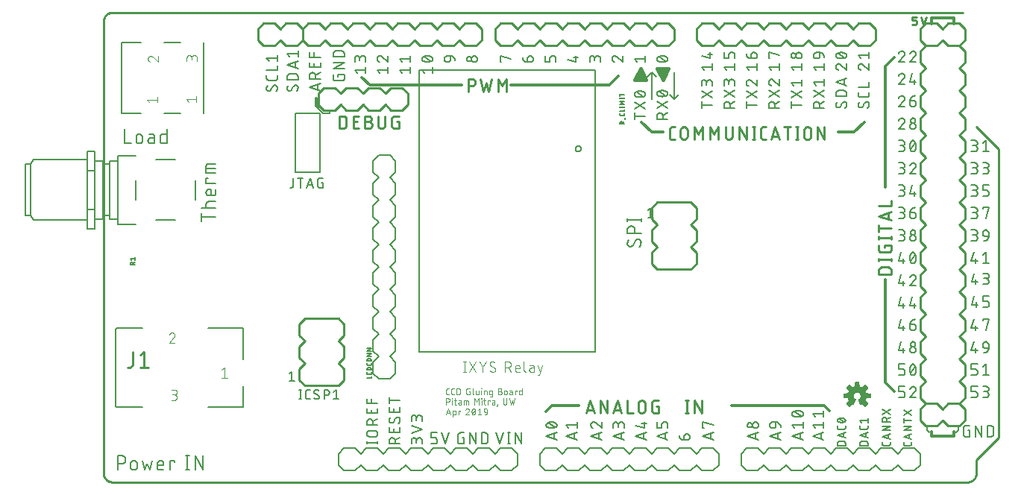
<source format=gbr>
G04 EAGLE Gerber RS-274X export*
G75*
%MOMM*%
%FSLAX34Y34*%
%LPD*%
%INSilkscreen Top*%
%IPPOS*%
%AMOC8*
5,1,8,0,0,1.08239X$1,22.5*%
G01*
%ADD10C,0.050800*%
%ADD11C,0.152400*%
%ADD12C,0.203200*%
%ADD13C,0.254000*%
%ADD14C,0.127000*%
%ADD15C,0.304800*%
%ADD16C,0.406400*%
%ADD17C,0.177800*%
%ADD18C,0.228600*%
%ADD19C,0.012700*%
%ADD20C,0.200000*%
%ADD21C,0.101600*%

G36*
X1193976Y311042D02*
X1193976Y311042D01*
X1194084Y311052D01*
X1194097Y311058D01*
X1194111Y311060D01*
X1194208Y311108D01*
X1194307Y311153D01*
X1194320Y311164D01*
X1194329Y311168D01*
X1194344Y311184D01*
X1194421Y311246D01*
X1197006Y313831D01*
X1197069Y313920D01*
X1197135Y314005D01*
X1197140Y314018D01*
X1197148Y314030D01*
X1197179Y314133D01*
X1197215Y314236D01*
X1197215Y314250D01*
X1197219Y314263D01*
X1197215Y314371D01*
X1197216Y314480D01*
X1197211Y314493D01*
X1197211Y314507D01*
X1197173Y314609D01*
X1197138Y314711D01*
X1197129Y314726D01*
X1197125Y314735D01*
X1197111Y314752D01*
X1197057Y314834D01*
X1194293Y318224D01*
X1194850Y319306D01*
X1194856Y319326D01*
X1194898Y319421D01*
X1195269Y320580D01*
X1199620Y321023D01*
X1199724Y321051D01*
X1199830Y321076D01*
X1199842Y321083D01*
X1199855Y321086D01*
X1199945Y321147D01*
X1200038Y321204D01*
X1200046Y321215D01*
X1200058Y321223D01*
X1200124Y321309D01*
X1200193Y321393D01*
X1200197Y321406D01*
X1200206Y321417D01*
X1200240Y321520D01*
X1200279Y321621D01*
X1200280Y321639D01*
X1200284Y321648D01*
X1200284Y321670D01*
X1200293Y321768D01*
X1200293Y325424D01*
X1200276Y325531D01*
X1200262Y325639D01*
X1200256Y325651D01*
X1200254Y325665D01*
X1200202Y325761D01*
X1200155Y325858D01*
X1200145Y325868D01*
X1200139Y325880D01*
X1200059Y325954D01*
X1199983Y326031D01*
X1199971Y326037D01*
X1199961Y326047D01*
X1199862Y326092D01*
X1199765Y326140D01*
X1199747Y326144D01*
X1199738Y326148D01*
X1199717Y326150D01*
X1199620Y326169D01*
X1195269Y326612D01*
X1194898Y327771D01*
X1194889Y327788D01*
X1194887Y327796D01*
X1194883Y327803D01*
X1194850Y327886D01*
X1194293Y328968D01*
X1197057Y332358D01*
X1197111Y332452D01*
X1197168Y332544D01*
X1197171Y332557D01*
X1197178Y332569D01*
X1197199Y332676D01*
X1197224Y332781D01*
X1197222Y332795D01*
X1197225Y332809D01*
X1197210Y332916D01*
X1197200Y333024D01*
X1197194Y333037D01*
X1197192Y333051D01*
X1197144Y333148D01*
X1197099Y333247D01*
X1197088Y333260D01*
X1197084Y333269D01*
X1197068Y333284D01*
X1197006Y333361D01*
X1194421Y335946D01*
X1194332Y336009D01*
X1194247Y336075D01*
X1194234Y336080D01*
X1194222Y336088D01*
X1194119Y336119D01*
X1194016Y336155D01*
X1194002Y336155D01*
X1193989Y336159D01*
X1193881Y336155D01*
X1193772Y336156D01*
X1193759Y336151D01*
X1193745Y336151D01*
X1193643Y336113D01*
X1193541Y336078D01*
X1193526Y336069D01*
X1193517Y336065D01*
X1193500Y336051D01*
X1193418Y335997D01*
X1190028Y333233D01*
X1188946Y333790D01*
X1188926Y333796D01*
X1188831Y333838D01*
X1187672Y334209D01*
X1187229Y338560D01*
X1187201Y338664D01*
X1187176Y338770D01*
X1187169Y338782D01*
X1187166Y338795D01*
X1187105Y338885D01*
X1187048Y338978D01*
X1187037Y338986D01*
X1187029Y338998D01*
X1186943Y339064D01*
X1186859Y339133D01*
X1186846Y339137D01*
X1186835Y339146D01*
X1186732Y339180D01*
X1186631Y339219D01*
X1186613Y339220D01*
X1186604Y339224D01*
X1186582Y339224D01*
X1186484Y339233D01*
X1182828Y339233D01*
X1182721Y339216D01*
X1182613Y339202D01*
X1182601Y339196D01*
X1182587Y339194D01*
X1182491Y339142D01*
X1182394Y339095D01*
X1182384Y339085D01*
X1182372Y339079D01*
X1182298Y338999D01*
X1182221Y338923D01*
X1182215Y338911D01*
X1182205Y338901D01*
X1182160Y338802D01*
X1182112Y338705D01*
X1182108Y338687D01*
X1182104Y338678D01*
X1182102Y338657D01*
X1182083Y338560D01*
X1181640Y334209D01*
X1180481Y333838D01*
X1180463Y333828D01*
X1180366Y333790D01*
X1179284Y333233D01*
X1175894Y335997D01*
X1175800Y336051D01*
X1175708Y336108D01*
X1175695Y336111D01*
X1175683Y336118D01*
X1175576Y336139D01*
X1175471Y336164D01*
X1175457Y336162D01*
X1175443Y336165D01*
X1175336Y336150D01*
X1175228Y336140D01*
X1175215Y336134D01*
X1175202Y336132D01*
X1175104Y336084D01*
X1175005Y336039D01*
X1174992Y336028D01*
X1174983Y336024D01*
X1174968Y336008D01*
X1174891Y335946D01*
X1172306Y333361D01*
X1172243Y333272D01*
X1172177Y333187D01*
X1172172Y333174D01*
X1172164Y333162D01*
X1172133Y333059D01*
X1172097Y332956D01*
X1172097Y332942D01*
X1172093Y332929D01*
X1172097Y332821D01*
X1172096Y332712D01*
X1172101Y332699D01*
X1172101Y332685D01*
X1172139Y332583D01*
X1172174Y332481D01*
X1172183Y332466D01*
X1172187Y332457D01*
X1172201Y332440D01*
X1172255Y332358D01*
X1175019Y328968D01*
X1174462Y327886D01*
X1174456Y327866D01*
X1174414Y327771D01*
X1174043Y326612D01*
X1169692Y326169D01*
X1169588Y326141D01*
X1169482Y326116D01*
X1169470Y326109D01*
X1169457Y326106D01*
X1169367Y326045D01*
X1169274Y325988D01*
X1169266Y325977D01*
X1169254Y325969D01*
X1169188Y325883D01*
X1169120Y325799D01*
X1169115Y325786D01*
X1169106Y325775D01*
X1169072Y325672D01*
X1169033Y325571D01*
X1169032Y325553D01*
X1169028Y325544D01*
X1169029Y325522D01*
X1169019Y325424D01*
X1169019Y321768D01*
X1169036Y321661D01*
X1169050Y321553D01*
X1169056Y321541D01*
X1169058Y321527D01*
X1169110Y321431D01*
X1169157Y321334D01*
X1169167Y321324D01*
X1169173Y321312D01*
X1169253Y321238D01*
X1169329Y321161D01*
X1169341Y321155D01*
X1169352Y321145D01*
X1169450Y321100D01*
X1169547Y321052D01*
X1169565Y321048D01*
X1169574Y321044D01*
X1169595Y321042D01*
X1169692Y321023D01*
X1174043Y320580D01*
X1174414Y319421D01*
X1174424Y319403D01*
X1174462Y319306D01*
X1175019Y318224D01*
X1172255Y314834D01*
X1172201Y314740D01*
X1172144Y314648D01*
X1172141Y314635D01*
X1172134Y314623D01*
X1172113Y314516D01*
X1172088Y314411D01*
X1172090Y314397D01*
X1172087Y314383D01*
X1172102Y314276D01*
X1172112Y314168D01*
X1172118Y314155D01*
X1172120Y314142D01*
X1172168Y314044D01*
X1172213Y313945D01*
X1172224Y313932D01*
X1172228Y313923D01*
X1172244Y313908D01*
X1172306Y313831D01*
X1174891Y311246D01*
X1174980Y311183D01*
X1175065Y311117D01*
X1175078Y311112D01*
X1175090Y311104D01*
X1175193Y311073D01*
X1175296Y311037D01*
X1175310Y311037D01*
X1175323Y311033D01*
X1175431Y311037D01*
X1175540Y311036D01*
X1175553Y311041D01*
X1175567Y311041D01*
X1175669Y311079D01*
X1175771Y311114D01*
X1175786Y311123D01*
X1175795Y311127D01*
X1175812Y311141D01*
X1175894Y311195D01*
X1179284Y313959D01*
X1180366Y313402D01*
X1180419Y313385D01*
X1180468Y313359D01*
X1180534Y313348D01*
X1180598Y313327D01*
X1180654Y313328D01*
X1180708Y313319D01*
X1180775Y313330D01*
X1180842Y313331D01*
X1180894Y313349D01*
X1180949Y313358D01*
X1181009Y313390D01*
X1181072Y313413D01*
X1181115Y313447D01*
X1181165Y313473D01*
X1181211Y313522D01*
X1181263Y313564D01*
X1181294Y313611D01*
X1181332Y313651D01*
X1181388Y313756D01*
X1181396Y313769D01*
X1181397Y313774D01*
X1181401Y313781D01*
X1183554Y318978D01*
X1183574Y319062D01*
X1183579Y319074D01*
X1183581Y319090D01*
X1183606Y319176D01*
X1183605Y319196D01*
X1183610Y319216D01*
X1183602Y319298D01*
X1183603Y319317D01*
X1183599Y319337D01*
X1183595Y319420D01*
X1183588Y319439D01*
X1183586Y319459D01*
X1183554Y319528D01*
X1183548Y319555D01*
X1183533Y319579D01*
X1183506Y319648D01*
X1183493Y319663D01*
X1183485Y319681D01*
X1183440Y319730D01*
X1183420Y319762D01*
X1183388Y319788D01*
X1183349Y319834D01*
X1183328Y319849D01*
X1183318Y319859D01*
X1183297Y319871D01*
X1183234Y319915D01*
X1183231Y319917D01*
X1183230Y319917D01*
X1183228Y319919D01*
X1182344Y320414D01*
X1181665Y321041D01*
X1181151Y321810D01*
X1180831Y322678D01*
X1180723Y323595D01*
X1180836Y324530D01*
X1181167Y325411D01*
X1181699Y326188D01*
X1182400Y326817D01*
X1183230Y327260D01*
X1184142Y327494D01*
X1185084Y327504D01*
X1186000Y327290D01*
X1186840Y326865D01*
X1187554Y326252D01*
X1188103Y325487D01*
X1188454Y324613D01*
X1188587Y323681D01*
X1188495Y322744D01*
X1188183Y321856D01*
X1187668Y321068D01*
X1186981Y320424D01*
X1186082Y319918D01*
X1186042Y319885D01*
X1186000Y319863D01*
X1185969Y319830D01*
X1185921Y319795D01*
X1185908Y319778D01*
X1185892Y319765D01*
X1185857Y319711D01*
X1185833Y319685D01*
X1185820Y319654D01*
X1185778Y319597D01*
X1185772Y319577D01*
X1185761Y319559D01*
X1185743Y319486D01*
X1185733Y319463D01*
X1185730Y319439D01*
X1185707Y319364D01*
X1185708Y319343D01*
X1185703Y319322D01*
X1185710Y319238D01*
X1185709Y319220D01*
X1185712Y319204D01*
X1185715Y319120D01*
X1185723Y319094D01*
X1185724Y319079D01*
X1185734Y319057D01*
X1185758Y318978D01*
X1186066Y318233D01*
X1186067Y318233D01*
X1186377Y317484D01*
X1186687Y316735D01*
X1186687Y316734D01*
X1186998Y315986D01*
X1186998Y315985D01*
X1187308Y315236D01*
X1187618Y314487D01*
X1187619Y314487D01*
X1187911Y313781D01*
X1187940Y313734D01*
X1187961Y313682D01*
X1188004Y313631D01*
X1188040Y313574D01*
X1188083Y313539D01*
X1188119Y313496D01*
X1188176Y313462D01*
X1188228Y313419D01*
X1188280Y313400D01*
X1188328Y313371D01*
X1188394Y313357D01*
X1188457Y313333D01*
X1188512Y313331D01*
X1188566Y313320D01*
X1188633Y313327D01*
X1188700Y313325D01*
X1188754Y313341D01*
X1188809Y313348D01*
X1188920Y313392D01*
X1188934Y313396D01*
X1188938Y313399D01*
X1188946Y313402D01*
X1190028Y313959D01*
X1193418Y311195D01*
X1193512Y311141D01*
X1193604Y311084D01*
X1193617Y311081D01*
X1193629Y311074D01*
X1193736Y311053D01*
X1193841Y311028D01*
X1193855Y311030D01*
X1193869Y311027D01*
X1193976Y311042D01*
G37*
D10*
X721473Y324866D02*
X719892Y324866D01*
X719814Y324868D01*
X719737Y324874D01*
X719660Y324883D01*
X719584Y324896D01*
X719508Y324913D01*
X719433Y324934D01*
X719360Y324958D01*
X719287Y324986D01*
X719216Y325018D01*
X719147Y325053D01*
X719080Y325091D01*
X719014Y325132D01*
X718951Y325177D01*
X718890Y325225D01*
X718831Y325275D01*
X718775Y325329D01*
X718721Y325385D01*
X718671Y325444D01*
X718623Y325505D01*
X718578Y325568D01*
X718537Y325634D01*
X718499Y325701D01*
X718464Y325770D01*
X718432Y325841D01*
X718404Y325914D01*
X718380Y325987D01*
X718359Y326062D01*
X718342Y326138D01*
X718329Y326214D01*
X718320Y326291D01*
X718314Y326368D01*
X718312Y326446D01*
X718312Y330398D01*
X718314Y330476D01*
X718320Y330553D01*
X718329Y330630D01*
X718342Y330706D01*
X718359Y330782D01*
X718380Y330857D01*
X718404Y330930D01*
X718432Y331003D01*
X718464Y331074D01*
X718499Y331143D01*
X718537Y331210D01*
X718578Y331276D01*
X718623Y331339D01*
X718671Y331400D01*
X718721Y331459D01*
X718775Y331515D01*
X718831Y331569D01*
X718890Y331619D01*
X718951Y331667D01*
X719014Y331712D01*
X719080Y331753D01*
X719147Y331791D01*
X719216Y331826D01*
X719287Y331858D01*
X719360Y331886D01*
X719433Y331910D01*
X719508Y331931D01*
X719584Y331948D01*
X719660Y331961D01*
X719737Y331970D01*
X719814Y331976D01*
X719892Y331978D01*
X721473Y331978D01*
X725607Y324866D02*
X727188Y324866D01*
X725607Y324866D02*
X725529Y324868D01*
X725452Y324874D01*
X725375Y324883D01*
X725299Y324896D01*
X725223Y324913D01*
X725148Y324934D01*
X725075Y324958D01*
X725002Y324986D01*
X724931Y325018D01*
X724862Y325053D01*
X724795Y325091D01*
X724729Y325132D01*
X724666Y325177D01*
X724605Y325225D01*
X724546Y325275D01*
X724490Y325329D01*
X724436Y325385D01*
X724386Y325444D01*
X724338Y325505D01*
X724293Y325568D01*
X724252Y325634D01*
X724214Y325701D01*
X724179Y325770D01*
X724147Y325841D01*
X724119Y325914D01*
X724095Y325987D01*
X724074Y326062D01*
X724057Y326138D01*
X724044Y326214D01*
X724035Y326291D01*
X724029Y326368D01*
X724027Y326446D01*
X724027Y330398D01*
X724029Y330476D01*
X724035Y330553D01*
X724044Y330630D01*
X724057Y330706D01*
X724074Y330782D01*
X724095Y330857D01*
X724119Y330930D01*
X724147Y331003D01*
X724179Y331074D01*
X724214Y331143D01*
X724252Y331210D01*
X724293Y331276D01*
X724338Y331339D01*
X724386Y331400D01*
X724436Y331459D01*
X724490Y331515D01*
X724546Y331569D01*
X724605Y331619D01*
X724666Y331667D01*
X724729Y331712D01*
X724795Y331753D01*
X724862Y331791D01*
X724931Y331826D01*
X725002Y331858D01*
X725075Y331886D01*
X725148Y331910D01*
X725223Y331931D01*
X725299Y331948D01*
X725375Y331961D01*
X725452Y331970D01*
X725529Y331976D01*
X725607Y331978D01*
X727188Y331978D01*
X729989Y331978D02*
X729989Y324866D01*
X729989Y331978D02*
X731964Y331978D01*
X732050Y331976D01*
X732136Y331970D01*
X732222Y331961D01*
X732307Y331948D01*
X732392Y331931D01*
X732475Y331911D01*
X732558Y331887D01*
X732640Y331859D01*
X732720Y331828D01*
X732799Y331793D01*
X732876Y331755D01*
X732952Y331713D01*
X733026Y331669D01*
X733097Y331621D01*
X733167Y331570D01*
X733234Y331516D01*
X733299Y331459D01*
X733361Y331399D01*
X733421Y331337D01*
X733478Y331272D01*
X733532Y331205D01*
X733583Y331135D01*
X733631Y331064D01*
X733675Y330990D01*
X733717Y330914D01*
X733755Y330837D01*
X733790Y330758D01*
X733821Y330678D01*
X733849Y330596D01*
X733873Y330513D01*
X733893Y330430D01*
X733910Y330345D01*
X733923Y330260D01*
X733932Y330174D01*
X733938Y330088D01*
X733940Y330002D01*
X733940Y326842D01*
X733938Y326756D01*
X733932Y326670D01*
X733923Y326584D01*
X733910Y326499D01*
X733893Y326414D01*
X733873Y326331D01*
X733849Y326248D01*
X733821Y326166D01*
X733790Y326086D01*
X733755Y326007D01*
X733717Y325930D01*
X733675Y325854D01*
X733631Y325780D01*
X733583Y325709D01*
X733532Y325639D01*
X733478Y325572D01*
X733421Y325507D01*
X733361Y325445D01*
X733299Y325385D01*
X733234Y325328D01*
X733167Y325274D01*
X733097Y325223D01*
X733026Y325175D01*
X732952Y325131D01*
X732876Y325089D01*
X732799Y325051D01*
X732720Y325016D01*
X732640Y324985D01*
X732558Y324957D01*
X732475Y324933D01*
X732392Y324913D01*
X732307Y324896D01*
X732222Y324883D01*
X732136Y324874D01*
X732050Y324868D01*
X731964Y324866D01*
X729989Y324866D01*
X743727Y328817D02*
X744913Y328817D01*
X744913Y324866D01*
X742542Y324866D01*
X742464Y324868D01*
X742387Y324874D01*
X742310Y324883D01*
X742234Y324896D01*
X742158Y324913D01*
X742083Y324934D01*
X742010Y324958D01*
X741937Y324986D01*
X741866Y325018D01*
X741797Y325053D01*
X741730Y325091D01*
X741664Y325132D01*
X741601Y325177D01*
X741540Y325225D01*
X741481Y325275D01*
X741425Y325329D01*
X741371Y325385D01*
X741321Y325444D01*
X741273Y325505D01*
X741228Y325568D01*
X741187Y325634D01*
X741149Y325701D01*
X741114Y325770D01*
X741082Y325841D01*
X741054Y325914D01*
X741030Y325987D01*
X741009Y326062D01*
X740992Y326138D01*
X740979Y326214D01*
X740970Y326291D01*
X740964Y326368D01*
X740962Y326446D01*
X740962Y330398D01*
X740964Y330476D01*
X740970Y330553D01*
X740979Y330630D01*
X740992Y330706D01*
X741009Y330782D01*
X741030Y330857D01*
X741054Y330930D01*
X741082Y331003D01*
X741114Y331074D01*
X741149Y331143D01*
X741187Y331210D01*
X741228Y331276D01*
X741273Y331339D01*
X741321Y331400D01*
X741371Y331459D01*
X741425Y331515D01*
X741481Y331569D01*
X741540Y331619D01*
X741601Y331667D01*
X741664Y331712D01*
X741730Y331753D01*
X741797Y331791D01*
X741866Y331826D01*
X741937Y331858D01*
X742010Y331886D01*
X742083Y331910D01*
X742158Y331931D01*
X742234Y331948D01*
X742310Y331961D01*
X742387Y331970D01*
X742464Y331976D01*
X742542Y331978D01*
X744913Y331978D01*
X748087Y331978D02*
X748087Y326051D01*
X748088Y326051D02*
X748090Y325985D01*
X748095Y325918D01*
X748105Y325853D01*
X748118Y325787D01*
X748134Y325723D01*
X748154Y325660D01*
X748178Y325598D01*
X748205Y325537D01*
X748236Y325478D01*
X748270Y325421D01*
X748307Y325365D01*
X748347Y325312D01*
X748389Y325261D01*
X748435Y325213D01*
X748483Y325167D01*
X748534Y325125D01*
X748587Y325085D01*
X748643Y325048D01*
X748700Y325014D01*
X748759Y324983D01*
X748820Y324956D01*
X748882Y324932D01*
X748945Y324912D01*
X749009Y324896D01*
X749075Y324883D01*
X749140Y324873D01*
X749207Y324868D01*
X749273Y324866D01*
X751872Y326051D02*
X751872Y329607D01*
X751872Y326051D02*
X751874Y325985D01*
X751879Y325918D01*
X751889Y325853D01*
X751902Y325787D01*
X751918Y325723D01*
X751938Y325660D01*
X751962Y325598D01*
X751989Y325537D01*
X752020Y325478D01*
X752054Y325421D01*
X752091Y325365D01*
X752131Y325312D01*
X752173Y325261D01*
X752219Y325213D01*
X752267Y325167D01*
X752318Y325125D01*
X752371Y325085D01*
X752427Y325048D01*
X752484Y325014D01*
X752543Y324983D01*
X752604Y324956D01*
X752666Y324932D01*
X752729Y324912D01*
X752793Y324896D01*
X752859Y324883D01*
X752924Y324873D01*
X752991Y324868D01*
X753057Y324866D01*
X755033Y324866D01*
X755033Y329607D01*
X758025Y329607D02*
X758025Y324866D01*
X757827Y331583D02*
X757827Y331978D01*
X758222Y331978D01*
X758222Y331583D01*
X757827Y331583D01*
X761016Y329607D02*
X761016Y324866D01*
X761016Y329607D02*
X762992Y329607D01*
X763058Y329605D01*
X763125Y329600D01*
X763190Y329590D01*
X763256Y329577D01*
X763320Y329561D01*
X763383Y329541D01*
X763445Y329517D01*
X763506Y329490D01*
X763565Y329459D01*
X763622Y329425D01*
X763678Y329388D01*
X763731Y329348D01*
X763782Y329306D01*
X763830Y329260D01*
X763876Y329212D01*
X763918Y329161D01*
X763958Y329108D01*
X763995Y329052D01*
X764029Y328995D01*
X764060Y328936D01*
X764087Y328876D01*
X764110Y328813D01*
X764131Y328750D01*
X764147Y328686D01*
X764160Y328621D01*
X764170Y328555D01*
X764175Y328488D01*
X764177Y328422D01*
X764177Y324866D01*
X768341Y324866D02*
X770317Y324866D01*
X768341Y324866D02*
X768275Y324868D01*
X768208Y324873D01*
X768143Y324883D01*
X768077Y324896D01*
X768013Y324912D01*
X767950Y324932D01*
X767888Y324956D01*
X767827Y324983D01*
X767768Y325014D01*
X767711Y325048D01*
X767655Y325085D01*
X767602Y325125D01*
X767551Y325167D01*
X767503Y325213D01*
X767457Y325261D01*
X767415Y325312D01*
X767375Y325365D01*
X767338Y325421D01*
X767304Y325478D01*
X767273Y325537D01*
X767246Y325598D01*
X767222Y325660D01*
X767202Y325723D01*
X767186Y325787D01*
X767173Y325853D01*
X767163Y325918D01*
X767158Y325985D01*
X767156Y326051D01*
X767156Y328422D01*
X767158Y328488D01*
X767163Y328555D01*
X767173Y328620D01*
X767186Y328686D01*
X767202Y328750D01*
X767222Y328813D01*
X767246Y328875D01*
X767273Y328936D01*
X767304Y328995D01*
X767338Y329052D01*
X767375Y329108D01*
X767415Y329161D01*
X767457Y329212D01*
X767503Y329260D01*
X767551Y329306D01*
X767602Y329348D01*
X767655Y329388D01*
X767711Y329425D01*
X767768Y329459D01*
X767827Y329490D01*
X767888Y329517D01*
X767950Y329541D01*
X768013Y329561D01*
X768077Y329577D01*
X768143Y329590D01*
X768208Y329600D01*
X768275Y329605D01*
X768341Y329607D01*
X770317Y329607D01*
X770317Y323681D01*
X770316Y323681D02*
X770314Y323615D01*
X770309Y323548D01*
X770299Y323483D01*
X770286Y323417D01*
X770270Y323353D01*
X770250Y323290D01*
X770226Y323228D01*
X770199Y323167D01*
X770168Y323108D01*
X770134Y323051D01*
X770097Y322995D01*
X770057Y322942D01*
X770015Y322891D01*
X769969Y322843D01*
X769921Y322797D01*
X769870Y322755D01*
X769817Y322715D01*
X769761Y322678D01*
X769704Y322644D01*
X769645Y322613D01*
X769585Y322586D01*
X769522Y322563D01*
X769459Y322542D01*
X769395Y322526D01*
X769330Y322513D01*
X769264Y322503D01*
X769197Y322498D01*
X769131Y322496D01*
X769131Y322495D02*
X767551Y322495D01*
X777402Y328817D02*
X779377Y328817D01*
X779377Y328818D02*
X779464Y328816D01*
X779552Y328810D01*
X779639Y328801D01*
X779725Y328787D01*
X779811Y328770D01*
X779895Y328749D01*
X779979Y328724D01*
X780062Y328695D01*
X780143Y328663D01*
X780223Y328628D01*
X780301Y328589D01*
X780378Y328546D01*
X780452Y328500D01*
X780524Y328451D01*
X780594Y328399D01*
X780662Y328343D01*
X780727Y328285D01*
X780790Y328224D01*
X780849Y328160D01*
X780906Y328093D01*
X780960Y328025D01*
X781011Y327953D01*
X781058Y327880D01*
X781103Y327805D01*
X781144Y327727D01*
X781181Y327648D01*
X781215Y327568D01*
X781245Y327486D01*
X781272Y327403D01*
X781295Y327318D01*
X781314Y327233D01*
X781329Y327147D01*
X781341Y327060D01*
X781349Y326973D01*
X781353Y326886D01*
X781353Y326798D01*
X781349Y326711D01*
X781341Y326624D01*
X781329Y326537D01*
X781314Y326451D01*
X781295Y326366D01*
X781272Y326281D01*
X781245Y326198D01*
X781215Y326116D01*
X781181Y326036D01*
X781144Y325957D01*
X781103Y325879D01*
X781058Y325804D01*
X781011Y325731D01*
X780960Y325659D01*
X780906Y325591D01*
X780849Y325524D01*
X780790Y325460D01*
X780727Y325399D01*
X780662Y325341D01*
X780594Y325285D01*
X780524Y325233D01*
X780452Y325184D01*
X780378Y325138D01*
X780301Y325095D01*
X780223Y325056D01*
X780143Y325021D01*
X780062Y324989D01*
X779979Y324960D01*
X779895Y324935D01*
X779811Y324914D01*
X779725Y324897D01*
X779639Y324883D01*
X779552Y324874D01*
X779464Y324868D01*
X779377Y324866D01*
X777402Y324866D01*
X777402Y331978D01*
X779377Y331978D01*
X779456Y331976D01*
X779534Y331970D01*
X779612Y331960D01*
X779690Y331947D01*
X779767Y331929D01*
X779843Y331908D01*
X779917Y331883D01*
X779991Y331854D01*
X780063Y331822D01*
X780133Y331786D01*
X780201Y331746D01*
X780267Y331703D01*
X780331Y331657D01*
X780393Y331608D01*
X780452Y331556D01*
X780508Y331501D01*
X780562Y331443D01*
X780612Y331383D01*
X780660Y331320D01*
X780704Y331255D01*
X780745Y331188D01*
X780783Y331119D01*
X780817Y331048D01*
X780848Y330975D01*
X780875Y330901D01*
X780898Y330826D01*
X780917Y330750D01*
X780933Y330672D01*
X780945Y330594D01*
X780953Y330516D01*
X780957Y330437D01*
X780957Y330359D01*
X780953Y330280D01*
X780945Y330202D01*
X780933Y330124D01*
X780917Y330046D01*
X780898Y329970D01*
X780875Y329895D01*
X780848Y329821D01*
X780817Y329748D01*
X780783Y329677D01*
X780745Y329608D01*
X780704Y329541D01*
X780660Y329476D01*
X780612Y329413D01*
X780562Y329353D01*
X780508Y329295D01*
X780452Y329240D01*
X780393Y329188D01*
X780331Y329139D01*
X780267Y329093D01*
X780201Y329050D01*
X780133Y329010D01*
X780063Y328974D01*
X779991Y328942D01*
X779917Y328913D01*
X779843Y328888D01*
X779767Y328867D01*
X779690Y328849D01*
X779612Y328836D01*
X779534Y328826D01*
X779456Y328820D01*
X779377Y328818D01*
X783876Y328027D02*
X783876Y326446D01*
X783876Y328027D02*
X783878Y328106D01*
X783884Y328184D01*
X783894Y328262D01*
X783907Y328340D01*
X783925Y328417D01*
X783946Y328493D01*
X783971Y328567D01*
X784000Y328641D01*
X784032Y328713D01*
X784068Y328783D01*
X784108Y328851D01*
X784151Y328917D01*
X784197Y328981D01*
X784246Y329043D01*
X784298Y329102D01*
X784353Y329158D01*
X784411Y329212D01*
X784471Y329262D01*
X784534Y329310D01*
X784599Y329354D01*
X784666Y329395D01*
X784735Y329433D01*
X784806Y329467D01*
X784879Y329498D01*
X784953Y329525D01*
X785028Y329548D01*
X785104Y329567D01*
X785182Y329583D01*
X785260Y329595D01*
X785338Y329603D01*
X785417Y329607D01*
X785495Y329607D01*
X785574Y329603D01*
X785652Y329595D01*
X785730Y329583D01*
X785808Y329567D01*
X785884Y329548D01*
X785959Y329525D01*
X786033Y329498D01*
X786106Y329467D01*
X786177Y329433D01*
X786246Y329395D01*
X786313Y329354D01*
X786378Y329310D01*
X786441Y329262D01*
X786501Y329212D01*
X786559Y329158D01*
X786614Y329102D01*
X786666Y329043D01*
X786715Y328981D01*
X786761Y328917D01*
X786804Y328851D01*
X786844Y328783D01*
X786880Y328713D01*
X786912Y328641D01*
X786941Y328567D01*
X786966Y328493D01*
X786987Y328417D01*
X787005Y328340D01*
X787018Y328262D01*
X787028Y328184D01*
X787034Y328106D01*
X787036Y328027D01*
X787037Y328027D02*
X787037Y326446D01*
X787036Y326446D02*
X787034Y326367D01*
X787028Y326289D01*
X787018Y326211D01*
X787005Y326133D01*
X786987Y326056D01*
X786966Y325980D01*
X786941Y325906D01*
X786912Y325832D01*
X786880Y325760D01*
X786844Y325690D01*
X786804Y325622D01*
X786761Y325556D01*
X786715Y325492D01*
X786666Y325430D01*
X786614Y325371D01*
X786559Y325315D01*
X786501Y325261D01*
X786441Y325211D01*
X786378Y325163D01*
X786313Y325119D01*
X786246Y325078D01*
X786177Y325040D01*
X786106Y325006D01*
X786033Y324975D01*
X785959Y324948D01*
X785884Y324925D01*
X785808Y324906D01*
X785730Y324890D01*
X785652Y324878D01*
X785574Y324870D01*
X785495Y324866D01*
X785417Y324866D01*
X785338Y324870D01*
X785260Y324878D01*
X785182Y324890D01*
X785104Y324906D01*
X785028Y324925D01*
X784953Y324948D01*
X784879Y324975D01*
X784806Y325006D01*
X784735Y325040D01*
X784666Y325078D01*
X784599Y325119D01*
X784534Y325163D01*
X784471Y325211D01*
X784411Y325261D01*
X784353Y325315D01*
X784298Y325371D01*
X784246Y325430D01*
X784197Y325492D01*
X784151Y325556D01*
X784108Y325622D01*
X784068Y325690D01*
X784032Y325760D01*
X784000Y325832D01*
X783971Y325906D01*
X783946Y325980D01*
X783925Y326056D01*
X783907Y326133D01*
X783894Y326211D01*
X783884Y326289D01*
X783878Y326367D01*
X783876Y326446D01*
X791170Y327632D02*
X792948Y327632D01*
X791170Y327632D02*
X791096Y327630D01*
X791023Y327624D01*
X790950Y327614D01*
X790878Y327601D01*
X790806Y327583D01*
X790736Y327562D01*
X790666Y327537D01*
X790599Y327508D01*
X790532Y327476D01*
X790468Y327441D01*
X790405Y327401D01*
X790345Y327359D01*
X790287Y327314D01*
X790232Y327265D01*
X790179Y327214D01*
X790129Y327160D01*
X790082Y327103D01*
X790038Y327044D01*
X789998Y326983D01*
X789960Y326919D01*
X789926Y326854D01*
X789896Y326787D01*
X789869Y326718D01*
X789846Y326648D01*
X789827Y326577D01*
X789811Y326505D01*
X789799Y326433D01*
X789791Y326359D01*
X789787Y326286D01*
X789787Y326212D01*
X789791Y326139D01*
X789799Y326065D01*
X789811Y325993D01*
X789827Y325921D01*
X789846Y325850D01*
X789869Y325780D01*
X789896Y325711D01*
X789926Y325644D01*
X789960Y325579D01*
X789998Y325515D01*
X790038Y325454D01*
X790082Y325395D01*
X790129Y325338D01*
X790179Y325284D01*
X790232Y325233D01*
X790287Y325184D01*
X790345Y325139D01*
X790405Y325097D01*
X790468Y325057D01*
X790532Y325022D01*
X790599Y324990D01*
X790666Y324961D01*
X790736Y324936D01*
X790806Y324915D01*
X790878Y324897D01*
X790950Y324884D01*
X791023Y324874D01*
X791096Y324868D01*
X791170Y324866D01*
X792948Y324866D01*
X792948Y328422D01*
X792946Y328488D01*
X792941Y328555D01*
X792931Y328620D01*
X792918Y328686D01*
X792902Y328750D01*
X792882Y328813D01*
X792858Y328875D01*
X792831Y328936D01*
X792800Y328995D01*
X792766Y329052D01*
X792729Y329108D01*
X792689Y329161D01*
X792647Y329212D01*
X792601Y329260D01*
X792553Y329306D01*
X792502Y329348D01*
X792449Y329388D01*
X792393Y329425D01*
X792336Y329459D01*
X792277Y329490D01*
X792216Y329517D01*
X792154Y329541D01*
X792091Y329561D01*
X792027Y329577D01*
X791961Y329590D01*
X791896Y329600D01*
X791829Y329605D01*
X791763Y329607D01*
X790182Y329607D01*
X796257Y329607D02*
X796257Y324866D01*
X796257Y329607D02*
X798627Y329607D01*
X798627Y328817D01*
X803921Y331978D02*
X803921Y324866D01*
X801945Y324866D01*
X801879Y324868D01*
X801812Y324873D01*
X801747Y324883D01*
X801681Y324896D01*
X801617Y324912D01*
X801554Y324932D01*
X801492Y324956D01*
X801431Y324983D01*
X801372Y325014D01*
X801315Y325048D01*
X801259Y325085D01*
X801206Y325125D01*
X801155Y325167D01*
X801107Y325213D01*
X801061Y325261D01*
X801019Y325312D01*
X800979Y325365D01*
X800942Y325421D01*
X800908Y325478D01*
X800877Y325537D01*
X800850Y325598D01*
X800826Y325660D01*
X800806Y325723D01*
X800790Y325787D01*
X800777Y325853D01*
X800767Y325918D01*
X800762Y325985D01*
X800760Y326051D01*
X800760Y328422D01*
X800762Y328488D01*
X800767Y328555D01*
X800777Y328620D01*
X800790Y328686D01*
X800806Y328750D01*
X800826Y328813D01*
X800850Y328875D01*
X800877Y328936D01*
X800908Y328995D01*
X800942Y329052D01*
X800979Y329108D01*
X801019Y329161D01*
X801061Y329212D01*
X801107Y329260D01*
X801155Y329306D01*
X801206Y329348D01*
X801259Y329388D01*
X801315Y329425D01*
X801372Y329459D01*
X801431Y329490D01*
X801492Y329517D01*
X801554Y329541D01*
X801617Y329561D01*
X801681Y329577D01*
X801747Y329590D01*
X801812Y329600D01*
X801879Y329605D01*
X801945Y329607D01*
X803921Y329607D01*
X718312Y320548D02*
X718312Y313436D01*
X718312Y320548D02*
X720288Y320548D01*
X720375Y320546D01*
X720463Y320540D01*
X720550Y320531D01*
X720636Y320517D01*
X720722Y320500D01*
X720806Y320479D01*
X720890Y320454D01*
X720973Y320425D01*
X721054Y320393D01*
X721134Y320358D01*
X721212Y320319D01*
X721289Y320276D01*
X721363Y320230D01*
X721435Y320181D01*
X721505Y320129D01*
X721573Y320073D01*
X721638Y320015D01*
X721701Y319954D01*
X721760Y319890D01*
X721817Y319823D01*
X721871Y319755D01*
X721922Y319683D01*
X721969Y319610D01*
X722014Y319535D01*
X722055Y319457D01*
X722092Y319378D01*
X722126Y319298D01*
X722156Y319216D01*
X722183Y319133D01*
X722206Y319048D01*
X722225Y318963D01*
X722240Y318877D01*
X722252Y318790D01*
X722260Y318703D01*
X722264Y318616D01*
X722264Y318528D01*
X722260Y318441D01*
X722252Y318354D01*
X722240Y318267D01*
X722225Y318181D01*
X722206Y318096D01*
X722183Y318011D01*
X722156Y317928D01*
X722126Y317846D01*
X722092Y317766D01*
X722055Y317687D01*
X722014Y317609D01*
X721969Y317534D01*
X721922Y317461D01*
X721871Y317389D01*
X721817Y317321D01*
X721760Y317254D01*
X721701Y317190D01*
X721638Y317129D01*
X721573Y317071D01*
X721505Y317015D01*
X721435Y316963D01*
X721363Y316914D01*
X721289Y316868D01*
X721212Y316825D01*
X721134Y316786D01*
X721054Y316751D01*
X720973Y316719D01*
X720890Y316690D01*
X720806Y316665D01*
X720722Y316644D01*
X720636Y316627D01*
X720550Y316613D01*
X720463Y316604D01*
X720375Y316598D01*
X720288Y316596D01*
X720288Y316597D02*
X718312Y316597D01*
X724766Y318177D02*
X724766Y313436D01*
X724569Y320153D02*
X724569Y320548D01*
X724964Y320548D01*
X724964Y320153D01*
X724569Y320153D01*
X726959Y318177D02*
X729330Y318177D01*
X727749Y320548D02*
X727749Y314621D01*
X727750Y314621D02*
X727752Y314555D01*
X727757Y314488D01*
X727767Y314423D01*
X727780Y314357D01*
X727796Y314293D01*
X727816Y314230D01*
X727840Y314168D01*
X727867Y314107D01*
X727898Y314048D01*
X727932Y313991D01*
X727969Y313935D01*
X728009Y313882D01*
X728051Y313831D01*
X728097Y313783D01*
X728145Y313737D01*
X728196Y313695D01*
X728249Y313655D01*
X728305Y313618D01*
X728362Y313584D01*
X728421Y313553D01*
X728482Y313526D01*
X728544Y313502D01*
X728607Y313482D01*
X728671Y313466D01*
X728737Y313453D01*
X728802Y313443D01*
X728869Y313438D01*
X728935Y313436D01*
X729330Y313436D01*
X733223Y316202D02*
X735001Y316202D01*
X733223Y316202D02*
X733149Y316200D01*
X733076Y316194D01*
X733003Y316184D01*
X732931Y316171D01*
X732859Y316153D01*
X732789Y316132D01*
X732719Y316107D01*
X732652Y316078D01*
X732585Y316046D01*
X732521Y316011D01*
X732458Y315971D01*
X732398Y315929D01*
X732340Y315884D01*
X732285Y315835D01*
X732232Y315784D01*
X732182Y315730D01*
X732135Y315673D01*
X732091Y315614D01*
X732051Y315553D01*
X732013Y315489D01*
X731979Y315424D01*
X731949Y315357D01*
X731922Y315288D01*
X731899Y315218D01*
X731880Y315147D01*
X731864Y315075D01*
X731852Y315003D01*
X731844Y314929D01*
X731840Y314856D01*
X731840Y314782D01*
X731844Y314709D01*
X731852Y314635D01*
X731864Y314563D01*
X731880Y314491D01*
X731899Y314420D01*
X731922Y314350D01*
X731949Y314281D01*
X731979Y314214D01*
X732013Y314149D01*
X732051Y314085D01*
X732091Y314024D01*
X732135Y313965D01*
X732182Y313908D01*
X732232Y313854D01*
X732285Y313803D01*
X732340Y313754D01*
X732398Y313709D01*
X732458Y313667D01*
X732521Y313627D01*
X732585Y313592D01*
X732652Y313560D01*
X732719Y313531D01*
X732789Y313506D01*
X732859Y313485D01*
X732931Y313467D01*
X733003Y313454D01*
X733076Y313444D01*
X733149Y313438D01*
X733223Y313436D01*
X735001Y313436D01*
X735001Y316992D01*
X734999Y317058D01*
X734994Y317125D01*
X734984Y317190D01*
X734971Y317256D01*
X734955Y317320D01*
X734935Y317383D01*
X734911Y317445D01*
X734884Y317506D01*
X734853Y317565D01*
X734819Y317622D01*
X734782Y317678D01*
X734742Y317731D01*
X734700Y317782D01*
X734654Y317830D01*
X734606Y317876D01*
X734555Y317918D01*
X734502Y317958D01*
X734446Y317995D01*
X734389Y318029D01*
X734330Y318060D01*
X734269Y318087D01*
X734207Y318111D01*
X734144Y318131D01*
X734080Y318147D01*
X734014Y318160D01*
X733949Y318170D01*
X733882Y318175D01*
X733816Y318177D01*
X732235Y318177D01*
X738398Y318177D02*
X738398Y313436D01*
X738398Y318177D02*
X741954Y318177D01*
X742020Y318175D01*
X742087Y318170D01*
X742152Y318160D01*
X742218Y318147D01*
X742282Y318131D01*
X742345Y318111D01*
X742407Y318087D01*
X742468Y318060D01*
X742527Y318029D01*
X742584Y317995D01*
X742640Y317958D01*
X742693Y317918D01*
X742744Y317876D01*
X742792Y317830D01*
X742838Y317782D01*
X742880Y317731D01*
X742920Y317678D01*
X742957Y317622D01*
X742991Y317565D01*
X743022Y317506D01*
X743049Y317445D01*
X743073Y317383D01*
X743093Y317320D01*
X743109Y317256D01*
X743122Y317190D01*
X743132Y317125D01*
X743137Y317058D01*
X743139Y316992D01*
X743139Y313436D01*
X740768Y313436D02*
X740768Y318177D01*
X750285Y320548D02*
X750285Y313436D01*
X752655Y316597D02*
X750285Y320548D01*
X752655Y316597D02*
X755026Y320548D01*
X755026Y313436D01*
X758142Y313436D02*
X758142Y318177D01*
X757944Y320153D02*
X757944Y320548D01*
X758339Y320548D01*
X758339Y320153D01*
X757944Y320153D01*
X760335Y318177D02*
X762705Y318177D01*
X761125Y320548D02*
X761125Y314621D01*
X761127Y314555D01*
X761132Y314488D01*
X761142Y314423D01*
X761155Y314357D01*
X761171Y314293D01*
X761191Y314230D01*
X761215Y314168D01*
X761242Y314107D01*
X761273Y314048D01*
X761307Y313991D01*
X761344Y313935D01*
X761384Y313882D01*
X761426Y313831D01*
X761472Y313783D01*
X761520Y313737D01*
X761571Y313695D01*
X761624Y313655D01*
X761680Y313618D01*
X761737Y313584D01*
X761796Y313553D01*
X761857Y313526D01*
X761919Y313502D01*
X761982Y313482D01*
X762046Y313466D01*
X762112Y313453D01*
X762177Y313443D01*
X762244Y313438D01*
X762310Y313436D01*
X762705Y313436D01*
X765513Y313436D02*
X765513Y318177D01*
X767884Y318177D01*
X767884Y317387D01*
X771399Y316202D02*
X773177Y316202D01*
X771399Y316202D02*
X771325Y316200D01*
X771252Y316194D01*
X771179Y316184D01*
X771107Y316171D01*
X771035Y316153D01*
X770965Y316132D01*
X770895Y316107D01*
X770828Y316078D01*
X770761Y316046D01*
X770697Y316011D01*
X770634Y315971D01*
X770574Y315929D01*
X770516Y315884D01*
X770461Y315835D01*
X770408Y315784D01*
X770358Y315730D01*
X770311Y315673D01*
X770267Y315614D01*
X770227Y315553D01*
X770189Y315489D01*
X770155Y315424D01*
X770125Y315357D01*
X770098Y315288D01*
X770075Y315218D01*
X770056Y315147D01*
X770040Y315075D01*
X770028Y315003D01*
X770020Y314929D01*
X770016Y314856D01*
X770016Y314782D01*
X770020Y314709D01*
X770028Y314635D01*
X770040Y314563D01*
X770056Y314491D01*
X770075Y314420D01*
X770098Y314350D01*
X770125Y314281D01*
X770155Y314214D01*
X770189Y314149D01*
X770227Y314085D01*
X770267Y314024D01*
X770311Y313965D01*
X770358Y313908D01*
X770408Y313854D01*
X770461Y313803D01*
X770516Y313754D01*
X770574Y313709D01*
X770634Y313667D01*
X770697Y313627D01*
X770761Y313592D01*
X770828Y313560D01*
X770895Y313531D01*
X770965Y313506D01*
X771035Y313485D01*
X771107Y313467D01*
X771179Y313454D01*
X771252Y313444D01*
X771325Y313438D01*
X771399Y313436D01*
X773177Y313436D01*
X773177Y316992D01*
X773175Y317058D01*
X773170Y317125D01*
X773160Y317190D01*
X773147Y317256D01*
X773131Y317320D01*
X773111Y317383D01*
X773087Y317445D01*
X773060Y317506D01*
X773029Y317565D01*
X772995Y317622D01*
X772958Y317678D01*
X772918Y317731D01*
X772876Y317782D01*
X772830Y317830D01*
X772782Y317876D01*
X772731Y317918D01*
X772678Y317958D01*
X772622Y317995D01*
X772565Y318029D01*
X772506Y318060D01*
X772445Y318087D01*
X772383Y318111D01*
X772320Y318131D01*
X772256Y318147D01*
X772190Y318160D01*
X772125Y318170D01*
X772058Y318175D01*
X771992Y318177D01*
X770411Y318177D01*
X775980Y313436D02*
X776375Y313436D01*
X775980Y313436D02*
X775980Y313831D01*
X776375Y313831D01*
X776375Y313436D01*
X775782Y311856D01*
X782912Y315412D02*
X782912Y320548D01*
X782912Y315412D02*
X782914Y315325D01*
X782920Y315237D01*
X782929Y315150D01*
X782943Y315064D01*
X782960Y314978D01*
X782981Y314894D01*
X783006Y314810D01*
X783035Y314727D01*
X783067Y314646D01*
X783102Y314566D01*
X783141Y314488D01*
X783184Y314411D01*
X783230Y314337D01*
X783279Y314265D01*
X783331Y314195D01*
X783387Y314127D01*
X783445Y314062D01*
X783506Y313999D01*
X783570Y313940D01*
X783637Y313883D01*
X783705Y313829D01*
X783777Y313778D01*
X783850Y313731D01*
X783925Y313686D01*
X784003Y313645D01*
X784082Y313608D01*
X784162Y313574D01*
X784244Y313544D01*
X784327Y313517D01*
X784412Y313494D01*
X784497Y313475D01*
X784583Y313460D01*
X784670Y313448D01*
X784757Y313440D01*
X784844Y313436D01*
X784932Y313436D01*
X785019Y313440D01*
X785106Y313448D01*
X785193Y313460D01*
X785279Y313475D01*
X785364Y313494D01*
X785449Y313517D01*
X785532Y313544D01*
X785614Y313574D01*
X785694Y313608D01*
X785773Y313645D01*
X785851Y313686D01*
X785926Y313731D01*
X785999Y313778D01*
X786071Y313829D01*
X786139Y313883D01*
X786206Y313940D01*
X786270Y313999D01*
X786331Y314062D01*
X786389Y314127D01*
X786445Y314195D01*
X786497Y314265D01*
X786546Y314337D01*
X786592Y314411D01*
X786635Y314488D01*
X786674Y314566D01*
X786709Y314646D01*
X786741Y314727D01*
X786770Y314810D01*
X786795Y314894D01*
X786816Y314978D01*
X786833Y315064D01*
X786847Y315150D01*
X786856Y315237D01*
X786862Y315325D01*
X786864Y315412D01*
X786863Y315412D02*
X786863Y320548D01*
X789728Y320548D02*
X791308Y313436D01*
X792889Y318177D01*
X794469Y313436D01*
X796049Y320548D01*
X720683Y309118D02*
X718312Y302006D01*
X723053Y302006D02*
X720683Y309118D01*
X722461Y303784D02*
X718905Y303784D01*
X725764Y306747D02*
X725764Y299635D01*
X725764Y306747D02*
X727740Y306747D01*
X727806Y306745D01*
X727873Y306740D01*
X727938Y306730D01*
X728004Y306717D01*
X728068Y306701D01*
X728131Y306681D01*
X728193Y306657D01*
X728254Y306630D01*
X728313Y306599D01*
X728370Y306565D01*
X728426Y306528D01*
X728479Y306488D01*
X728530Y306446D01*
X728578Y306400D01*
X728624Y306352D01*
X728666Y306301D01*
X728706Y306248D01*
X728743Y306192D01*
X728777Y306135D01*
X728808Y306076D01*
X728835Y306016D01*
X728858Y305953D01*
X728879Y305890D01*
X728895Y305826D01*
X728908Y305761D01*
X728918Y305695D01*
X728923Y305628D01*
X728925Y305562D01*
X728925Y303191D01*
X728923Y303125D01*
X728918Y303058D01*
X728908Y302993D01*
X728895Y302927D01*
X728879Y302863D01*
X728859Y302800D01*
X728835Y302738D01*
X728808Y302677D01*
X728777Y302618D01*
X728743Y302561D01*
X728706Y302505D01*
X728666Y302452D01*
X728624Y302401D01*
X728578Y302353D01*
X728530Y302307D01*
X728479Y302265D01*
X728426Y302225D01*
X728370Y302188D01*
X728313Y302154D01*
X728254Y302123D01*
X728193Y302096D01*
X728131Y302072D01*
X728068Y302052D01*
X728004Y302036D01*
X727938Y302023D01*
X727873Y302013D01*
X727806Y302008D01*
X727740Y302006D01*
X725764Y302006D01*
X731940Y302006D02*
X731940Y306747D01*
X734311Y306747D01*
X734311Y305957D01*
X742368Y309118D02*
X742450Y309116D01*
X742532Y309110D01*
X742614Y309101D01*
X742695Y309088D01*
X742775Y309071D01*
X742855Y309050D01*
X742933Y309026D01*
X743010Y308998D01*
X743086Y308967D01*
X743161Y308932D01*
X743233Y308893D01*
X743304Y308852D01*
X743373Y308807D01*
X743439Y308759D01*
X743504Y308708D01*
X743566Y308654D01*
X743625Y308597D01*
X743682Y308538D01*
X743736Y308476D01*
X743787Y308411D01*
X743835Y308345D01*
X743880Y308276D01*
X743921Y308205D01*
X743960Y308133D01*
X743995Y308058D01*
X744026Y307982D01*
X744054Y307905D01*
X744078Y307827D01*
X744099Y307747D01*
X744116Y307667D01*
X744129Y307586D01*
X744138Y307504D01*
X744144Y307422D01*
X744146Y307340D01*
X742368Y309118D02*
X742275Y309116D01*
X742183Y309110D01*
X742091Y309101D01*
X741999Y309088D01*
X741908Y309071D01*
X741818Y309051D01*
X741728Y309027D01*
X741640Y308999D01*
X741552Y308967D01*
X741467Y308933D01*
X741382Y308894D01*
X741300Y308853D01*
X741219Y308808D01*
X741139Y308759D01*
X741062Y308708D01*
X740987Y308654D01*
X740915Y308596D01*
X740845Y308536D01*
X740777Y308472D01*
X740712Y308407D01*
X740649Y308338D01*
X740590Y308267D01*
X740533Y308194D01*
X740479Y308118D01*
X740429Y308041D01*
X740381Y307961D01*
X740337Y307880D01*
X740297Y307796D01*
X740259Y307712D01*
X740225Y307625D01*
X740195Y307538D01*
X743554Y305957D02*
X743615Y306018D01*
X743673Y306081D01*
X743728Y306147D01*
X743781Y306215D01*
X743830Y306286D01*
X743875Y306358D01*
X743918Y306433D01*
X743957Y306509D01*
X743993Y306588D01*
X744025Y306667D01*
X744053Y306748D01*
X744078Y306831D01*
X744099Y306914D01*
X744116Y306998D01*
X744130Y307083D01*
X744139Y307168D01*
X744145Y307254D01*
X744147Y307340D01*
X743554Y305957D02*
X740195Y302006D01*
X744146Y302006D01*
X747053Y305562D02*
X747055Y305710D01*
X747060Y305857D01*
X747070Y306005D01*
X747083Y306152D01*
X747099Y306299D01*
X747120Y306445D01*
X747144Y306591D01*
X747172Y306736D01*
X747203Y306880D01*
X747238Y307023D01*
X747277Y307166D01*
X747319Y307307D01*
X747365Y307448D01*
X747414Y307587D01*
X747467Y307725D01*
X747523Y307862D01*
X747583Y307997D01*
X747646Y308130D01*
X747672Y308201D01*
X747702Y308270D01*
X747736Y308338D01*
X747773Y308404D01*
X747813Y308468D01*
X747857Y308530D01*
X747903Y308589D01*
X747953Y308646D01*
X748006Y308700D01*
X748061Y308752D01*
X748119Y308800D01*
X748179Y308846D01*
X748242Y308888D01*
X748307Y308927D01*
X748373Y308963D01*
X748442Y308995D01*
X748511Y309023D01*
X748583Y309048D01*
X748655Y309069D01*
X748729Y309087D01*
X748803Y309100D01*
X748878Y309110D01*
X748953Y309116D01*
X749029Y309118D01*
X749105Y309116D01*
X749180Y309110D01*
X749255Y309100D01*
X749329Y309087D01*
X749403Y309069D01*
X749475Y309048D01*
X749546Y309023D01*
X749616Y308995D01*
X749685Y308963D01*
X749751Y308927D01*
X749816Y308888D01*
X749879Y308846D01*
X749939Y308800D01*
X749997Y308752D01*
X750052Y308700D01*
X750105Y308646D01*
X750155Y308589D01*
X750201Y308530D01*
X750245Y308468D01*
X750285Y308404D01*
X750322Y308338D01*
X750356Y308270D01*
X750386Y308201D01*
X750412Y308130D01*
X750475Y307997D01*
X750535Y307862D01*
X750591Y307725D01*
X750644Y307587D01*
X750693Y307448D01*
X750739Y307307D01*
X750781Y307166D01*
X750820Y307023D01*
X750855Y306880D01*
X750886Y306736D01*
X750914Y306591D01*
X750938Y306445D01*
X750959Y306299D01*
X750975Y306152D01*
X750988Y306005D01*
X750998Y305857D01*
X751003Y305710D01*
X751005Y305562D01*
X747053Y305562D02*
X747055Y305414D01*
X747060Y305267D01*
X747070Y305119D01*
X747083Y304972D01*
X747099Y304825D01*
X747120Y304679D01*
X747144Y304534D01*
X747172Y304388D01*
X747203Y304244D01*
X747238Y304101D01*
X747277Y303958D01*
X747319Y303817D01*
X747365Y303676D01*
X747414Y303537D01*
X747467Y303399D01*
X747523Y303262D01*
X747583Y303127D01*
X747646Y302994D01*
X747672Y302923D01*
X747702Y302854D01*
X747736Y302786D01*
X747773Y302720D01*
X747813Y302656D01*
X747857Y302594D01*
X747903Y302535D01*
X747953Y302478D01*
X748006Y302424D01*
X748061Y302372D01*
X748119Y302324D01*
X748179Y302278D01*
X748242Y302236D01*
X748307Y302197D01*
X748373Y302161D01*
X748442Y302129D01*
X748512Y302101D01*
X748583Y302076D01*
X748655Y302055D01*
X748729Y302037D01*
X748803Y302024D01*
X748878Y302014D01*
X748953Y302008D01*
X749029Y302006D01*
X750411Y302994D02*
X750474Y303127D01*
X750534Y303262D01*
X750590Y303399D01*
X750643Y303537D01*
X750692Y303676D01*
X750738Y303817D01*
X750780Y303958D01*
X750819Y304101D01*
X750854Y304244D01*
X750885Y304388D01*
X750913Y304534D01*
X750937Y304679D01*
X750958Y304825D01*
X750974Y304972D01*
X750987Y305119D01*
X750997Y305267D01*
X751002Y305414D01*
X751004Y305562D01*
X750412Y302994D02*
X750386Y302923D01*
X750356Y302854D01*
X750322Y302786D01*
X750285Y302720D01*
X750245Y302656D01*
X750201Y302594D01*
X750155Y302535D01*
X750105Y302478D01*
X750052Y302424D01*
X749997Y302372D01*
X749939Y302324D01*
X749879Y302278D01*
X749816Y302236D01*
X749751Y302197D01*
X749685Y302161D01*
X749616Y302129D01*
X749546Y302101D01*
X749475Y302076D01*
X749403Y302055D01*
X749329Y302037D01*
X749255Y302024D01*
X749180Y302014D01*
X749105Y302008D01*
X749029Y302006D01*
X747448Y303586D02*
X750609Y307538D01*
X753911Y307538D02*
X755887Y309118D01*
X755887Y302006D01*
X757862Y302006D02*
X753911Y302006D01*
X762350Y305167D02*
X764720Y305167D01*
X762350Y305167D02*
X762272Y305169D01*
X762195Y305175D01*
X762118Y305184D01*
X762042Y305197D01*
X761966Y305214D01*
X761891Y305235D01*
X761818Y305259D01*
X761745Y305287D01*
X761674Y305319D01*
X761605Y305354D01*
X761538Y305392D01*
X761472Y305433D01*
X761409Y305478D01*
X761348Y305526D01*
X761289Y305576D01*
X761233Y305630D01*
X761179Y305686D01*
X761129Y305745D01*
X761081Y305806D01*
X761036Y305869D01*
X760995Y305935D01*
X760957Y306002D01*
X760922Y306071D01*
X760890Y306142D01*
X760862Y306215D01*
X760838Y306288D01*
X760817Y306363D01*
X760800Y306439D01*
X760787Y306515D01*
X760778Y306592D01*
X760772Y306669D01*
X760770Y306747D01*
X760769Y306747D02*
X760769Y307142D01*
X760771Y307229D01*
X760777Y307317D01*
X760786Y307404D01*
X760800Y307490D01*
X760817Y307576D01*
X760838Y307660D01*
X760863Y307744D01*
X760892Y307827D01*
X760924Y307908D01*
X760959Y307988D01*
X760998Y308066D01*
X761041Y308143D01*
X761087Y308217D01*
X761136Y308289D01*
X761188Y308359D01*
X761244Y308427D01*
X761302Y308492D01*
X761363Y308555D01*
X761427Y308614D01*
X761494Y308671D01*
X761562Y308725D01*
X761634Y308776D01*
X761707Y308823D01*
X761782Y308868D01*
X761860Y308909D01*
X761939Y308946D01*
X762019Y308980D01*
X762101Y309010D01*
X762184Y309037D01*
X762269Y309060D01*
X762354Y309079D01*
X762440Y309094D01*
X762527Y309106D01*
X762614Y309114D01*
X762701Y309118D01*
X762789Y309118D01*
X762876Y309114D01*
X762963Y309106D01*
X763050Y309094D01*
X763136Y309079D01*
X763221Y309060D01*
X763306Y309037D01*
X763389Y309010D01*
X763471Y308980D01*
X763551Y308946D01*
X763630Y308909D01*
X763708Y308868D01*
X763783Y308823D01*
X763856Y308776D01*
X763928Y308725D01*
X763996Y308671D01*
X764063Y308614D01*
X764127Y308555D01*
X764188Y308492D01*
X764246Y308427D01*
X764302Y308359D01*
X764354Y308289D01*
X764403Y308217D01*
X764449Y308143D01*
X764492Y308066D01*
X764531Y307988D01*
X764566Y307908D01*
X764598Y307827D01*
X764627Y307744D01*
X764652Y307660D01*
X764673Y307576D01*
X764690Y307490D01*
X764704Y307404D01*
X764713Y307317D01*
X764719Y307229D01*
X764721Y307142D01*
X764720Y307142D02*
X764720Y305167D01*
X764718Y305057D01*
X764712Y304946D01*
X764703Y304837D01*
X764689Y304727D01*
X764672Y304618D01*
X764651Y304510D01*
X764626Y304402D01*
X764598Y304296D01*
X764565Y304190D01*
X764529Y304086D01*
X764490Y303983D01*
X764447Y303881D01*
X764400Y303781D01*
X764350Y303683D01*
X764297Y303586D01*
X764240Y303492D01*
X764180Y303399D01*
X764116Y303309D01*
X764050Y303221D01*
X763980Y303135D01*
X763908Y303052D01*
X763833Y302971D01*
X763755Y302893D01*
X763674Y302818D01*
X763591Y302746D01*
X763505Y302676D01*
X763417Y302610D01*
X763327Y302546D01*
X763234Y302486D01*
X763140Y302429D01*
X763043Y302376D01*
X762945Y302326D01*
X762845Y302279D01*
X762743Y302236D01*
X762640Y302197D01*
X762536Y302161D01*
X762430Y302128D01*
X762324Y302100D01*
X762216Y302075D01*
X762108Y302054D01*
X761999Y302037D01*
X761889Y302023D01*
X761780Y302014D01*
X761669Y302008D01*
X761559Y302006D01*
D11*
X345186Y255524D02*
X345186Y239268D01*
X345186Y255524D02*
X349702Y255524D01*
X349835Y255522D01*
X349967Y255516D01*
X350099Y255506D01*
X350231Y255493D01*
X350363Y255475D01*
X350493Y255454D01*
X350624Y255429D01*
X350753Y255400D01*
X350881Y255367D01*
X351009Y255331D01*
X351135Y255291D01*
X351260Y255247D01*
X351384Y255199D01*
X351506Y255148D01*
X351627Y255093D01*
X351746Y255035D01*
X351864Y254973D01*
X351979Y254908D01*
X352093Y254839D01*
X352204Y254768D01*
X352313Y254692D01*
X352420Y254614D01*
X352525Y254533D01*
X352627Y254448D01*
X352727Y254361D01*
X352824Y254271D01*
X352919Y254178D01*
X353010Y254082D01*
X353099Y253984D01*
X353185Y253883D01*
X353268Y253779D01*
X353348Y253673D01*
X353424Y253565D01*
X353498Y253455D01*
X353568Y253342D01*
X353635Y253228D01*
X353698Y253111D01*
X353758Y252993D01*
X353815Y252873D01*
X353868Y252751D01*
X353917Y252628D01*
X353963Y252504D01*
X354005Y252378D01*
X354043Y252251D01*
X354078Y252123D01*
X354109Y251994D01*
X354136Y251865D01*
X354159Y251734D01*
X354179Y251603D01*
X354194Y251471D01*
X354206Y251339D01*
X354214Y251207D01*
X354218Y251074D01*
X354218Y250942D01*
X354214Y250809D01*
X354206Y250677D01*
X354194Y250545D01*
X354179Y250413D01*
X354159Y250282D01*
X354136Y250151D01*
X354109Y250022D01*
X354078Y249893D01*
X354043Y249765D01*
X354005Y249638D01*
X353963Y249512D01*
X353917Y249388D01*
X353868Y249265D01*
X353815Y249143D01*
X353758Y249023D01*
X353698Y248905D01*
X353635Y248788D01*
X353568Y248674D01*
X353498Y248561D01*
X353424Y248451D01*
X353348Y248343D01*
X353268Y248237D01*
X353185Y248133D01*
X353099Y248032D01*
X353010Y247934D01*
X352919Y247838D01*
X352824Y247745D01*
X352727Y247655D01*
X352627Y247568D01*
X352525Y247483D01*
X352420Y247402D01*
X352313Y247324D01*
X352204Y247248D01*
X352093Y247177D01*
X351979Y247108D01*
X351864Y247043D01*
X351746Y246981D01*
X351627Y246923D01*
X351506Y246868D01*
X351384Y246817D01*
X351260Y246769D01*
X351135Y246725D01*
X351009Y246685D01*
X350881Y246649D01*
X350753Y246616D01*
X350624Y246587D01*
X350493Y246562D01*
X350363Y246541D01*
X350231Y246523D01*
X350099Y246510D01*
X349967Y246500D01*
X349835Y246494D01*
X349702Y246492D01*
X349702Y246493D02*
X345186Y246493D01*
X359946Y246493D02*
X359946Y242880D01*
X359947Y246493D02*
X359949Y246612D01*
X359955Y246732D01*
X359965Y246851D01*
X359979Y246969D01*
X359996Y247088D01*
X360018Y247205D01*
X360043Y247322D01*
X360073Y247437D01*
X360106Y247552D01*
X360143Y247666D01*
X360183Y247778D01*
X360228Y247889D01*
X360276Y247998D01*
X360327Y248106D01*
X360382Y248212D01*
X360441Y248316D01*
X360503Y248418D01*
X360568Y248518D01*
X360637Y248616D01*
X360709Y248712D01*
X360784Y248805D01*
X360861Y248895D01*
X360942Y248983D01*
X361026Y249068D01*
X361113Y249150D01*
X361202Y249230D01*
X361294Y249306D01*
X361388Y249380D01*
X361485Y249450D01*
X361583Y249517D01*
X361684Y249581D01*
X361788Y249641D01*
X361893Y249698D01*
X362000Y249751D01*
X362108Y249801D01*
X362218Y249847D01*
X362330Y249889D01*
X362443Y249928D01*
X362557Y249963D01*
X362672Y249994D01*
X362789Y250022D01*
X362906Y250045D01*
X363023Y250065D01*
X363142Y250081D01*
X363261Y250093D01*
X363380Y250101D01*
X363499Y250105D01*
X363619Y250105D01*
X363738Y250101D01*
X363857Y250093D01*
X363976Y250081D01*
X364095Y250065D01*
X364212Y250045D01*
X364329Y250022D01*
X364446Y249994D01*
X364561Y249963D01*
X364675Y249928D01*
X364788Y249889D01*
X364900Y249847D01*
X365010Y249801D01*
X365118Y249751D01*
X365225Y249698D01*
X365330Y249641D01*
X365434Y249581D01*
X365535Y249517D01*
X365633Y249450D01*
X365730Y249380D01*
X365824Y249306D01*
X365916Y249230D01*
X366005Y249150D01*
X366092Y249068D01*
X366176Y248983D01*
X366257Y248895D01*
X366334Y248805D01*
X366409Y248712D01*
X366481Y248616D01*
X366550Y248518D01*
X366615Y248418D01*
X366677Y248316D01*
X366736Y248212D01*
X366791Y248106D01*
X366842Y247998D01*
X366890Y247889D01*
X366935Y247778D01*
X366975Y247666D01*
X367012Y247552D01*
X367045Y247437D01*
X367075Y247322D01*
X367100Y247205D01*
X367122Y247088D01*
X367139Y246969D01*
X367153Y246851D01*
X367163Y246732D01*
X367169Y246612D01*
X367171Y246493D01*
X367171Y242880D01*
X367169Y242761D01*
X367163Y242641D01*
X367153Y242522D01*
X367139Y242404D01*
X367122Y242285D01*
X367100Y242168D01*
X367075Y242051D01*
X367045Y241936D01*
X367012Y241821D01*
X366975Y241707D01*
X366935Y241595D01*
X366890Y241484D01*
X366842Y241375D01*
X366791Y241267D01*
X366736Y241161D01*
X366677Y241057D01*
X366615Y240955D01*
X366550Y240855D01*
X366481Y240757D01*
X366409Y240661D01*
X366334Y240568D01*
X366257Y240478D01*
X366176Y240390D01*
X366092Y240305D01*
X366005Y240223D01*
X365916Y240143D01*
X365824Y240067D01*
X365730Y239993D01*
X365633Y239923D01*
X365535Y239856D01*
X365434Y239792D01*
X365330Y239732D01*
X365225Y239675D01*
X365118Y239622D01*
X365010Y239572D01*
X364900Y239526D01*
X364788Y239484D01*
X364675Y239445D01*
X364561Y239410D01*
X364446Y239379D01*
X364329Y239351D01*
X364212Y239328D01*
X364095Y239308D01*
X363976Y239292D01*
X363857Y239280D01*
X363738Y239272D01*
X363619Y239268D01*
X363499Y239268D01*
X363380Y239272D01*
X363261Y239280D01*
X363142Y239292D01*
X363023Y239308D01*
X362906Y239328D01*
X362789Y239351D01*
X362672Y239379D01*
X362557Y239410D01*
X362443Y239445D01*
X362330Y239484D01*
X362218Y239526D01*
X362108Y239572D01*
X362000Y239622D01*
X361893Y239675D01*
X361788Y239732D01*
X361684Y239792D01*
X361583Y239856D01*
X361485Y239923D01*
X361388Y239993D01*
X361294Y240067D01*
X361202Y240143D01*
X361113Y240223D01*
X361026Y240305D01*
X360942Y240390D01*
X360861Y240478D01*
X360784Y240568D01*
X360709Y240661D01*
X360637Y240757D01*
X360568Y240855D01*
X360503Y240955D01*
X360441Y241057D01*
X360382Y241161D01*
X360327Y241267D01*
X360276Y241375D01*
X360228Y241484D01*
X360183Y241595D01*
X360143Y241707D01*
X360106Y241821D01*
X360073Y241936D01*
X360043Y242051D01*
X360018Y242168D01*
X359996Y242285D01*
X359979Y242404D01*
X359965Y242522D01*
X359955Y242641D01*
X359949Y242761D01*
X359947Y242880D01*
X373250Y250105D02*
X375960Y239268D01*
X378669Y246493D01*
X381378Y239268D01*
X384088Y250105D01*
X392876Y239268D02*
X397392Y239268D01*
X392876Y239268D02*
X392775Y239270D01*
X392674Y239276D01*
X392573Y239285D01*
X392472Y239298D01*
X392372Y239315D01*
X392273Y239336D01*
X392175Y239360D01*
X392078Y239388D01*
X391981Y239420D01*
X391886Y239455D01*
X391793Y239494D01*
X391701Y239536D01*
X391610Y239582D01*
X391522Y239631D01*
X391435Y239683D01*
X391350Y239739D01*
X391267Y239797D01*
X391187Y239859D01*
X391109Y239924D01*
X391033Y239991D01*
X390960Y240061D01*
X390890Y240134D01*
X390823Y240210D01*
X390758Y240288D01*
X390696Y240368D01*
X390638Y240451D01*
X390582Y240536D01*
X390530Y240623D01*
X390481Y240711D01*
X390435Y240802D01*
X390393Y240894D01*
X390354Y240987D01*
X390319Y241082D01*
X390287Y241179D01*
X390259Y241276D01*
X390235Y241374D01*
X390214Y241473D01*
X390197Y241573D01*
X390184Y241674D01*
X390175Y241775D01*
X390169Y241876D01*
X390167Y241977D01*
X390167Y246493D01*
X390169Y246612D01*
X390175Y246732D01*
X390185Y246851D01*
X390199Y246969D01*
X390216Y247088D01*
X390238Y247205D01*
X390263Y247322D01*
X390293Y247437D01*
X390326Y247552D01*
X390363Y247666D01*
X390403Y247778D01*
X390448Y247889D01*
X390496Y247998D01*
X390547Y248106D01*
X390602Y248212D01*
X390661Y248316D01*
X390723Y248418D01*
X390788Y248518D01*
X390857Y248616D01*
X390929Y248712D01*
X391004Y248805D01*
X391081Y248895D01*
X391162Y248983D01*
X391246Y249068D01*
X391333Y249150D01*
X391422Y249230D01*
X391514Y249306D01*
X391608Y249380D01*
X391705Y249450D01*
X391803Y249517D01*
X391904Y249581D01*
X392008Y249641D01*
X392113Y249698D01*
X392220Y249751D01*
X392328Y249801D01*
X392438Y249847D01*
X392550Y249889D01*
X392663Y249928D01*
X392777Y249963D01*
X392892Y249994D01*
X393009Y250022D01*
X393126Y250045D01*
X393243Y250065D01*
X393362Y250081D01*
X393481Y250093D01*
X393600Y250101D01*
X393719Y250105D01*
X393839Y250105D01*
X393958Y250101D01*
X394077Y250093D01*
X394196Y250081D01*
X394315Y250065D01*
X394432Y250045D01*
X394549Y250022D01*
X394666Y249994D01*
X394781Y249963D01*
X394895Y249928D01*
X395008Y249889D01*
X395120Y249847D01*
X395230Y249801D01*
X395338Y249751D01*
X395445Y249698D01*
X395550Y249641D01*
X395654Y249581D01*
X395755Y249517D01*
X395853Y249450D01*
X395950Y249380D01*
X396044Y249306D01*
X396136Y249230D01*
X396225Y249150D01*
X396312Y249068D01*
X396396Y248983D01*
X396477Y248895D01*
X396554Y248805D01*
X396629Y248712D01*
X396701Y248616D01*
X396770Y248518D01*
X396835Y248418D01*
X396897Y248316D01*
X396956Y248212D01*
X397011Y248106D01*
X397062Y247998D01*
X397110Y247889D01*
X397155Y247778D01*
X397195Y247666D01*
X397232Y247552D01*
X397265Y247437D01*
X397295Y247322D01*
X397320Y247205D01*
X397342Y247088D01*
X397359Y246969D01*
X397373Y246851D01*
X397383Y246732D01*
X397389Y246612D01*
X397391Y246493D01*
X397392Y246493D02*
X397392Y244687D01*
X390167Y244687D01*
X404320Y239268D02*
X404320Y250105D01*
X409738Y250105D01*
X409738Y248299D01*
X424520Y255524D02*
X424520Y239268D01*
X422714Y239268D02*
X426327Y239268D01*
X426327Y255524D02*
X422714Y255524D01*
X433031Y255524D02*
X433031Y239268D01*
X442062Y239268D02*
X433031Y255524D01*
X442062Y255524D02*
X442062Y239268D01*
X353314Y610108D02*
X353314Y626364D01*
X353314Y610108D02*
X360539Y610108D01*
X366171Y613720D02*
X366171Y617333D01*
X366172Y617333D02*
X366174Y617452D01*
X366180Y617572D01*
X366190Y617691D01*
X366204Y617809D01*
X366221Y617928D01*
X366243Y618045D01*
X366268Y618162D01*
X366298Y618277D01*
X366331Y618392D01*
X366368Y618506D01*
X366408Y618618D01*
X366453Y618729D01*
X366501Y618838D01*
X366552Y618946D01*
X366607Y619052D01*
X366666Y619156D01*
X366728Y619258D01*
X366793Y619358D01*
X366862Y619456D01*
X366934Y619552D01*
X367009Y619645D01*
X367086Y619735D01*
X367167Y619823D01*
X367251Y619908D01*
X367338Y619990D01*
X367427Y620070D01*
X367519Y620146D01*
X367613Y620220D01*
X367710Y620290D01*
X367808Y620357D01*
X367909Y620421D01*
X368013Y620481D01*
X368118Y620538D01*
X368225Y620591D01*
X368333Y620641D01*
X368443Y620687D01*
X368555Y620729D01*
X368668Y620768D01*
X368782Y620803D01*
X368897Y620834D01*
X369014Y620862D01*
X369131Y620885D01*
X369248Y620905D01*
X369367Y620921D01*
X369486Y620933D01*
X369605Y620941D01*
X369724Y620945D01*
X369844Y620945D01*
X369963Y620941D01*
X370082Y620933D01*
X370201Y620921D01*
X370320Y620905D01*
X370437Y620885D01*
X370554Y620862D01*
X370671Y620834D01*
X370786Y620803D01*
X370900Y620768D01*
X371013Y620729D01*
X371125Y620687D01*
X371235Y620641D01*
X371343Y620591D01*
X371450Y620538D01*
X371555Y620481D01*
X371659Y620421D01*
X371760Y620357D01*
X371858Y620290D01*
X371955Y620220D01*
X372049Y620146D01*
X372141Y620070D01*
X372230Y619990D01*
X372317Y619908D01*
X372401Y619823D01*
X372482Y619735D01*
X372559Y619645D01*
X372634Y619552D01*
X372706Y619456D01*
X372775Y619358D01*
X372840Y619258D01*
X372902Y619156D01*
X372961Y619052D01*
X373016Y618946D01*
X373067Y618838D01*
X373115Y618729D01*
X373160Y618618D01*
X373200Y618506D01*
X373237Y618392D01*
X373270Y618277D01*
X373300Y618162D01*
X373325Y618045D01*
X373347Y617928D01*
X373364Y617809D01*
X373378Y617691D01*
X373388Y617572D01*
X373394Y617452D01*
X373396Y617333D01*
X373396Y613720D01*
X373394Y613601D01*
X373388Y613481D01*
X373378Y613362D01*
X373364Y613244D01*
X373347Y613125D01*
X373325Y613008D01*
X373300Y612891D01*
X373270Y612776D01*
X373237Y612661D01*
X373200Y612547D01*
X373160Y612435D01*
X373115Y612324D01*
X373067Y612215D01*
X373016Y612107D01*
X372961Y612001D01*
X372902Y611897D01*
X372840Y611795D01*
X372775Y611695D01*
X372706Y611597D01*
X372634Y611501D01*
X372559Y611408D01*
X372482Y611318D01*
X372401Y611230D01*
X372317Y611145D01*
X372230Y611063D01*
X372141Y610983D01*
X372049Y610907D01*
X371955Y610833D01*
X371858Y610763D01*
X371760Y610696D01*
X371659Y610632D01*
X371555Y610572D01*
X371450Y610515D01*
X371343Y610462D01*
X371235Y610412D01*
X371125Y610366D01*
X371013Y610324D01*
X370900Y610285D01*
X370786Y610250D01*
X370671Y610219D01*
X370554Y610191D01*
X370437Y610168D01*
X370320Y610148D01*
X370201Y610132D01*
X370082Y610120D01*
X369963Y610112D01*
X369844Y610108D01*
X369724Y610108D01*
X369605Y610112D01*
X369486Y610120D01*
X369367Y610132D01*
X369248Y610148D01*
X369131Y610168D01*
X369014Y610191D01*
X368897Y610219D01*
X368782Y610250D01*
X368668Y610285D01*
X368555Y610324D01*
X368443Y610366D01*
X368333Y610412D01*
X368225Y610462D01*
X368118Y610515D01*
X368013Y610572D01*
X367909Y610632D01*
X367808Y610696D01*
X367710Y610763D01*
X367613Y610833D01*
X367519Y610907D01*
X367427Y610983D01*
X367338Y611063D01*
X367251Y611145D01*
X367167Y611230D01*
X367086Y611318D01*
X367009Y611408D01*
X366934Y611501D01*
X366862Y611597D01*
X366793Y611695D01*
X366728Y611795D01*
X366666Y611897D01*
X366607Y612001D01*
X366552Y612107D01*
X366501Y612215D01*
X366453Y612324D01*
X366408Y612435D01*
X366368Y612547D01*
X366331Y612661D01*
X366298Y612776D01*
X366268Y612891D01*
X366243Y613008D01*
X366221Y613125D01*
X366204Y613244D01*
X366190Y613362D01*
X366180Y613481D01*
X366174Y613601D01*
X366172Y613720D01*
X382806Y616430D02*
X386870Y616430D01*
X382806Y616430D02*
X382694Y616428D01*
X382583Y616422D01*
X382472Y616412D01*
X382361Y616399D01*
X382251Y616381D01*
X382142Y616359D01*
X382033Y616334D01*
X381925Y616305D01*
X381819Y616272D01*
X381713Y616235D01*
X381609Y616195D01*
X381507Y616151D01*
X381406Y616103D01*
X381307Y616052D01*
X381209Y615997D01*
X381114Y615939D01*
X381021Y615878D01*
X380930Y615813D01*
X380841Y615745D01*
X380755Y615674D01*
X380672Y615601D01*
X380591Y615524D01*
X380512Y615444D01*
X380437Y615362D01*
X380365Y615277D01*
X380295Y615190D01*
X380229Y615100D01*
X380166Y615008D01*
X380106Y614913D01*
X380050Y614817D01*
X379997Y614719D01*
X379948Y614619D01*
X379902Y614517D01*
X379860Y614414D01*
X379821Y614309D01*
X379786Y614203D01*
X379755Y614096D01*
X379728Y613988D01*
X379704Y613879D01*
X379685Y613769D01*
X379669Y613659D01*
X379657Y613548D01*
X379649Y613436D01*
X379645Y613325D01*
X379645Y613213D01*
X379649Y613102D01*
X379657Y612990D01*
X379669Y612879D01*
X379685Y612769D01*
X379704Y612659D01*
X379728Y612550D01*
X379755Y612442D01*
X379786Y612335D01*
X379821Y612229D01*
X379860Y612124D01*
X379902Y612021D01*
X379948Y611919D01*
X379997Y611819D01*
X380050Y611721D01*
X380106Y611625D01*
X380166Y611530D01*
X380229Y611438D01*
X380295Y611348D01*
X380365Y611261D01*
X380437Y611176D01*
X380512Y611094D01*
X380591Y611014D01*
X380672Y610937D01*
X380755Y610864D01*
X380841Y610793D01*
X380930Y610725D01*
X381021Y610660D01*
X381114Y610599D01*
X381209Y610541D01*
X381307Y610486D01*
X381406Y610435D01*
X381507Y610387D01*
X381609Y610343D01*
X381713Y610303D01*
X381819Y610266D01*
X381925Y610233D01*
X382033Y610204D01*
X382142Y610179D01*
X382251Y610157D01*
X382361Y610139D01*
X382472Y610126D01*
X382583Y610116D01*
X382694Y610110D01*
X382806Y610108D01*
X386870Y610108D01*
X386870Y618236D01*
X386868Y618337D01*
X386862Y618438D01*
X386853Y618539D01*
X386840Y618640D01*
X386823Y618740D01*
X386802Y618839D01*
X386778Y618937D01*
X386750Y619034D01*
X386718Y619131D01*
X386683Y619226D01*
X386644Y619319D01*
X386602Y619411D01*
X386556Y619502D01*
X386507Y619591D01*
X386455Y619677D01*
X386399Y619762D01*
X386341Y619845D01*
X386279Y619925D01*
X386214Y620003D01*
X386147Y620079D01*
X386077Y620152D01*
X386004Y620222D01*
X385928Y620289D01*
X385850Y620354D01*
X385770Y620416D01*
X385687Y620474D01*
X385602Y620530D01*
X385516Y620582D01*
X385427Y620631D01*
X385336Y620677D01*
X385244Y620719D01*
X385151Y620758D01*
X385056Y620793D01*
X384959Y620825D01*
X384862Y620853D01*
X384764Y620877D01*
X384665Y620898D01*
X384565Y620915D01*
X384464Y620928D01*
X384363Y620937D01*
X384262Y620943D01*
X384161Y620945D01*
X380548Y620945D01*
X400938Y626364D02*
X400938Y610108D01*
X396422Y610108D01*
X396321Y610110D01*
X396220Y610116D01*
X396119Y610125D01*
X396018Y610138D01*
X395918Y610155D01*
X395819Y610176D01*
X395721Y610200D01*
X395624Y610228D01*
X395527Y610260D01*
X395432Y610295D01*
X395339Y610334D01*
X395247Y610376D01*
X395156Y610422D01*
X395068Y610471D01*
X394981Y610523D01*
X394896Y610579D01*
X394813Y610637D01*
X394733Y610699D01*
X394655Y610764D01*
X394579Y610831D01*
X394506Y610901D01*
X394436Y610974D01*
X394369Y611050D01*
X394304Y611128D01*
X394242Y611208D01*
X394184Y611291D01*
X394128Y611376D01*
X394076Y611463D01*
X394027Y611551D01*
X393981Y611642D01*
X393939Y611734D01*
X393900Y611827D01*
X393865Y611922D01*
X393833Y612019D01*
X393805Y612116D01*
X393781Y612214D01*
X393760Y612313D01*
X393743Y612413D01*
X393730Y612514D01*
X393721Y612615D01*
X393715Y612716D01*
X393713Y612817D01*
X393713Y618236D01*
X393715Y618337D01*
X393721Y618438D01*
X393730Y618539D01*
X393743Y618640D01*
X393760Y618740D01*
X393781Y618839D01*
X393805Y618937D01*
X393833Y619034D01*
X393865Y619131D01*
X393900Y619226D01*
X393939Y619319D01*
X393981Y619411D01*
X394027Y619502D01*
X394076Y619591D01*
X394128Y619677D01*
X394184Y619762D01*
X394242Y619845D01*
X394304Y619925D01*
X394369Y620003D01*
X394436Y620079D01*
X394506Y620152D01*
X394579Y620222D01*
X394655Y620289D01*
X394733Y620354D01*
X394813Y620416D01*
X394896Y620474D01*
X394981Y620530D01*
X395068Y620582D01*
X395156Y620631D01*
X395247Y620677D01*
X395339Y620719D01*
X395432Y620758D01*
X395527Y620793D01*
X395624Y620825D01*
X395721Y620853D01*
X395819Y620877D01*
X395918Y620898D01*
X396018Y620915D01*
X396119Y620928D01*
X396220Y620937D01*
X396321Y620943D01*
X396422Y620945D01*
X400938Y620945D01*
X440182Y526486D02*
X456438Y526486D01*
X440182Y521970D02*
X440182Y531001D01*
X440182Y536941D02*
X456438Y536941D01*
X445601Y536941D02*
X445601Y541457D01*
X445603Y541561D01*
X445609Y541664D01*
X445619Y541768D01*
X445633Y541871D01*
X445651Y541973D01*
X445672Y542074D01*
X445698Y542175D01*
X445727Y542274D01*
X445760Y542373D01*
X445797Y542470D01*
X445838Y542565D01*
X445882Y542659D01*
X445930Y542751D01*
X445981Y542841D01*
X446036Y542930D01*
X446094Y543016D01*
X446156Y543099D01*
X446220Y543181D01*
X446288Y543259D01*
X446358Y543335D01*
X446431Y543409D01*
X446508Y543479D01*
X446586Y543547D01*
X446668Y543611D01*
X446751Y543673D01*
X446837Y543731D01*
X446926Y543786D01*
X447016Y543837D01*
X447108Y543885D01*
X447202Y543929D01*
X447297Y543970D01*
X447394Y544007D01*
X447493Y544040D01*
X447592Y544069D01*
X447693Y544095D01*
X447794Y544116D01*
X447896Y544134D01*
X447999Y544148D01*
X448103Y544158D01*
X448206Y544164D01*
X448310Y544166D01*
X456438Y544166D01*
X456438Y553719D02*
X456438Y558234D01*
X456438Y553719D02*
X456436Y553618D01*
X456430Y553517D01*
X456421Y553416D01*
X456408Y553315D01*
X456391Y553215D01*
X456370Y553116D01*
X456346Y553018D01*
X456318Y552921D01*
X456286Y552824D01*
X456251Y552729D01*
X456212Y552636D01*
X456170Y552544D01*
X456124Y552453D01*
X456075Y552365D01*
X456023Y552278D01*
X455967Y552193D01*
X455909Y552110D01*
X455847Y552030D01*
X455782Y551952D01*
X455715Y551876D01*
X455645Y551803D01*
X455572Y551733D01*
X455496Y551666D01*
X455418Y551601D01*
X455338Y551539D01*
X455255Y551481D01*
X455170Y551425D01*
X455084Y551373D01*
X454995Y551324D01*
X454904Y551278D01*
X454812Y551236D01*
X454719Y551197D01*
X454624Y551162D01*
X454527Y551130D01*
X454430Y551102D01*
X454332Y551078D01*
X454233Y551057D01*
X454133Y551040D01*
X454032Y551027D01*
X453931Y551018D01*
X453830Y551012D01*
X453729Y551010D01*
X453729Y551009D02*
X449213Y551009D01*
X449213Y551010D02*
X449094Y551012D01*
X448974Y551018D01*
X448855Y551028D01*
X448737Y551042D01*
X448618Y551059D01*
X448501Y551081D01*
X448384Y551106D01*
X448269Y551136D01*
X448154Y551169D01*
X448040Y551206D01*
X447928Y551246D01*
X447817Y551291D01*
X447708Y551339D01*
X447600Y551390D01*
X447494Y551445D01*
X447390Y551504D01*
X447288Y551566D01*
X447188Y551631D01*
X447090Y551700D01*
X446994Y551772D01*
X446901Y551847D01*
X446811Y551924D01*
X446723Y552005D01*
X446638Y552089D01*
X446556Y552176D01*
X446476Y552265D01*
X446400Y552357D01*
X446326Y552451D01*
X446256Y552548D01*
X446189Y552646D01*
X446125Y552747D01*
X446065Y552851D01*
X446008Y552956D01*
X445955Y553063D01*
X445905Y553171D01*
X445859Y553281D01*
X445817Y553393D01*
X445778Y553506D01*
X445743Y553620D01*
X445712Y553735D01*
X445684Y553852D01*
X445661Y553969D01*
X445641Y554086D01*
X445625Y554205D01*
X445613Y554324D01*
X445605Y554443D01*
X445601Y554562D01*
X445601Y554682D01*
X445605Y554801D01*
X445613Y554920D01*
X445625Y555039D01*
X445641Y555158D01*
X445661Y555275D01*
X445684Y555392D01*
X445712Y555509D01*
X445743Y555624D01*
X445778Y555738D01*
X445817Y555851D01*
X445859Y555963D01*
X445905Y556073D01*
X445955Y556181D01*
X446008Y556288D01*
X446065Y556393D01*
X446125Y556497D01*
X446189Y556598D01*
X446256Y556696D01*
X446326Y556793D01*
X446400Y556887D01*
X446476Y556979D01*
X446556Y557068D01*
X446638Y557155D01*
X446723Y557239D01*
X446811Y557320D01*
X446901Y557397D01*
X446994Y557472D01*
X447090Y557544D01*
X447188Y557613D01*
X447288Y557678D01*
X447390Y557740D01*
X447494Y557799D01*
X447600Y557854D01*
X447708Y557905D01*
X447817Y557953D01*
X447928Y557998D01*
X448040Y558038D01*
X448154Y558075D01*
X448269Y558108D01*
X448384Y558138D01*
X448501Y558163D01*
X448618Y558185D01*
X448737Y558202D01*
X448855Y558216D01*
X448974Y558226D01*
X449094Y558232D01*
X449213Y558234D01*
X451019Y558234D01*
X451019Y551009D01*
X456438Y565162D02*
X445601Y565162D01*
X445601Y570581D01*
X447407Y570581D01*
X445601Y576297D02*
X456438Y576297D01*
X445601Y576297D02*
X445601Y584425D01*
X445603Y584526D01*
X445609Y584627D01*
X445618Y584728D01*
X445631Y584829D01*
X445648Y584929D01*
X445669Y585028D01*
X445693Y585126D01*
X445721Y585223D01*
X445753Y585320D01*
X445788Y585415D01*
X445827Y585508D01*
X445869Y585600D01*
X445915Y585691D01*
X445964Y585780D01*
X446016Y585866D01*
X446072Y585951D01*
X446130Y586034D01*
X446192Y586114D01*
X446257Y586192D01*
X446324Y586268D01*
X446394Y586341D01*
X446467Y586411D01*
X446543Y586478D01*
X446621Y586543D01*
X446701Y586605D01*
X446784Y586663D01*
X446869Y586719D01*
X446956Y586771D01*
X447044Y586820D01*
X447135Y586866D01*
X447227Y586908D01*
X447320Y586947D01*
X447415Y586982D01*
X447512Y587014D01*
X447609Y587042D01*
X447707Y587066D01*
X447806Y587087D01*
X447906Y587104D01*
X448007Y587117D01*
X448108Y587126D01*
X448209Y587132D01*
X448310Y587134D01*
X448310Y587135D02*
X456438Y587135D01*
X456438Y581716D02*
X445601Y581716D01*
D12*
X1263650Y289560D02*
X1263650Y284480D01*
X1266190Y281940D01*
X1299210Y284480D02*
X1299210Y289560D01*
X1299210Y284480D02*
X1296670Y281940D01*
X951230Y660400D02*
X951230Y690880D01*
X946150Y685800D01*
X951230Y690880D02*
X956310Y685800D01*
X976630Y690880D02*
X976630Y660400D01*
X971550Y665480D01*
X976630Y660400D02*
X981710Y665480D01*
D13*
X977872Y614680D02*
X974711Y614680D01*
X974601Y614682D01*
X974490Y614688D01*
X974381Y614697D01*
X974271Y614711D01*
X974162Y614728D01*
X974054Y614749D01*
X973946Y614774D01*
X973840Y614802D01*
X973734Y614835D01*
X973630Y614871D01*
X973527Y614910D01*
X973425Y614953D01*
X973325Y615000D01*
X973227Y615050D01*
X973131Y615103D01*
X973036Y615160D01*
X972943Y615220D01*
X972853Y615284D01*
X972765Y615350D01*
X972679Y615420D01*
X972596Y615492D01*
X972515Y615567D01*
X972437Y615645D01*
X972362Y615726D01*
X972290Y615809D01*
X972220Y615895D01*
X972154Y615983D01*
X972090Y616073D01*
X972030Y616166D01*
X971973Y616261D01*
X971920Y616357D01*
X971870Y616455D01*
X971823Y616555D01*
X971780Y616657D01*
X971741Y616760D01*
X971705Y616864D01*
X971672Y616970D01*
X971644Y617076D01*
X971619Y617184D01*
X971598Y617292D01*
X971581Y617401D01*
X971567Y617511D01*
X971558Y617620D01*
X971552Y617731D01*
X971550Y617841D01*
X971550Y625743D01*
X971552Y625853D01*
X971558Y625963D01*
X971567Y626073D01*
X971581Y626183D01*
X971598Y626292D01*
X971619Y626400D01*
X971644Y626508D01*
X971672Y626614D01*
X971705Y626720D01*
X971741Y626824D01*
X971780Y626927D01*
X971823Y627029D01*
X971870Y627129D01*
X971920Y627227D01*
X971973Y627323D01*
X972030Y627418D01*
X972090Y627511D01*
X972154Y627601D01*
X972220Y627689D01*
X972290Y627775D01*
X972362Y627858D01*
X972437Y627939D01*
X972515Y628017D01*
X972596Y628092D01*
X972679Y628164D01*
X972765Y628234D01*
X972853Y628300D01*
X972943Y628364D01*
X973036Y628424D01*
X973130Y628480D01*
X973227Y628534D01*
X973325Y628584D01*
X973425Y628631D01*
X973527Y628674D01*
X973630Y628713D01*
X973734Y628749D01*
X973840Y628782D01*
X973946Y628810D01*
X974054Y628835D01*
X974162Y628856D01*
X974271Y628873D01*
X974381Y628887D01*
X974490Y628896D01*
X974601Y628902D01*
X974711Y628904D01*
X977872Y628904D01*
X983996Y624953D02*
X983996Y618631D01*
X983996Y624953D02*
X983998Y625077D01*
X984004Y625201D01*
X984014Y625325D01*
X984027Y625448D01*
X984045Y625571D01*
X984066Y625693D01*
X984091Y625815D01*
X984120Y625936D01*
X984153Y626055D01*
X984189Y626174D01*
X984230Y626291D01*
X984273Y626407D01*
X984321Y626522D01*
X984372Y626635D01*
X984427Y626747D01*
X984485Y626856D01*
X984546Y626964D01*
X984611Y627070D01*
X984679Y627174D01*
X984751Y627275D01*
X984825Y627375D01*
X984903Y627471D01*
X984983Y627566D01*
X985067Y627658D01*
X985153Y627747D01*
X985242Y627833D01*
X985334Y627917D01*
X985429Y627997D01*
X985525Y628075D01*
X985625Y628149D01*
X985726Y628221D01*
X985830Y628289D01*
X985936Y628354D01*
X986044Y628415D01*
X986153Y628473D01*
X986265Y628528D01*
X986378Y628579D01*
X986493Y628627D01*
X986609Y628670D01*
X986726Y628711D01*
X986845Y628747D01*
X986964Y628780D01*
X987085Y628809D01*
X987207Y628834D01*
X987329Y628855D01*
X987452Y628873D01*
X987575Y628886D01*
X987699Y628896D01*
X987823Y628902D01*
X987947Y628904D01*
X988071Y628902D01*
X988195Y628896D01*
X988319Y628886D01*
X988442Y628873D01*
X988565Y628855D01*
X988687Y628834D01*
X988809Y628809D01*
X988930Y628780D01*
X989049Y628747D01*
X989168Y628711D01*
X989285Y628670D01*
X989401Y628627D01*
X989516Y628579D01*
X989629Y628528D01*
X989741Y628473D01*
X989850Y628415D01*
X989958Y628354D01*
X990064Y628289D01*
X990168Y628221D01*
X990269Y628149D01*
X990369Y628075D01*
X990465Y627997D01*
X990560Y627917D01*
X990652Y627833D01*
X990741Y627747D01*
X990827Y627658D01*
X990911Y627566D01*
X990991Y627471D01*
X991069Y627375D01*
X991143Y627275D01*
X991215Y627174D01*
X991283Y627070D01*
X991348Y626964D01*
X991409Y626856D01*
X991467Y626747D01*
X991522Y626635D01*
X991573Y626522D01*
X991621Y626407D01*
X991664Y626291D01*
X991705Y626174D01*
X991741Y626055D01*
X991774Y625936D01*
X991803Y625815D01*
X991828Y625693D01*
X991849Y625571D01*
X991867Y625448D01*
X991880Y625325D01*
X991890Y625201D01*
X991896Y625077D01*
X991898Y624953D01*
X991898Y618631D01*
X991896Y618507D01*
X991890Y618383D01*
X991880Y618259D01*
X991867Y618136D01*
X991849Y618013D01*
X991828Y617891D01*
X991803Y617769D01*
X991774Y617648D01*
X991741Y617529D01*
X991705Y617410D01*
X991664Y617293D01*
X991621Y617177D01*
X991573Y617062D01*
X991522Y616949D01*
X991467Y616837D01*
X991409Y616728D01*
X991348Y616620D01*
X991283Y616514D01*
X991215Y616410D01*
X991143Y616309D01*
X991069Y616209D01*
X990991Y616113D01*
X990911Y616018D01*
X990827Y615926D01*
X990741Y615837D01*
X990652Y615751D01*
X990560Y615667D01*
X990465Y615587D01*
X990369Y615509D01*
X990269Y615435D01*
X990168Y615363D01*
X990064Y615295D01*
X989958Y615230D01*
X989850Y615169D01*
X989741Y615111D01*
X989629Y615056D01*
X989516Y615005D01*
X989401Y614957D01*
X989285Y614914D01*
X989168Y614873D01*
X989049Y614837D01*
X988930Y614804D01*
X988809Y614775D01*
X988687Y614750D01*
X988565Y614729D01*
X988442Y614711D01*
X988319Y614698D01*
X988195Y614688D01*
X988071Y614682D01*
X987947Y614680D01*
X987823Y614682D01*
X987699Y614688D01*
X987575Y614698D01*
X987452Y614711D01*
X987329Y614729D01*
X987207Y614750D01*
X987085Y614775D01*
X986964Y614804D01*
X986845Y614837D01*
X986726Y614873D01*
X986609Y614914D01*
X986493Y614957D01*
X986378Y615005D01*
X986265Y615056D01*
X986153Y615111D01*
X986044Y615169D01*
X985936Y615230D01*
X985830Y615295D01*
X985726Y615363D01*
X985625Y615435D01*
X985525Y615509D01*
X985429Y615587D01*
X985334Y615667D01*
X985242Y615751D01*
X985153Y615837D01*
X985067Y615926D01*
X984983Y616018D01*
X984903Y616113D01*
X984825Y616209D01*
X984751Y616309D01*
X984679Y616410D01*
X984611Y616514D01*
X984546Y616620D01*
X984485Y616728D01*
X984427Y616837D01*
X984372Y616949D01*
X984321Y617062D01*
X984273Y617177D01*
X984230Y617293D01*
X984189Y617410D01*
X984153Y617529D01*
X984120Y617648D01*
X984091Y617769D01*
X984066Y617891D01*
X984045Y618013D01*
X984027Y618136D01*
X984014Y618259D01*
X984004Y618383D01*
X983998Y618507D01*
X983996Y618631D01*
X999558Y614680D02*
X999558Y628904D01*
X1004299Y621002D01*
X1009041Y628904D01*
X1009041Y614680D01*
X1017397Y614680D02*
X1017397Y628904D01*
X1022138Y621002D01*
X1026880Y628904D01*
X1026880Y614680D01*
X1035035Y618631D02*
X1035035Y628904D01*
X1035035Y618631D02*
X1035037Y618507D01*
X1035043Y618383D01*
X1035053Y618259D01*
X1035066Y618136D01*
X1035084Y618013D01*
X1035105Y617891D01*
X1035130Y617769D01*
X1035159Y617648D01*
X1035192Y617529D01*
X1035228Y617410D01*
X1035269Y617293D01*
X1035312Y617177D01*
X1035360Y617062D01*
X1035411Y616949D01*
X1035466Y616837D01*
X1035524Y616728D01*
X1035585Y616620D01*
X1035650Y616514D01*
X1035718Y616410D01*
X1035790Y616309D01*
X1035864Y616209D01*
X1035942Y616113D01*
X1036022Y616018D01*
X1036106Y615926D01*
X1036192Y615837D01*
X1036281Y615751D01*
X1036373Y615667D01*
X1036468Y615587D01*
X1036564Y615509D01*
X1036664Y615435D01*
X1036765Y615363D01*
X1036869Y615295D01*
X1036975Y615230D01*
X1037083Y615169D01*
X1037192Y615111D01*
X1037304Y615056D01*
X1037417Y615005D01*
X1037532Y614957D01*
X1037648Y614914D01*
X1037765Y614873D01*
X1037884Y614837D01*
X1038003Y614804D01*
X1038124Y614775D01*
X1038246Y614750D01*
X1038368Y614729D01*
X1038491Y614711D01*
X1038614Y614698D01*
X1038738Y614688D01*
X1038862Y614682D01*
X1038986Y614680D01*
X1039110Y614682D01*
X1039234Y614688D01*
X1039358Y614698D01*
X1039481Y614711D01*
X1039604Y614729D01*
X1039726Y614750D01*
X1039848Y614775D01*
X1039969Y614804D01*
X1040088Y614837D01*
X1040207Y614873D01*
X1040324Y614914D01*
X1040440Y614957D01*
X1040555Y615005D01*
X1040668Y615056D01*
X1040780Y615111D01*
X1040889Y615169D01*
X1040997Y615230D01*
X1041103Y615295D01*
X1041207Y615363D01*
X1041308Y615435D01*
X1041408Y615509D01*
X1041504Y615587D01*
X1041599Y615667D01*
X1041691Y615751D01*
X1041780Y615837D01*
X1041866Y615926D01*
X1041950Y616018D01*
X1042030Y616113D01*
X1042108Y616209D01*
X1042182Y616309D01*
X1042254Y616410D01*
X1042322Y616514D01*
X1042387Y616620D01*
X1042448Y616728D01*
X1042506Y616837D01*
X1042561Y616949D01*
X1042612Y617062D01*
X1042660Y617177D01*
X1042703Y617293D01*
X1042744Y617410D01*
X1042780Y617529D01*
X1042813Y617648D01*
X1042842Y617769D01*
X1042867Y617891D01*
X1042888Y618013D01*
X1042906Y618136D01*
X1042919Y618259D01*
X1042929Y618383D01*
X1042935Y618507D01*
X1042937Y618631D01*
X1042937Y628904D01*
X1050892Y628904D02*
X1050892Y614680D01*
X1058794Y614680D02*
X1050892Y628904D01*
X1058794Y628904D02*
X1058794Y614680D01*
X1067231Y614680D02*
X1067231Y628904D01*
X1065651Y614680D02*
X1068812Y614680D01*
X1068812Y628904D02*
X1065651Y628904D01*
X1078276Y614680D02*
X1081437Y614680D01*
X1078276Y614680D02*
X1078166Y614682D01*
X1078055Y614688D01*
X1077946Y614697D01*
X1077836Y614711D01*
X1077727Y614728D01*
X1077619Y614749D01*
X1077511Y614774D01*
X1077405Y614802D01*
X1077299Y614835D01*
X1077195Y614871D01*
X1077092Y614910D01*
X1076990Y614953D01*
X1076890Y615000D01*
X1076792Y615050D01*
X1076696Y615103D01*
X1076601Y615160D01*
X1076508Y615220D01*
X1076418Y615284D01*
X1076330Y615350D01*
X1076244Y615420D01*
X1076161Y615492D01*
X1076080Y615567D01*
X1076002Y615645D01*
X1075927Y615726D01*
X1075855Y615809D01*
X1075785Y615895D01*
X1075719Y615983D01*
X1075655Y616073D01*
X1075595Y616166D01*
X1075538Y616261D01*
X1075485Y616357D01*
X1075435Y616455D01*
X1075388Y616555D01*
X1075345Y616657D01*
X1075306Y616760D01*
X1075270Y616864D01*
X1075237Y616970D01*
X1075209Y617076D01*
X1075184Y617184D01*
X1075163Y617292D01*
X1075146Y617401D01*
X1075132Y617511D01*
X1075123Y617620D01*
X1075117Y617731D01*
X1075115Y617841D01*
X1075115Y625743D01*
X1075117Y625853D01*
X1075123Y625963D01*
X1075132Y626073D01*
X1075146Y626183D01*
X1075163Y626292D01*
X1075184Y626400D01*
X1075209Y626508D01*
X1075237Y626614D01*
X1075270Y626720D01*
X1075306Y626824D01*
X1075345Y626927D01*
X1075388Y627029D01*
X1075435Y627129D01*
X1075485Y627227D01*
X1075538Y627323D01*
X1075595Y627418D01*
X1075655Y627511D01*
X1075719Y627601D01*
X1075785Y627689D01*
X1075855Y627775D01*
X1075927Y627858D01*
X1076002Y627939D01*
X1076080Y628017D01*
X1076161Y628092D01*
X1076244Y628164D01*
X1076330Y628234D01*
X1076418Y628300D01*
X1076508Y628364D01*
X1076601Y628424D01*
X1076695Y628480D01*
X1076792Y628534D01*
X1076890Y628584D01*
X1076990Y628631D01*
X1077092Y628674D01*
X1077195Y628713D01*
X1077299Y628749D01*
X1077405Y628782D01*
X1077511Y628810D01*
X1077619Y628835D01*
X1077727Y628856D01*
X1077836Y628873D01*
X1077946Y628887D01*
X1078055Y628896D01*
X1078166Y628902D01*
X1078276Y628904D01*
X1081437Y628904D01*
X1091512Y628904D02*
X1086771Y614680D01*
X1096253Y614680D02*
X1091512Y628904D01*
X1095068Y618236D02*
X1087956Y618236D01*
X1105387Y614680D02*
X1105387Y628904D01*
X1101436Y628904D02*
X1109338Y628904D01*
X1116288Y628904D02*
X1116288Y614680D01*
X1114708Y614680D02*
X1117869Y614680D01*
X1117869Y628904D02*
X1114708Y628904D01*
X1124230Y624953D02*
X1124230Y618631D01*
X1124230Y624953D02*
X1124232Y625077D01*
X1124238Y625201D01*
X1124248Y625325D01*
X1124261Y625448D01*
X1124279Y625571D01*
X1124300Y625693D01*
X1124325Y625815D01*
X1124354Y625936D01*
X1124387Y626055D01*
X1124423Y626174D01*
X1124464Y626291D01*
X1124507Y626407D01*
X1124555Y626522D01*
X1124606Y626635D01*
X1124661Y626747D01*
X1124719Y626856D01*
X1124780Y626964D01*
X1124845Y627070D01*
X1124913Y627174D01*
X1124985Y627275D01*
X1125059Y627375D01*
X1125137Y627471D01*
X1125217Y627566D01*
X1125301Y627658D01*
X1125387Y627747D01*
X1125476Y627833D01*
X1125568Y627917D01*
X1125663Y627997D01*
X1125759Y628075D01*
X1125859Y628149D01*
X1125960Y628221D01*
X1126064Y628289D01*
X1126170Y628354D01*
X1126278Y628415D01*
X1126387Y628473D01*
X1126499Y628528D01*
X1126612Y628579D01*
X1126727Y628627D01*
X1126843Y628670D01*
X1126960Y628711D01*
X1127079Y628747D01*
X1127198Y628780D01*
X1127319Y628809D01*
X1127441Y628834D01*
X1127563Y628855D01*
X1127686Y628873D01*
X1127809Y628886D01*
X1127933Y628896D01*
X1128057Y628902D01*
X1128181Y628904D01*
X1128305Y628902D01*
X1128429Y628896D01*
X1128553Y628886D01*
X1128676Y628873D01*
X1128799Y628855D01*
X1128921Y628834D01*
X1129043Y628809D01*
X1129164Y628780D01*
X1129283Y628747D01*
X1129402Y628711D01*
X1129519Y628670D01*
X1129635Y628627D01*
X1129750Y628579D01*
X1129863Y628528D01*
X1129975Y628473D01*
X1130084Y628415D01*
X1130192Y628354D01*
X1130298Y628289D01*
X1130402Y628221D01*
X1130503Y628149D01*
X1130603Y628075D01*
X1130699Y627997D01*
X1130794Y627917D01*
X1130886Y627833D01*
X1130975Y627747D01*
X1131061Y627658D01*
X1131145Y627566D01*
X1131225Y627471D01*
X1131303Y627375D01*
X1131377Y627275D01*
X1131449Y627174D01*
X1131517Y627070D01*
X1131582Y626964D01*
X1131643Y626856D01*
X1131701Y626747D01*
X1131756Y626635D01*
X1131807Y626522D01*
X1131855Y626407D01*
X1131898Y626291D01*
X1131939Y626174D01*
X1131975Y626055D01*
X1132008Y625936D01*
X1132037Y625815D01*
X1132062Y625693D01*
X1132083Y625571D01*
X1132101Y625448D01*
X1132114Y625325D01*
X1132124Y625201D01*
X1132130Y625077D01*
X1132132Y624953D01*
X1132132Y618631D01*
X1132130Y618507D01*
X1132124Y618383D01*
X1132114Y618259D01*
X1132101Y618136D01*
X1132083Y618013D01*
X1132062Y617891D01*
X1132037Y617769D01*
X1132008Y617648D01*
X1131975Y617529D01*
X1131939Y617410D01*
X1131898Y617293D01*
X1131855Y617177D01*
X1131807Y617062D01*
X1131756Y616949D01*
X1131701Y616837D01*
X1131643Y616728D01*
X1131582Y616620D01*
X1131517Y616514D01*
X1131449Y616410D01*
X1131377Y616309D01*
X1131303Y616209D01*
X1131225Y616113D01*
X1131145Y616018D01*
X1131061Y615926D01*
X1130975Y615837D01*
X1130886Y615751D01*
X1130794Y615667D01*
X1130699Y615587D01*
X1130603Y615509D01*
X1130503Y615435D01*
X1130402Y615363D01*
X1130298Y615295D01*
X1130192Y615230D01*
X1130084Y615169D01*
X1129975Y615111D01*
X1129863Y615056D01*
X1129750Y615005D01*
X1129635Y614957D01*
X1129519Y614914D01*
X1129402Y614873D01*
X1129283Y614837D01*
X1129164Y614804D01*
X1129043Y614775D01*
X1128921Y614750D01*
X1128799Y614729D01*
X1128676Y614711D01*
X1128553Y614698D01*
X1128429Y614688D01*
X1128305Y614682D01*
X1128181Y614680D01*
X1128057Y614682D01*
X1127933Y614688D01*
X1127809Y614698D01*
X1127686Y614711D01*
X1127563Y614729D01*
X1127441Y614750D01*
X1127319Y614775D01*
X1127198Y614804D01*
X1127079Y614837D01*
X1126960Y614873D01*
X1126843Y614914D01*
X1126727Y614957D01*
X1126612Y615005D01*
X1126499Y615056D01*
X1126387Y615111D01*
X1126278Y615169D01*
X1126170Y615230D01*
X1126064Y615295D01*
X1125960Y615363D01*
X1125859Y615435D01*
X1125759Y615509D01*
X1125663Y615587D01*
X1125568Y615667D01*
X1125476Y615751D01*
X1125387Y615837D01*
X1125301Y615926D01*
X1125217Y616018D01*
X1125137Y616113D01*
X1125059Y616209D01*
X1124985Y616309D01*
X1124913Y616410D01*
X1124845Y616514D01*
X1124780Y616620D01*
X1124719Y616728D01*
X1124661Y616837D01*
X1124606Y616949D01*
X1124555Y617062D01*
X1124507Y617177D01*
X1124464Y617293D01*
X1124423Y617410D01*
X1124387Y617529D01*
X1124354Y617648D01*
X1124325Y617769D01*
X1124300Y617891D01*
X1124279Y618013D01*
X1124261Y618136D01*
X1124248Y618259D01*
X1124238Y618383D01*
X1124232Y618507D01*
X1124230Y618631D01*
X1139591Y614680D02*
X1139591Y628904D01*
X1147493Y614680D01*
X1147493Y628904D01*
D14*
X939315Y497870D02*
X939313Y497985D01*
X939307Y498100D01*
X939298Y498215D01*
X939284Y498329D01*
X939267Y498443D01*
X939246Y498556D01*
X939221Y498668D01*
X939193Y498780D01*
X939160Y498890D01*
X939124Y498999D01*
X939085Y499107D01*
X939042Y499214D01*
X938995Y499319D01*
X938945Y499423D01*
X938891Y499525D01*
X938834Y499625D01*
X938774Y499723D01*
X938711Y499819D01*
X938644Y499912D01*
X938574Y500004D01*
X938501Y500093D01*
X938426Y500180D01*
X938347Y500264D01*
X938266Y500345D01*
X938182Y500424D01*
X938095Y500499D01*
X938006Y500572D01*
X937914Y500642D01*
X937821Y500709D01*
X937725Y500772D01*
X937627Y500832D01*
X937527Y500889D01*
X937425Y500943D01*
X937321Y500993D01*
X937216Y501040D01*
X937109Y501083D01*
X937001Y501122D01*
X936892Y501158D01*
X936782Y501191D01*
X936670Y501219D01*
X936558Y501244D01*
X936445Y501265D01*
X936331Y501282D01*
X936217Y501296D01*
X936102Y501305D01*
X935987Y501311D01*
X935872Y501313D01*
X939315Y497870D02*
X939313Y497696D01*
X939307Y497522D01*
X939296Y497348D01*
X939282Y497175D01*
X939263Y497002D01*
X939240Y496829D01*
X939213Y496657D01*
X939182Y496486D01*
X939147Y496316D01*
X939108Y496146D01*
X939065Y495978D01*
X939017Y495810D01*
X938966Y495644D01*
X938911Y495479D01*
X938852Y495315D01*
X938788Y495153D01*
X938722Y494992D01*
X938651Y494833D01*
X938576Y494676D01*
X938498Y494520D01*
X938416Y494367D01*
X938330Y494215D01*
X938241Y494066D01*
X938148Y493919D01*
X938052Y493774D01*
X937952Y493631D01*
X937849Y493491D01*
X937743Y493353D01*
X937633Y493218D01*
X937520Y493086D01*
X937404Y492956D01*
X937285Y492829D01*
X937163Y492705D01*
X927264Y493136D02*
X927149Y493138D01*
X927034Y493144D01*
X926919Y493153D01*
X926805Y493167D01*
X926691Y493184D01*
X926578Y493205D01*
X926466Y493230D01*
X926354Y493258D01*
X926244Y493291D01*
X926135Y493327D01*
X926027Y493366D01*
X925920Y493409D01*
X925815Y493456D01*
X925711Y493506D01*
X925609Y493560D01*
X925509Y493617D01*
X925411Y493677D01*
X925315Y493740D01*
X925222Y493807D01*
X925130Y493877D01*
X925041Y493950D01*
X924954Y494025D01*
X924870Y494104D01*
X924789Y494185D01*
X924710Y494269D01*
X924635Y494356D01*
X924562Y494445D01*
X924492Y494537D01*
X924425Y494630D01*
X924362Y494726D01*
X924302Y494824D01*
X924245Y494924D01*
X924191Y495026D01*
X924141Y495130D01*
X924094Y495235D01*
X924051Y495342D01*
X924012Y495450D01*
X923976Y495559D01*
X923943Y495669D01*
X923915Y495781D01*
X923890Y495893D01*
X923869Y496006D01*
X923852Y496120D01*
X923838Y496234D01*
X923829Y496349D01*
X923823Y496464D01*
X923821Y496579D01*
X923823Y496739D01*
X923829Y496898D01*
X923839Y497058D01*
X923853Y497217D01*
X923870Y497376D01*
X923892Y497534D01*
X923918Y497692D01*
X923947Y497849D01*
X923981Y498005D01*
X924018Y498161D01*
X924059Y498315D01*
X924104Y498468D01*
X924152Y498621D01*
X924205Y498772D01*
X924261Y498921D01*
X924321Y499069D01*
X924384Y499216D01*
X924451Y499361D01*
X924522Y499504D01*
X924596Y499646D01*
X924674Y499786D01*
X924755Y499923D01*
X924839Y500059D01*
X924927Y500192D01*
X925018Y500324D01*
X925112Y500453D01*
X930277Y494857D02*
X930216Y494757D01*
X930151Y494659D01*
X930084Y494563D01*
X930013Y494470D01*
X929939Y494379D01*
X929862Y494291D01*
X929782Y494205D01*
X929699Y494122D01*
X929614Y494042D01*
X929526Y493965D01*
X929435Y493891D01*
X929342Y493820D01*
X929247Y493752D01*
X929149Y493687D01*
X929050Y493625D01*
X928948Y493567D01*
X928844Y493512D01*
X928739Y493461D01*
X928632Y493414D01*
X928523Y493370D01*
X928413Y493329D01*
X928302Y493293D01*
X928190Y493260D01*
X928076Y493231D01*
X927962Y493205D01*
X927847Y493184D01*
X927731Y493166D01*
X927615Y493153D01*
X927498Y493143D01*
X927381Y493137D01*
X927264Y493135D01*
X932859Y499591D02*
X932920Y499691D01*
X932985Y499789D01*
X933053Y499885D01*
X933123Y499978D01*
X933197Y500069D01*
X933274Y500157D01*
X933354Y500243D01*
X933437Y500326D01*
X933522Y500406D01*
X933610Y500483D01*
X933701Y500557D01*
X933794Y500629D01*
X933889Y500697D01*
X933987Y500761D01*
X934086Y500823D01*
X934188Y500881D01*
X934292Y500936D01*
X934397Y500987D01*
X934504Y501034D01*
X934613Y501078D01*
X934723Y501119D01*
X934834Y501155D01*
X934946Y501188D01*
X935060Y501217D01*
X935174Y501243D01*
X935289Y501264D01*
X935405Y501282D01*
X935521Y501295D01*
X935638Y501305D01*
X935755Y501311D01*
X935872Y501313D01*
X932859Y499591D02*
X930277Y494857D01*
X923821Y507768D02*
X939315Y507768D01*
X923821Y507768D02*
X923821Y512072D01*
X923823Y512202D01*
X923829Y512332D01*
X923839Y512462D01*
X923852Y512591D01*
X923870Y512720D01*
X923891Y512848D01*
X923917Y512975D01*
X923946Y513102D01*
X923979Y513228D01*
X924016Y513352D01*
X924056Y513476D01*
X924101Y513598D01*
X924149Y513719D01*
X924200Y513838D01*
X924255Y513956D01*
X924314Y514072D01*
X924376Y514186D01*
X924442Y514299D01*
X924511Y514409D01*
X924583Y514517D01*
X924658Y514623D01*
X924737Y514726D01*
X924819Y514827D01*
X924903Y514926D01*
X924991Y515022D01*
X925082Y515115D01*
X925175Y515206D01*
X925271Y515294D01*
X925370Y515378D01*
X925471Y515460D01*
X925574Y515539D01*
X925680Y515614D01*
X925788Y515686D01*
X925898Y515755D01*
X926011Y515821D01*
X926125Y515883D01*
X926241Y515942D01*
X926359Y515997D01*
X926478Y516048D01*
X926599Y516096D01*
X926721Y516141D01*
X926845Y516181D01*
X926969Y516218D01*
X927095Y516251D01*
X927222Y516280D01*
X927349Y516306D01*
X927477Y516327D01*
X927606Y516345D01*
X927735Y516358D01*
X927865Y516368D01*
X927995Y516374D01*
X928125Y516376D01*
X928255Y516374D01*
X928385Y516368D01*
X928515Y516358D01*
X928644Y516345D01*
X928773Y516327D01*
X928901Y516306D01*
X929028Y516280D01*
X929155Y516251D01*
X929281Y516218D01*
X929405Y516181D01*
X929529Y516141D01*
X929651Y516096D01*
X929772Y516048D01*
X929891Y515997D01*
X930009Y515942D01*
X930125Y515883D01*
X930239Y515821D01*
X930352Y515755D01*
X930462Y515686D01*
X930570Y515614D01*
X930676Y515539D01*
X930779Y515460D01*
X930880Y515378D01*
X930979Y515294D01*
X931075Y515206D01*
X931168Y515115D01*
X931259Y515022D01*
X931347Y514926D01*
X931431Y514827D01*
X931513Y514726D01*
X931592Y514623D01*
X931667Y514517D01*
X931739Y514409D01*
X931808Y514299D01*
X931874Y514186D01*
X931936Y514072D01*
X931995Y513956D01*
X932050Y513838D01*
X932101Y513719D01*
X932149Y513598D01*
X932194Y513476D01*
X932234Y513352D01*
X932271Y513228D01*
X932304Y513102D01*
X932333Y512975D01*
X932359Y512848D01*
X932380Y512720D01*
X932398Y512591D01*
X932411Y512462D01*
X932421Y512332D01*
X932427Y512202D01*
X932429Y512072D01*
X932429Y507768D01*
X939315Y523272D02*
X923821Y523272D01*
X939315Y521550D02*
X939315Y524993D01*
X923821Y524993D02*
X923821Y521550D01*
D12*
X982980Y264160D02*
X995680Y264160D01*
X1002030Y257810D01*
X1002030Y245110D02*
X995680Y238760D01*
X957580Y264160D02*
X951230Y257810D01*
X957580Y264160D02*
X970280Y264160D01*
X976630Y257810D01*
X976630Y245110D02*
X970280Y238760D01*
X957580Y238760D01*
X951230Y245110D01*
X976630Y257810D02*
X982980Y264160D01*
X976630Y245110D02*
X982980Y238760D01*
X995680Y238760D01*
X919480Y264160D02*
X906780Y264160D01*
X919480Y264160D02*
X925830Y257810D01*
X925830Y245110D02*
X919480Y238760D01*
X925830Y257810D02*
X932180Y264160D01*
X944880Y264160D01*
X951230Y257810D01*
X951230Y245110D02*
X944880Y238760D01*
X932180Y238760D01*
X925830Y245110D01*
X881380Y264160D02*
X875030Y257810D01*
X881380Y264160D02*
X894080Y264160D01*
X900430Y257810D01*
X900430Y245110D02*
X894080Y238760D01*
X881380Y238760D01*
X875030Y245110D01*
X900430Y257810D02*
X906780Y264160D01*
X900430Y245110D02*
X906780Y238760D01*
X919480Y238760D01*
X843280Y264160D02*
X830580Y264160D01*
X843280Y264160D02*
X849630Y257810D01*
X849630Y245110D02*
X843280Y238760D01*
X849630Y257810D02*
X855980Y264160D01*
X868680Y264160D01*
X875030Y257810D01*
X875030Y245110D02*
X868680Y238760D01*
X855980Y238760D01*
X849630Y245110D01*
X824230Y245110D02*
X824230Y257810D01*
X830580Y264160D01*
X824230Y245110D02*
X830580Y238760D01*
X843280Y238760D01*
X1008380Y264160D02*
X1021080Y264160D01*
X1027430Y257810D01*
X1027430Y245110D01*
X1021080Y238760D01*
X1002030Y257810D02*
X1008380Y264160D01*
X1002030Y245110D02*
X1008380Y238760D01*
X1021080Y238760D01*
X779780Y264160D02*
X773430Y257810D01*
X779780Y264160D02*
X792480Y264160D01*
X798830Y257810D01*
X798830Y245110D02*
X792480Y238760D01*
X779780Y238760D01*
X773430Y245110D01*
X741680Y264160D02*
X728980Y264160D01*
X741680Y264160D02*
X748030Y257810D01*
X748030Y245110D02*
X741680Y238760D01*
X748030Y257810D02*
X754380Y264160D01*
X767080Y264160D01*
X773430Y257810D01*
X773430Y245110D02*
X767080Y238760D01*
X754380Y238760D01*
X748030Y245110D01*
X703580Y264160D02*
X697230Y257810D01*
X703580Y264160D02*
X716280Y264160D01*
X722630Y257810D01*
X722630Y245110D02*
X716280Y238760D01*
X703580Y238760D01*
X697230Y245110D01*
X722630Y257810D02*
X728980Y264160D01*
X722630Y245110D02*
X728980Y238760D01*
X741680Y238760D01*
X665480Y264160D02*
X652780Y264160D01*
X665480Y264160D02*
X671830Y257810D01*
X671830Y245110D02*
X665480Y238760D01*
X671830Y257810D02*
X678180Y264160D01*
X690880Y264160D01*
X697230Y257810D01*
X697230Y245110D02*
X690880Y238760D01*
X678180Y238760D01*
X671830Y245110D01*
X652780Y264160D02*
X646430Y257810D01*
X646430Y245110D02*
X652780Y238760D01*
X665480Y238760D01*
X798830Y245110D02*
X798830Y257810D01*
X1211580Y264160D02*
X1224280Y264160D01*
X1230630Y257810D01*
X1230630Y245110D02*
X1224280Y238760D01*
X1186180Y264160D02*
X1179830Y257810D01*
X1186180Y264160D02*
X1198880Y264160D01*
X1205230Y257810D01*
X1205230Y245110D02*
X1198880Y238760D01*
X1186180Y238760D01*
X1179830Y245110D01*
X1205230Y257810D02*
X1211580Y264160D01*
X1205230Y245110D02*
X1211580Y238760D01*
X1224280Y238760D01*
X1148080Y264160D02*
X1135380Y264160D01*
X1148080Y264160D02*
X1154430Y257810D01*
X1154430Y245110D02*
X1148080Y238760D01*
X1154430Y257810D02*
X1160780Y264160D01*
X1173480Y264160D01*
X1179830Y257810D01*
X1179830Y245110D02*
X1173480Y238760D01*
X1160780Y238760D01*
X1154430Y245110D01*
X1109980Y264160D02*
X1103630Y257810D01*
X1109980Y264160D02*
X1122680Y264160D01*
X1129030Y257810D01*
X1129030Y245110D02*
X1122680Y238760D01*
X1109980Y238760D01*
X1103630Y245110D01*
X1129030Y257810D02*
X1135380Y264160D01*
X1129030Y245110D02*
X1135380Y238760D01*
X1148080Y238760D01*
X1071880Y264160D02*
X1059180Y264160D01*
X1071880Y264160D02*
X1078230Y257810D01*
X1078230Y245110D02*
X1071880Y238760D01*
X1078230Y257810D02*
X1084580Y264160D01*
X1097280Y264160D01*
X1103630Y257810D01*
X1103630Y245110D02*
X1097280Y238760D01*
X1084580Y238760D01*
X1078230Y245110D01*
X1052830Y245110D02*
X1052830Y257810D01*
X1059180Y264160D01*
X1052830Y245110D02*
X1059180Y238760D01*
X1071880Y238760D01*
X1236980Y264160D02*
X1249680Y264160D01*
X1256030Y257810D01*
X1256030Y245110D01*
X1249680Y238760D01*
X1230630Y257810D02*
X1236980Y264160D01*
X1230630Y245110D02*
X1236980Y238760D01*
X1249680Y238760D01*
D13*
X1300480Y314960D02*
X1306830Y321310D01*
X1306830Y334010D01*
X1300480Y340360D01*
X1306830Y346710D01*
X1306830Y359410D01*
X1300480Y365760D01*
X1306830Y372110D01*
X1306830Y384810D01*
X1300480Y391160D01*
X1306830Y397510D01*
X1306830Y410210D01*
X1300480Y416560D01*
X1306830Y422910D01*
X1306830Y435610D01*
X1300480Y441960D01*
X1306830Y448310D01*
X1306830Y461010D01*
X1300480Y467360D01*
X1306830Y473710D01*
X1306830Y486410D01*
X1300480Y492760D01*
X1306830Y499110D01*
X1306830Y511810D01*
X1300480Y518160D01*
X1262380Y518160D02*
X1256030Y511810D01*
X1256030Y499110D01*
X1262380Y492760D01*
X1256030Y486410D01*
X1256030Y473710D01*
X1262380Y467360D01*
X1256030Y461010D01*
X1256030Y448310D01*
X1262380Y441960D01*
X1256030Y435610D01*
X1256030Y422910D01*
X1262380Y416560D01*
X1256030Y410210D01*
X1256030Y397510D01*
X1262380Y391160D01*
X1256030Y384810D01*
X1256030Y372110D01*
X1262380Y365760D01*
X1256030Y359410D01*
X1256030Y346710D01*
X1262380Y340360D01*
X1256030Y334010D01*
X1256030Y321310D01*
X1262380Y314960D01*
X1300480Y518160D02*
X1306830Y524510D01*
X1306830Y537210D01*
X1300480Y543560D01*
X1306830Y549910D01*
X1306830Y562610D01*
X1300480Y568960D01*
X1306830Y575310D01*
X1306830Y588010D01*
X1300480Y594360D01*
X1306830Y600710D01*
X1306830Y613410D01*
X1300480Y619760D01*
X1306830Y626110D01*
X1306830Y638810D01*
X1300480Y645160D01*
X1306830Y651510D01*
X1306830Y664210D01*
X1300480Y670560D01*
X1306830Y676910D01*
X1306830Y689610D01*
X1300480Y695960D01*
X1306830Y702310D01*
X1306830Y715010D01*
X1300480Y721360D01*
X1262380Y721360D02*
X1256030Y715010D01*
X1256030Y702310D01*
X1262380Y695960D01*
X1256030Y689610D01*
X1256030Y676910D01*
X1262380Y670560D01*
X1256030Y664210D01*
X1256030Y651510D01*
X1262380Y645160D01*
X1256030Y638810D01*
X1256030Y626110D01*
X1262380Y619760D01*
X1256030Y613410D01*
X1256030Y600710D01*
X1262380Y594360D01*
X1256030Y588010D01*
X1256030Y575310D01*
X1262380Y568960D01*
X1256030Y562610D01*
X1256030Y549910D01*
X1262380Y543560D01*
X1256030Y537210D01*
X1256030Y524510D01*
X1262380Y518160D01*
X1205230Y740410D02*
X1198880Y746760D01*
X1186180Y746760D01*
X1179830Y740410D01*
X1173480Y746760D01*
X1160780Y746760D01*
X1154430Y740410D01*
X1148080Y746760D01*
X1135380Y746760D01*
X1129030Y740410D01*
X1122680Y746760D01*
X1109980Y746760D01*
X1103630Y740410D01*
X1097280Y746760D01*
X1084580Y746760D01*
X1078230Y740410D01*
X1071880Y746760D01*
X1059180Y746760D01*
X1052830Y740410D01*
X1046480Y746760D01*
X1033780Y746760D01*
X1027430Y740410D01*
X1021080Y746760D01*
X1008380Y746760D01*
X1002030Y740410D01*
X1002030Y727710D01*
X1008380Y721360D01*
X1021080Y721360D01*
X1027430Y727710D01*
X1033780Y721360D01*
X1046480Y721360D01*
X1052830Y727710D01*
X1059180Y721360D01*
X1071880Y721360D01*
X1078230Y727710D01*
X1084580Y721360D01*
X1097280Y721360D01*
X1103630Y727710D01*
X1109980Y721360D01*
X1122680Y721360D01*
X1129030Y727710D01*
X1135380Y721360D01*
X1148080Y721360D01*
X1154430Y727710D01*
X1160780Y721360D01*
X1173480Y721360D01*
X1179830Y727710D01*
X1186180Y721360D01*
X1198880Y721360D01*
X1205230Y727710D01*
X1205230Y740410D01*
X957580Y543560D02*
X951230Y537210D01*
X951230Y524510D01*
X957580Y518160D01*
X951230Y511810D01*
X951230Y499110D01*
X957580Y492760D01*
X951230Y486410D01*
X951230Y473710D01*
X957580Y467360D01*
X995680Y467360D01*
X1002030Y473710D01*
X1002030Y486410D01*
X995680Y492760D01*
X1002030Y499110D01*
X1002030Y511810D01*
X995680Y518160D01*
X1002030Y524510D01*
X1002030Y537210D01*
X995680Y543560D01*
X957580Y543560D01*
X1256030Y727710D02*
X1262380Y721360D01*
X1275080Y721360D01*
X1281430Y727710D01*
X1287780Y721360D01*
X1300480Y721360D01*
X1306830Y727710D01*
X1306830Y740410D01*
X1300480Y746760D01*
X1287780Y746760D01*
X1281430Y740410D01*
X1275080Y746760D01*
X1262380Y746760D01*
X1256030Y740410D01*
X1256030Y727710D01*
X1256030Y295910D02*
X1262380Y289560D01*
X1275080Y289560D01*
X1281430Y295910D01*
X1287780Y289560D01*
X1300480Y289560D01*
X1306830Y295910D01*
X1306830Y308610D01*
X1300480Y314960D01*
X1287780Y314960D01*
X1281430Y308610D01*
X1275080Y314960D01*
X1262380Y314960D01*
X1256030Y308610D01*
X1256030Y295910D01*
X1345184Y604012D02*
X1319784Y629412D01*
X1345184Y604012D02*
X1345184Y276352D01*
X1319784Y250952D01*
X1319784Y235552D01*
X1319781Y235310D01*
X1319772Y235069D01*
X1319758Y234828D01*
X1319737Y234587D01*
X1319711Y234347D01*
X1319679Y234107D01*
X1319641Y233868D01*
X1319598Y233631D01*
X1319548Y233394D01*
X1319493Y233159D01*
X1319433Y232925D01*
X1319366Y232693D01*
X1319295Y232462D01*
X1319217Y232233D01*
X1319134Y232006D01*
X1319046Y231781D01*
X1318952Y231558D01*
X1318853Y231338D01*
X1318748Y231120D01*
X1318639Y230905D01*
X1318524Y230692D01*
X1318404Y230482D01*
X1318279Y230276D01*
X1318149Y230072D01*
X1318014Y229871D01*
X1317874Y229674D01*
X1317730Y229480D01*
X1317581Y229290D01*
X1317427Y229104D01*
X1317269Y228921D01*
X1317107Y228742D01*
X1316940Y228567D01*
X1316769Y228396D01*
X1316594Y228229D01*
X1316415Y228067D01*
X1316232Y227909D01*
X1316046Y227755D01*
X1315856Y227606D01*
X1315662Y227462D01*
X1315465Y227322D01*
X1315264Y227187D01*
X1315060Y227057D01*
X1314854Y226932D01*
X1314644Y226812D01*
X1314431Y226697D01*
X1314216Y226588D01*
X1313998Y226483D01*
X1313778Y226384D01*
X1313555Y226290D01*
X1313330Y226202D01*
X1313103Y226119D01*
X1312874Y226041D01*
X1312643Y225970D01*
X1312411Y225903D01*
X1312177Y225843D01*
X1311942Y225788D01*
X1311705Y225738D01*
X1311468Y225695D01*
X1311229Y225657D01*
X1310989Y225625D01*
X1310749Y225599D01*
X1310508Y225578D01*
X1310267Y225564D01*
X1310026Y225555D01*
X1309784Y225552D01*
X339184Y225552D01*
X338942Y225555D01*
X338701Y225564D01*
X338460Y225578D01*
X338219Y225599D01*
X337979Y225625D01*
X337739Y225657D01*
X337500Y225695D01*
X337263Y225738D01*
X337026Y225788D01*
X336791Y225843D01*
X336557Y225903D01*
X336325Y225970D01*
X336094Y226041D01*
X335865Y226119D01*
X335638Y226202D01*
X335413Y226290D01*
X335190Y226384D01*
X334970Y226483D01*
X334752Y226588D01*
X334537Y226697D01*
X334324Y226812D01*
X334114Y226932D01*
X333908Y227057D01*
X333704Y227187D01*
X333503Y227322D01*
X333306Y227462D01*
X333112Y227606D01*
X332922Y227755D01*
X332736Y227909D01*
X332553Y228067D01*
X332374Y228229D01*
X332199Y228396D01*
X332028Y228567D01*
X331861Y228742D01*
X331699Y228921D01*
X331541Y229104D01*
X331387Y229290D01*
X331238Y229480D01*
X331094Y229674D01*
X330954Y229871D01*
X330819Y230072D01*
X330689Y230276D01*
X330564Y230482D01*
X330444Y230692D01*
X330329Y230905D01*
X330220Y231120D01*
X330115Y231338D01*
X330016Y231558D01*
X329922Y231781D01*
X329834Y232006D01*
X329751Y232233D01*
X329673Y232462D01*
X329602Y232693D01*
X329535Y232925D01*
X329475Y233159D01*
X329420Y233394D01*
X329370Y233631D01*
X329327Y233868D01*
X329289Y234107D01*
X329257Y234347D01*
X329231Y234587D01*
X329210Y234828D01*
X329196Y235069D01*
X329187Y235310D01*
X329184Y235552D01*
X329184Y748952D01*
X329187Y749194D01*
X329196Y749435D01*
X329210Y749676D01*
X329231Y749917D01*
X329257Y750157D01*
X329289Y750397D01*
X329327Y750636D01*
X329370Y750873D01*
X329420Y751110D01*
X329475Y751345D01*
X329535Y751579D01*
X329602Y751811D01*
X329673Y752042D01*
X329751Y752271D01*
X329834Y752498D01*
X329922Y752723D01*
X330016Y752946D01*
X330115Y753166D01*
X330220Y753384D01*
X330329Y753599D01*
X330444Y753812D01*
X330564Y754022D01*
X330689Y754228D01*
X330819Y754432D01*
X330954Y754633D01*
X331094Y754830D01*
X331238Y755024D01*
X331387Y755214D01*
X331541Y755400D01*
X331699Y755583D01*
X331861Y755762D01*
X332028Y755937D01*
X332199Y756108D01*
X332374Y756275D01*
X332553Y756437D01*
X332736Y756595D01*
X332922Y756749D01*
X333112Y756898D01*
X333306Y757042D01*
X333503Y757182D01*
X333704Y757317D01*
X333908Y757447D01*
X334114Y757572D01*
X334324Y757692D01*
X334537Y757807D01*
X334752Y757916D01*
X334970Y758021D01*
X335190Y758120D01*
X335413Y758214D01*
X335638Y758302D01*
X335865Y758385D01*
X336094Y758463D01*
X336325Y758534D01*
X336557Y758601D01*
X336791Y758661D01*
X337026Y758716D01*
X337263Y758766D01*
X337500Y758809D01*
X337739Y758847D01*
X337979Y758879D01*
X338219Y758905D01*
X338460Y758926D01*
X338701Y758940D01*
X338942Y758949D01*
X339184Y758952D01*
X1304544Y758952D01*
D15*
X1268984Y282702D02*
X1268984Y277622D01*
X1294384Y277622D01*
X1294384Y282702D01*
X1268984Y746252D02*
X1268984Y752602D01*
X1294384Y752602D01*
X1294384Y746252D01*
X903224Y676402D02*
X791464Y676402D01*
X903224Y676402D02*
X913384Y686562D01*
X735584Y676402D02*
X631444Y676402D01*
X622554Y685292D01*
X940054Y634492D02*
X951484Y623062D01*
X964184Y623062D01*
X1163574Y623062D02*
X1181354Y623062D01*
X1192784Y634492D01*
X1147318Y312420D02*
X1042416Y312420D01*
X1147318Y312420D02*
X1153160Y306578D01*
X868934Y312420D02*
X838454Y312420D01*
X831342Y305308D01*
X1216914Y338582D02*
X1216914Y455422D01*
X1216914Y338582D02*
X1227074Y328422D01*
X1216914Y560832D02*
X1216914Y697992D01*
X1227074Y708152D01*
D16*
X938784Y695452D02*
X932434Y682752D01*
X945134Y682752D02*
X938784Y695452D01*
X938784Y682752D02*
X932434Y682752D01*
X938784Y689102D01*
X938784Y682752D01*
X945134Y682752D01*
X938784Y689102D01*
X957834Y695452D02*
X964184Y695452D01*
X970534Y695452D02*
X964184Y682752D01*
X957834Y695452D01*
X964184Y689102D01*
X970534Y695452D01*
X964184Y695452D01*
X964184Y689102D01*
D13*
X881549Y318262D02*
X876808Y304038D01*
X886291Y304038D02*
X881549Y318262D01*
X885105Y307594D02*
X877993Y307594D01*
X892960Y304038D02*
X892960Y318262D01*
X900862Y304038D01*
X900862Y318262D01*
X912272Y318262D02*
X907531Y304038D01*
X917013Y304038D02*
X912272Y318262D01*
X915828Y307594D02*
X908716Y307594D01*
X923724Y304038D02*
X923724Y318262D01*
X923724Y304038D02*
X930046Y304038D01*
X936070Y307989D02*
X936070Y314311D01*
X936072Y314435D01*
X936078Y314559D01*
X936088Y314683D01*
X936101Y314806D01*
X936119Y314929D01*
X936140Y315051D01*
X936165Y315173D01*
X936194Y315294D01*
X936227Y315413D01*
X936263Y315532D01*
X936304Y315649D01*
X936347Y315765D01*
X936395Y315880D01*
X936446Y315993D01*
X936501Y316105D01*
X936559Y316214D01*
X936620Y316322D01*
X936685Y316428D01*
X936753Y316532D01*
X936825Y316633D01*
X936899Y316733D01*
X936977Y316829D01*
X937057Y316924D01*
X937141Y317016D01*
X937227Y317105D01*
X937316Y317191D01*
X937408Y317275D01*
X937503Y317355D01*
X937599Y317433D01*
X937699Y317507D01*
X937800Y317579D01*
X937904Y317647D01*
X938010Y317712D01*
X938118Y317773D01*
X938227Y317831D01*
X938339Y317886D01*
X938452Y317937D01*
X938567Y317985D01*
X938683Y318028D01*
X938800Y318069D01*
X938919Y318105D01*
X939038Y318138D01*
X939159Y318167D01*
X939281Y318192D01*
X939403Y318213D01*
X939526Y318231D01*
X939649Y318244D01*
X939773Y318254D01*
X939897Y318260D01*
X940021Y318262D01*
X940145Y318260D01*
X940269Y318254D01*
X940393Y318244D01*
X940516Y318231D01*
X940639Y318213D01*
X940761Y318192D01*
X940883Y318167D01*
X941004Y318138D01*
X941123Y318105D01*
X941242Y318069D01*
X941359Y318028D01*
X941475Y317985D01*
X941590Y317937D01*
X941703Y317886D01*
X941815Y317831D01*
X941924Y317773D01*
X942032Y317712D01*
X942138Y317647D01*
X942242Y317579D01*
X942343Y317507D01*
X942443Y317433D01*
X942539Y317355D01*
X942634Y317275D01*
X942726Y317191D01*
X942815Y317105D01*
X942901Y317016D01*
X942985Y316924D01*
X943065Y316829D01*
X943143Y316733D01*
X943217Y316633D01*
X943289Y316532D01*
X943357Y316428D01*
X943422Y316322D01*
X943483Y316214D01*
X943541Y316105D01*
X943596Y315993D01*
X943647Y315880D01*
X943695Y315765D01*
X943738Y315649D01*
X943779Y315532D01*
X943815Y315413D01*
X943848Y315294D01*
X943877Y315173D01*
X943902Y315051D01*
X943923Y314929D01*
X943941Y314806D01*
X943954Y314683D01*
X943964Y314559D01*
X943970Y314435D01*
X943972Y314311D01*
X943973Y314311D02*
X943973Y307989D01*
X943972Y307989D02*
X943970Y307865D01*
X943964Y307741D01*
X943954Y307617D01*
X943941Y307494D01*
X943923Y307371D01*
X943902Y307249D01*
X943877Y307127D01*
X943848Y307006D01*
X943815Y306887D01*
X943779Y306768D01*
X943738Y306651D01*
X943695Y306535D01*
X943647Y306420D01*
X943596Y306307D01*
X943541Y306195D01*
X943483Y306086D01*
X943422Y305978D01*
X943357Y305872D01*
X943289Y305768D01*
X943217Y305667D01*
X943143Y305567D01*
X943065Y305471D01*
X942985Y305376D01*
X942901Y305284D01*
X942815Y305195D01*
X942726Y305109D01*
X942634Y305025D01*
X942539Y304945D01*
X942443Y304867D01*
X942343Y304793D01*
X942242Y304721D01*
X942138Y304653D01*
X942032Y304588D01*
X941924Y304527D01*
X941815Y304469D01*
X941703Y304414D01*
X941590Y304363D01*
X941475Y304315D01*
X941359Y304272D01*
X941242Y304231D01*
X941123Y304195D01*
X941004Y304162D01*
X940883Y304133D01*
X940761Y304108D01*
X940639Y304087D01*
X940516Y304069D01*
X940393Y304056D01*
X940269Y304046D01*
X940145Y304040D01*
X940021Y304038D01*
X939897Y304040D01*
X939773Y304046D01*
X939649Y304056D01*
X939526Y304069D01*
X939403Y304087D01*
X939281Y304108D01*
X939159Y304133D01*
X939038Y304162D01*
X938919Y304195D01*
X938800Y304231D01*
X938683Y304272D01*
X938567Y304315D01*
X938452Y304363D01*
X938339Y304414D01*
X938227Y304469D01*
X938118Y304527D01*
X938010Y304588D01*
X937904Y304653D01*
X937800Y304721D01*
X937699Y304793D01*
X937599Y304867D01*
X937503Y304945D01*
X937408Y305025D01*
X937316Y305109D01*
X937227Y305195D01*
X937141Y305284D01*
X937057Y305376D01*
X936977Y305471D01*
X936899Y305567D01*
X936825Y305667D01*
X936753Y305768D01*
X936685Y305872D01*
X936620Y305978D01*
X936559Y306086D01*
X936501Y306195D01*
X936446Y306307D01*
X936395Y306420D01*
X936347Y306535D01*
X936304Y306651D01*
X936263Y306768D01*
X936227Y306887D01*
X936194Y307006D01*
X936165Y307127D01*
X936140Y307249D01*
X936119Y307371D01*
X936101Y307494D01*
X936088Y307617D01*
X936078Y307741D01*
X936072Y307865D01*
X936070Y307989D01*
X956963Y311940D02*
X959334Y311940D01*
X959334Y304038D01*
X954593Y304038D01*
X954483Y304040D01*
X954372Y304046D01*
X954263Y304055D01*
X954153Y304069D01*
X954044Y304086D01*
X953936Y304107D01*
X953828Y304132D01*
X953722Y304160D01*
X953616Y304193D01*
X953512Y304229D01*
X953409Y304268D01*
X953307Y304311D01*
X953207Y304358D01*
X953109Y304408D01*
X953013Y304461D01*
X952918Y304518D01*
X952825Y304578D01*
X952735Y304642D01*
X952647Y304708D01*
X952561Y304778D01*
X952478Y304850D01*
X952397Y304925D01*
X952319Y305003D01*
X952244Y305084D01*
X952172Y305167D01*
X952102Y305253D01*
X952036Y305341D01*
X951972Y305431D01*
X951912Y305524D01*
X951855Y305619D01*
X951802Y305715D01*
X951752Y305813D01*
X951705Y305913D01*
X951662Y306015D01*
X951623Y306118D01*
X951587Y306222D01*
X951554Y306328D01*
X951526Y306434D01*
X951501Y306542D01*
X951480Y306650D01*
X951463Y306759D01*
X951449Y306869D01*
X951440Y306978D01*
X951434Y307089D01*
X951432Y307199D01*
X951432Y315101D01*
X951434Y315211D01*
X951440Y315321D01*
X951449Y315431D01*
X951463Y315541D01*
X951480Y315650D01*
X951501Y315758D01*
X951526Y315866D01*
X951554Y315972D01*
X951587Y316078D01*
X951623Y316182D01*
X951662Y316285D01*
X951705Y316387D01*
X951752Y316487D01*
X951802Y316585D01*
X951855Y316681D01*
X951912Y316776D01*
X951972Y316869D01*
X952036Y316959D01*
X952102Y317047D01*
X952172Y317133D01*
X952244Y317216D01*
X952319Y317297D01*
X952397Y317375D01*
X952478Y317450D01*
X952561Y317522D01*
X952647Y317592D01*
X952735Y317658D01*
X952825Y317722D01*
X952918Y317782D01*
X953012Y317838D01*
X953109Y317892D01*
X953207Y317942D01*
X953307Y317989D01*
X953409Y318032D01*
X953512Y318071D01*
X953616Y318107D01*
X953722Y318140D01*
X953828Y318168D01*
X953936Y318193D01*
X954044Y318214D01*
X954153Y318231D01*
X954263Y318245D01*
X954372Y318254D01*
X954483Y318260D01*
X954593Y318262D01*
X959334Y318262D01*
X991556Y318262D02*
X991556Y304038D01*
X989976Y304038D02*
X993137Y304038D01*
X993137Y318262D02*
X989976Y318262D01*
X999993Y318262D02*
X999993Y304038D01*
X1007895Y304038D02*
X999993Y318262D01*
X1007895Y318262D02*
X1007895Y304038D01*
D17*
X575304Y669611D02*
X562858Y673760D01*
X575304Y677908D01*
X572193Y676871D02*
X572193Y670648D01*
X575304Y683636D02*
X562858Y683636D01*
X562858Y687094D01*
X562860Y687211D01*
X562866Y687327D01*
X562876Y687444D01*
X562890Y687560D01*
X562907Y687675D01*
X562929Y687790D01*
X562954Y687904D01*
X562983Y688017D01*
X563017Y688129D01*
X563053Y688240D01*
X563094Y688349D01*
X563138Y688457D01*
X563186Y688564D01*
X563237Y688669D01*
X563292Y688772D01*
X563351Y688873D01*
X563413Y688972D01*
X563478Y689069D01*
X563546Y689164D01*
X563617Y689256D01*
X563692Y689346D01*
X563770Y689433D01*
X563850Y689518D01*
X563933Y689600D01*
X564019Y689679D01*
X564108Y689755D01*
X564199Y689828D01*
X564292Y689898D01*
X564388Y689964D01*
X564486Y690028D01*
X564587Y690088D01*
X564689Y690145D01*
X564793Y690198D01*
X564898Y690247D01*
X565006Y690293D01*
X565114Y690336D01*
X565225Y690375D01*
X565336Y690409D01*
X565448Y690441D01*
X565562Y690468D01*
X565676Y690492D01*
X565792Y690511D01*
X565907Y690527D01*
X566023Y690539D01*
X566140Y690547D01*
X566257Y690551D01*
X566373Y690551D01*
X566490Y690547D01*
X566607Y690539D01*
X566723Y690527D01*
X566838Y690511D01*
X566954Y690492D01*
X567068Y690468D01*
X567182Y690441D01*
X567294Y690409D01*
X567405Y690375D01*
X567516Y690336D01*
X567624Y690293D01*
X567732Y690247D01*
X567837Y690198D01*
X567941Y690145D01*
X568044Y690088D01*
X568144Y690028D01*
X568242Y689964D01*
X568338Y689898D01*
X568431Y689828D01*
X568522Y689755D01*
X568611Y689679D01*
X568697Y689600D01*
X568780Y689518D01*
X568860Y689433D01*
X568938Y689346D01*
X569013Y689256D01*
X569084Y689164D01*
X569152Y689069D01*
X569217Y688972D01*
X569279Y688873D01*
X569338Y688772D01*
X569393Y688669D01*
X569444Y688564D01*
X569492Y688457D01*
X569536Y688349D01*
X569577Y688240D01*
X569613Y688129D01*
X569647Y688017D01*
X569676Y687904D01*
X569701Y687790D01*
X569723Y687675D01*
X569740Y687560D01*
X569754Y687444D01*
X569764Y687327D01*
X569770Y687211D01*
X569772Y687094D01*
X569772Y683636D01*
X569772Y687785D02*
X575304Y690551D01*
X575304Y696791D02*
X575304Y702323D01*
X575304Y696791D02*
X562858Y696791D01*
X562858Y702323D01*
X568390Y700940D02*
X568390Y696791D01*
X562858Y707886D02*
X575304Y707886D01*
X562858Y707886D02*
X562858Y713418D01*
X568390Y713418D02*
X568390Y707886D01*
X595511Y688137D02*
X595511Y686063D01*
X595511Y688137D02*
X602425Y688137D01*
X602425Y683989D01*
X602423Y683886D01*
X602417Y683782D01*
X602408Y683679D01*
X602394Y683577D01*
X602377Y683475D01*
X602356Y683374D01*
X602331Y683273D01*
X602302Y683174D01*
X602270Y683075D01*
X602234Y682978D01*
X602194Y682883D01*
X602151Y682789D01*
X602104Y682697D01*
X602054Y682606D01*
X602001Y682517D01*
X601944Y682431D01*
X601885Y682346D01*
X601822Y682264D01*
X601756Y682185D01*
X601687Y682108D01*
X601615Y682033D01*
X601540Y681961D01*
X601463Y681892D01*
X601384Y681826D01*
X601302Y681763D01*
X601217Y681704D01*
X601131Y681647D01*
X601042Y681594D01*
X600951Y681544D01*
X600859Y681497D01*
X600765Y681454D01*
X600670Y681414D01*
X600573Y681378D01*
X600474Y681346D01*
X600375Y681317D01*
X600274Y681292D01*
X600173Y681271D01*
X600071Y681254D01*
X599969Y681240D01*
X599866Y681231D01*
X599762Y681225D01*
X599659Y681223D01*
X592745Y681223D01*
X592642Y681225D01*
X592538Y681231D01*
X592435Y681240D01*
X592333Y681254D01*
X592231Y681271D01*
X592130Y681292D01*
X592029Y681317D01*
X591930Y681346D01*
X591831Y681378D01*
X591734Y681414D01*
X591639Y681454D01*
X591545Y681497D01*
X591453Y681544D01*
X591362Y681594D01*
X591273Y681647D01*
X591187Y681704D01*
X591103Y681763D01*
X591020Y681826D01*
X590941Y681892D01*
X590864Y681961D01*
X590789Y682033D01*
X590717Y682108D01*
X590648Y682185D01*
X590582Y682264D01*
X590520Y682346D01*
X590460Y682431D01*
X590403Y682517D01*
X590350Y682606D01*
X590300Y682696D01*
X590253Y682789D01*
X590210Y682883D01*
X590170Y682978D01*
X590134Y683075D01*
X590102Y683174D01*
X590073Y683273D01*
X590048Y683373D01*
X590027Y683475D01*
X590010Y683577D01*
X589996Y683679D01*
X589987Y683782D01*
X589981Y683886D01*
X589979Y683989D01*
X589979Y688137D01*
X589979Y694878D02*
X602425Y694878D01*
X602425Y701792D02*
X589979Y694878D01*
X589979Y701792D02*
X602425Y701792D01*
X602425Y708533D02*
X589979Y708533D01*
X589979Y711990D01*
X589981Y712106D01*
X589987Y712221D01*
X589996Y712336D01*
X590010Y712451D01*
X590027Y712565D01*
X590048Y712679D01*
X590073Y712791D01*
X590102Y712903D01*
X590134Y713014D01*
X590170Y713124D01*
X590210Y713232D01*
X590253Y713340D01*
X590300Y713445D01*
X590351Y713549D01*
X590404Y713651D01*
X590462Y713752D01*
X590522Y713850D01*
X590586Y713946D01*
X590653Y714041D01*
X590723Y714132D01*
X590796Y714222D01*
X590872Y714309D01*
X590951Y714393D01*
X591033Y714475D01*
X591117Y714554D01*
X591204Y714630D01*
X591294Y714703D01*
X591385Y714773D01*
X591480Y714840D01*
X591576Y714904D01*
X591674Y714964D01*
X591775Y715022D01*
X591877Y715075D01*
X591981Y715126D01*
X592086Y715173D01*
X592194Y715216D01*
X592302Y715256D01*
X592412Y715292D01*
X592523Y715324D01*
X592635Y715353D01*
X592747Y715378D01*
X592861Y715399D01*
X592975Y715416D01*
X593090Y715430D01*
X593205Y715439D01*
X593321Y715445D01*
X593436Y715447D01*
X598968Y715447D01*
X599084Y715445D01*
X599199Y715439D01*
X599314Y715430D01*
X599429Y715416D01*
X599543Y715399D01*
X599657Y715378D01*
X599769Y715353D01*
X599881Y715324D01*
X599992Y715292D01*
X600102Y715256D01*
X600210Y715216D01*
X600318Y715173D01*
X600423Y715126D01*
X600527Y715075D01*
X600629Y715022D01*
X600730Y714964D01*
X600828Y714904D01*
X600924Y714840D01*
X601019Y714773D01*
X601110Y714703D01*
X601200Y714630D01*
X601287Y714554D01*
X601371Y714475D01*
X601453Y714393D01*
X601532Y714309D01*
X601608Y714222D01*
X601681Y714132D01*
X601751Y714041D01*
X601818Y713946D01*
X601882Y713850D01*
X601942Y713752D01*
X602000Y713651D01*
X602053Y713549D01*
X602104Y713445D01*
X602151Y713340D01*
X602194Y713232D01*
X602234Y713124D01*
X602270Y713014D01*
X602302Y712903D01*
X602331Y712791D01*
X602356Y712679D01*
X602377Y712565D01*
X602394Y712451D01*
X602408Y712336D01*
X602417Y712221D01*
X602423Y712106D01*
X602425Y711990D01*
X602425Y708533D01*
X931799Y641378D02*
X944245Y641378D01*
X931799Y637921D02*
X931799Y644835D01*
X931799Y657475D02*
X944245Y649178D01*
X944245Y657475D02*
X931799Y649178D01*
X933528Y663708D02*
X933749Y663603D01*
X933973Y663504D01*
X934199Y663410D01*
X934427Y663322D01*
X934658Y663239D01*
X934890Y663161D01*
X935124Y663089D01*
X935360Y663023D01*
X935597Y662962D01*
X935835Y662907D01*
X936075Y662857D01*
X936316Y662814D01*
X936558Y662776D01*
X936801Y662744D01*
X937044Y662718D01*
X937288Y662697D01*
X937532Y662683D01*
X937777Y662674D01*
X938022Y662671D01*
X933527Y663708D02*
X933434Y663742D01*
X933342Y663780D01*
X933252Y663821D01*
X933164Y663865D01*
X933077Y663913D01*
X932992Y663965D01*
X932909Y664019D01*
X932829Y664077D01*
X932750Y664138D01*
X932674Y664201D01*
X932601Y664268D01*
X932530Y664338D01*
X932462Y664410D01*
X932397Y664484D01*
X932335Y664562D01*
X932275Y664641D01*
X932219Y664723D01*
X932167Y664807D01*
X932117Y664893D01*
X932071Y664981D01*
X932028Y665070D01*
X931989Y665161D01*
X931953Y665254D01*
X931921Y665347D01*
X931893Y665442D01*
X931868Y665538D01*
X931847Y665635D01*
X931830Y665733D01*
X931816Y665831D01*
X931807Y665930D01*
X931801Y666029D01*
X931799Y666128D01*
X931801Y666227D01*
X931807Y666326D01*
X931816Y666425D01*
X931830Y666523D01*
X931847Y666621D01*
X931868Y666718D01*
X931893Y666814D01*
X931921Y666909D01*
X931953Y667002D01*
X931989Y667095D01*
X932028Y667186D01*
X932071Y667276D01*
X932117Y667363D01*
X932167Y667449D01*
X932219Y667533D01*
X932275Y667615D01*
X932335Y667694D01*
X932397Y667772D01*
X932462Y667846D01*
X932530Y667918D01*
X932601Y667988D01*
X932674Y668055D01*
X932750Y668118D01*
X932829Y668179D01*
X932909Y668237D01*
X932992Y668291D01*
X933077Y668343D01*
X933164Y668391D01*
X933252Y668435D01*
X933343Y668476D01*
X933434Y668514D01*
X933527Y668548D01*
X933528Y668548D02*
X933749Y668652D01*
X933973Y668752D01*
X934199Y668846D01*
X934427Y668934D01*
X934658Y669017D01*
X934890Y669095D01*
X935124Y669167D01*
X935359Y669233D01*
X935597Y669294D01*
X935835Y669349D01*
X936075Y669399D01*
X936316Y669442D01*
X936558Y669480D01*
X936801Y669512D01*
X937044Y669538D01*
X937288Y669559D01*
X937532Y669573D01*
X937777Y669582D01*
X938022Y669585D01*
X938022Y662670D02*
X938267Y662673D01*
X938512Y662682D01*
X938756Y662696D01*
X939000Y662717D01*
X939243Y662743D01*
X939486Y662775D01*
X939728Y662813D01*
X939969Y662857D01*
X940209Y662906D01*
X940448Y662961D01*
X940685Y663022D01*
X940920Y663088D01*
X941154Y663160D01*
X941387Y663238D01*
X941617Y663321D01*
X941845Y663409D01*
X942071Y663503D01*
X942295Y663603D01*
X942517Y663707D01*
X942517Y663708D02*
X942610Y663742D01*
X942702Y663780D01*
X942792Y663821D01*
X942880Y663865D01*
X942967Y663913D01*
X943052Y663965D01*
X943135Y664019D01*
X943216Y664077D01*
X943294Y664138D01*
X943370Y664201D01*
X943443Y664268D01*
X943514Y664338D01*
X943582Y664410D01*
X943647Y664484D01*
X943709Y664562D01*
X943769Y664641D01*
X943825Y664723D01*
X943877Y664807D01*
X943927Y664893D01*
X943973Y664981D01*
X944016Y665070D01*
X944055Y665161D01*
X944091Y665254D01*
X944123Y665347D01*
X944151Y665442D01*
X944176Y665538D01*
X944197Y665635D01*
X944214Y665733D01*
X944228Y665831D01*
X944237Y665930D01*
X944243Y666029D01*
X944245Y666128D01*
X942516Y668548D02*
X942295Y668652D01*
X942071Y668752D01*
X941845Y668846D01*
X941617Y668934D01*
X941386Y669017D01*
X941154Y669095D01*
X940920Y669167D01*
X940685Y669233D01*
X940447Y669294D01*
X940209Y669349D01*
X939969Y669399D01*
X939728Y669442D01*
X939486Y669480D01*
X939243Y669512D01*
X939000Y669538D01*
X938756Y669559D01*
X938512Y669573D01*
X938267Y669582D01*
X938022Y669585D01*
X942517Y668548D02*
X942610Y668514D01*
X942702Y668476D01*
X942792Y668435D01*
X942880Y668391D01*
X942967Y668343D01*
X943052Y668291D01*
X943135Y668237D01*
X943215Y668179D01*
X943294Y668118D01*
X943370Y668055D01*
X943443Y667988D01*
X943514Y667918D01*
X943582Y667846D01*
X943647Y667772D01*
X943709Y667694D01*
X943769Y667615D01*
X943825Y667533D01*
X943877Y667449D01*
X943927Y667363D01*
X943973Y667275D01*
X944016Y667186D01*
X944055Y667095D01*
X944091Y667002D01*
X944123Y666909D01*
X944151Y666814D01*
X944176Y666718D01*
X944197Y666621D01*
X944214Y666523D01*
X944228Y666425D01*
X944237Y666326D01*
X944243Y666227D01*
X944245Y666128D01*
X941479Y663362D02*
X934565Y668894D01*
X957199Y637921D02*
X969645Y637921D01*
X957199Y637921D02*
X957199Y641378D01*
X957201Y641495D01*
X957207Y641611D01*
X957217Y641728D01*
X957231Y641844D01*
X957248Y641959D01*
X957270Y642074D01*
X957295Y642188D01*
X957324Y642301D01*
X957358Y642413D01*
X957394Y642524D01*
X957435Y642633D01*
X957479Y642741D01*
X957527Y642848D01*
X957578Y642953D01*
X957633Y643056D01*
X957692Y643157D01*
X957754Y643256D01*
X957819Y643353D01*
X957887Y643448D01*
X957958Y643540D01*
X958033Y643630D01*
X958111Y643717D01*
X958191Y643802D01*
X958274Y643884D01*
X958360Y643963D01*
X958449Y644039D01*
X958540Y644112D01*
X958633Y644182D01*
X958729Y644248D01*
X958827Y644312D01*
X958928Y644372D01*
X959030Y644429D01*
X959134Y644482D01*
X959239Y644531D01*
X959347Y644577D01*
X959455Y644620D01*
X959566Y644659D01*
X959677Y644693D01*
X959789Y644725D01*
X959903Y644752D01*
X960017Y644776D01*
X960133Y644795D01*
X960248Y644811D01*
X960364Y644823D01*
X960481Y644831D01*
X960598Y644835D01*
X960714Y644835D01*
X960831Y644831D01*
X960948Y644823D01*
X961064Y644811D01*
X961179Y644795D01*
X961295Y644776D01*
X961409Y644752D01*
X961523Y644725D01*
X961635Y644693D01*
X961746Y644659D01*
X961857Y644620D01*
X961965Y644577D01*
X962073Y644531D01*
X962178Y644482D01*
X962282Y644429D01*
X962385Y644372D01*
X962485Y644312D01*
X962583Y644248D01*
X962679Y644182D01*
X962772Y644112D01*
X962863Y644039D01*
X962952Y643963D01*
X963038Y643884D01*
X963121Y643802D01*
X963201Y643717D01*
X963279Y643630D01*
X963354Y643540D01*
X963425Y643448D01*
X963493Y643353D01*
X963558Y643256D01*
X963620Y643157D01*
X963679Y643056D01*
X963734Y642953D01*
X963785Y642848D01*
X963833Y642741D01*
X963877Y642633D01*
X963918Y642524D01*
X963954Y642413D01*
X963988Y642301D01*
X964017Y642188D01*
X964042Y642074D01*
X964064Y641959D01*
X964081Y641844D01*
X964095Y641728D01*
X964105Y641611D01*
X964111Y641495D01*
X964113Y641378D01*
X964113Y637921D01*
X964113Y642070D02*
X969645Y644835D01*
X969645Y649926D02*
X957199Y658223D01*
X957199Y649926D02*
X969645Y658223D01*
X963422Y663419D02*
X963177Y663422D01*
X962932Y663431D01*
X962688Y663445D01*
X962444Y663466D01*
X962201Y663492D01*
X961958Y663524D01*
X961716Y663562D01*
X961475Y663605D01*
X961235Y663655D01*
X960997Y663710D01*
X960760Y663771D01*
X960524Y663837D01*
X960290Y663909D01*
X960058Y663987D01*
X959827Y664070D01*
X959599Y664158D01*
X959373Y664252D01*
X959149Y664351D01*
X958928Y664456D01*
X958927Y664456D02*
X958834Y664490D01*
X958742Y664528D01*
X958652Y664569D01*
X958564Y664613D01*
X958477Y664661D01*
X958392Y664713D01*
X958309Y664767D01*
X958229Y664825D01*
X958150Y664886D01*
X958074Y664949D01*
X958001Y665016D01*
X957930Y665086D01*
X957862Y665158D01*
X957797Y665232D01*
X957735Y665310D01*
X957675Y665389D01*
X957619Y665471D01*
X957567Y665555D01*
X957517Y665641D01*
X957471Y665729D01*
X957428Y665818D01*
X957389Y665909D01*
X957353Y666002D01*
X957321Y666095D01*
X957293Y666190D01*
X957268Y666286D01*
X957247Y666383D01*
X957230Y666481D01*
X957216Y666579D01*
X957207Y666678D01*
X957201Y666777D01*
X957199Y666876D01*
X957201Y666975D01*
X957207Y667074D01*
X957216Y667173D01*
X957230Y667271D01*
X957247Y667369D01*
X957268Y667466D01*
X957293Y667562D01*
X957321Y667657D01*
X957353Y667750D01*
X957389Y667843D01*
X957428Y667934D01*
X957471Y668024D01*
X957517Y668111D01*
X957567Y668197D01*
X957619Y668281D01*
X957675Y668363D01*
X957735Y668442D01*
X957797Y668520D01*
X957862Y668594D01*
X957930Y668666D01*
X958001Y668736D01*
X958074Y668803D01*
X958150Y668866D01*
X958229Y668927D01*
X958309Y668985D01*
X958392Y669039D01*
X958477Y669091D01*
X958564Y669139D01*
X958652Y669183D01*
X958743Y669224D01*
X958834Y669262D01*
X958927Y669296D01*
X958928Y669296D02*
X959149Y669400D01*
X959373Y669500D01*
X959599Y669594D01*
X959827Y669682D01*
X960058Y669765D01*
X960290Y669843D01*
X960524Y669915D01*
X960759Y669981D01*
X960997Y670042D01*
X961235Y670097D01*
X961475Y670147D01*
X961716Y670190D01*
X961958Y670228D01*
X962201Y670260D01*
X962444Y670286D01*
X962688Y670307D01*
X962932Y670321D01*
X963177Y670330D01*
X963422Y670333D01*
X963422Y663418D02*
X963667Y663421D01*
X963912Y663430D01*
X964156Y663444D01*
X964400Y663465D01*
X964643Y663491D01*
X964886Y663523D01*
X965128Y663561D01*
X965369Y663605D01*
X965609Y663654D01*
X965848Y663709D01*
X966085Y663770D01*
X966320Y663836D01*
X966554Y663908D01*
X966787Y663986D01*
X967017Y664069D01*
X967245Y664157D01*
X967471Y664251D01*
X967695Y664351D01*
X967917Y664455D01*
X967917Y664456D02*
X968010Y664490D01*
X968102Y664528D01*
X968192Y664569D01*
X968280Y664613D01*
X968367Y664661D01*
X968452Y664713D01*
X968535Y664767D01*
X968616Y664825D01*
X968694Y664886D01*
X968770Y664949D01*
X968843Y665016D01*
X968914Y665086D01*
X968982Y665158D01*
X969047Y665232D01*
X969109Y665310D01*
X969169Y665389D01*
X969225Y665471D01*
X969277Y665555D01*
X969327Y665641D01*
X969373Y665729D01*
X969416Y665818D01*
X969455Y665909D01*
X969491Y666002D01*
X969523Y666095D01*
X969551Y666190D01*
X969576Y666286D01*
X969597Y666383D01*
X969614Y666481D01*
X969628Y666579D01*
X969637Y666678D01*
X969643Y666777D01*
X969645Y666876D01*
X967916Y669296D02*
X967695Y669400D01*
X967471Y669500D01*
X967245Y669594D01*
X967017Y669682D01*
X966786Y669765D01*
X966554Y669843D01*
X966320Y669915D01*
X966085Y669981D01*
X965847Y670042D01*
X965609Y670097D01*
X965369Y670147D01*
X965128Y670190D01*
X964886Y670228D01*
X964643Y670260D01*
X964400Y670286D01*
X964156Y670307D01*
X963912Y670321D01*
X963667Y670330D01*
X963422Y670333D01*
X967917Y669296D02*
X968010Y669262D01*
X968102Y669224D01*
X968192Y669183D01*
X968280Y669139D01*
X968367Y669091D01*
X968452Y669039D01*
X968535Y668985D01*
X968615Y668927D01*
X968694Y668866D01*
X968770Y668803D01*
X968843Y668736D01*
X968914Y668666D01*
X968982Y668594D01*
X969047Y668520D01*
X969109Y668442D01*
X969169Y668363D01*
X969225Y668281D01*
X969277Y668197D01*
X969327Y668111D01*
X969373Y668023D01*
X969416Y667934D01*
X969455Y667843D01*
X969491Y667750D01*
X969523Y667657D01*
X969551Y667562D01*
X969576Y667466D01*
X969597Y667369D01*
X969614Y667271D01*
X969628Y667173D01*
X969637Y667074D01*
X969643Y666975D01*
X969645Y666876D01*
X966879Y664110D02*
X959965Y669642D01*
X665817Y268981D02*
X653371Y268981D01*
X653371Y272438D01*
X653373Y272555D01*
X653379Y272671D01*
X653389Y272788D01*
X653403Y272904D01*
X653420Y273019D01*
X653442Y273134D01*
X653467Y273248D01*
X653496Y273361D01*
X653530Y273473D01*
X653566Y273584D01*
X653607Y273693D01*
X653651Y273801D01*
X653699Y273908D01*
X653750Y274013D01*
X653805Y274116D01*
X653864Y274217D01*
X653926Y274316D01*
X653991Y274413D01*
X654059Y274508D01*
X654130Y274600D01*
X654205Y274690D01*
X654283Y274777D01*
X654363Y274862D01*
X654446Y274944D01*
X654532Y275023D01*
X654621Y275099D01*
X654712Y275172D01*
X654805Y275242D01*
X654901Y275308D01*
X654999Y275372D01*
X655100Y275432D01*
X655202Y275489D01*
X655306Y275542D01*
X655411Y275591D01*
X655519Y275637D01*
X655627Y275680D01*
X655738Y275719D01*
X655849Y275753D01*
X655961Y275785D01*
X656075Y275812D01*
X656189Y275836D01*
X656305Y275855D01*
X656420Y275871D01*
X656536Y275883D01*
X656653Y275891D01*
X656770Y275895D01*
X656886Y275895D01*
X657003Y275891D01*
X657120Y275883D01*
X657236Y275871D01*
X657351Y275855D01*
X657467Y275836D01*
X657581Y275812D01*
X657695Y275785D01*
X657807Y275753D01*
X657918Y275719D01*
X658029Y275680D01*
X658137Y275637D01*
X658245Y275591D01*
X658350Y275542D01*
X658454Y275489D01*
X658557Y275432D01*
X658657Y275372D01*
X658755Y275308D01*
X658851Y275242D01*
X658944Y275172D01*
X659035Y275099D01*
X659124Y275023D01*
X659210Y274944D01*
X659293Y274862D01*
X659373Y274777D01*
X659451Y274690D01*
X659526Y274600D01*
X659597Y274508D01*
X659665Y274413D01*
X659730Y274316D01*
X659792Y274217D01*
X659851Y274116D01*
X659906Y274013D01*
X659957Y273908D01*
X660005Y273801D01*
X660049Y273693D01*
X660090Y273584D01*
X660126Y273473D01*
X660160Y273361D01*
X660189Y273248D01*
X660214Y273134D01*
X660236Y273019D01*
X660253Y272904D01*
X660267Y272788D01*
X660277Y272671D01*
X660283Y272555D01*
X660285Y272438D01*
X660285Y268981D01*
X660285Y273130D02*
X665817Y275895D01*
X665817Y282136D02*
X665817Y287668D01*
X665817Y282136D02*
X653371Y282136D01*
X653371Y287668D01*
X658903Y286285D02*
X658903Y282136D01*
X665817Y296494D02*
X665815Y296597D01*
X665809Y296701D01*
X665800Y296804D01*
X665786Y296906D01*
X665769Y297008D01*
X665748Y297109D01*
X665723Y297210D01*
X665694Y297309D01*
X665662Y297408D01*
X665626Y297505D01*
X665586Y297600D01*
X665543Y297694D01*
X665496Y297786D01*
X665446Y297877D01*
X665393Y297966D01*
X665336Y298052D01*
X665277Y298137D01*
X665214Y298219D01*
X665148Y298298D01*
X665079Y298375D01*
X665007Y298450D01*
X664932Y298522D01*
X664855Y298591D01*
X664776Y298657D01*
X664694Y298720D01*
X664609Y298779D01*
X664523Y298836D01*
X664434Y298889D01*
X664343Y298939D01*
X664251Y298986D01*
X664157Y299029D01*
X664062Y299069D01*
X663965Y299105D01*
X663866Y299137D01*
X663767Y299166D01*
X663666Y299191D01*
X663565Y299212D01*
X663463Y299229D01*
X663361Y299243D01*
X663258Y299252D01*
X663154Y299258D01*
X663051Y299260D01*
X665817Y296494D02*
X665815Y296345D01*
X665809Y296196D01*
X665800Y296048D01*
X665787Y295900D01*
X665770Y295752D01*
X665749Y295605D01*
X665724Y295458D01*
X665696Y295312D01*
X665664Y295166D01*
X665628Y295022D01*
X665589Y294878D01*
X665546Y294736D01*
X665500Y294594D01*
X665449Y294454D01*
X665396Y294316D01*
X665338Y294178D01*
X665278Y294042D01*
X665214Y293908D01*
X665146Y293775D01*
X665075Y293645D01*
X665001Y293516D01*
X664923Y293389D01*
X664843Y293264D01*
X664759Y293141D01*
X664672Y293020D01*
X664582Y292901D01*
X664489Y292785D01*
X664393Y292671D01*
X664294Y292560D01*
X664193Y292451D01*
X664088Y292345D01*
X656137Y292690D02*
X656034Y292692D01*
X655930Y292698D01*
X655827Y292707D01*
X655725Y292721D01*
X655623Y292738D01*
X655522Y292759D01*
X655421Y292784D01*
X655322Y292813D01*
X655223Y292845D01*
X655126Y292881D01*
X655031Y292921D01*
X654937Y292964D01*
X654845Y293011D01*
X654754Y293061D01*
X654665Y293114D01*
X654579Y293171D01*
X654494Y293230D01*
X654412Y293293D01*
X654333Y293359D01*
X654256Y293428D01*
X654181Y293500D01*
X654109Y293575D01*
X654040Y293652D01*
X653974Y293731D01*
X653911Y293813D01*
X653852Y293898D01*
X653795Y293984D01*
X653742Y294073D01*
X653692Y294164D01*
X653645Y294256D01*
X653602Y294350D01*
X653562Y294445D01*
X653526Y294542D01*
X653494Y294641D01*
X653465Y294740D01*
X653440Y294841D01*
X653419Y294942D01*
X653402Y295044D01*
X653388Y295146D01*
X653379Y295249D01*
X653373Y295353D01*
X653371Y295456D01*
X653373Y295595D01*
X653378Y295734D01*
X653388Y295873D01*
X653401Y296011D01*
X653418Y296149D01*
X653438Y296287D01*
X653462Y296424D01*
X653490Y296560D01*
X653521Y296695D01*
X653556Y296830D01*
X653595Y296963D01*
X653637Y297096D01*
X653683Y297227D01*
X653732Y297357D01*
X653785Y297486D01*
X653841Y297613D01*
X653900Y297739D01*
X653963Y297863D01*
X654030Y297985D01*
X654099Y298106D01*
X654172Y298224D01*
X654247Y298341D01*
X654326Y298455D01*
X654408Y298568D01*
X658557Y294074D02*
X658503Y293985D01*
X658445Y293898D01*
X658384Y293814D01*
X658320Y293732D01*
X658253Y293652D01*
X658183Y293575D01*
X658110Y293500D01*
X658034Y293429D01*
X657956Y293360D01*
X657876Y293294D01*
X657793Y293231D01*
X657708Y293171D01*
X657620Y293114D01*
X657531Y293061D01*
X657439Y293011D01*
X657346Y292965D01*
X657251Y292921D01*
X657155Y292882D01*
X657057Y292846D01*
X656958Y292814D01*
X656858Y292785D01*
X656757Y292760D01*
X656655Y292739D01*
X656552Y292722D01*
X656449Y292708D01*
X656345Y292699D01*
X656241Y292693D01*
X656137Y292691D01*
X660631Y297876D02*
X660685Y297965D01*
X660743Y298051D01*
X660804Y298136D01*
X660868Y298218D01*
X660935Y298298D01*
X661005Y298375D01*
X661078Y298449D01*
X661154Y298521D01*
X661232Y298590D01*
X661312Y298656D01*
X661395Y298719D01*
X661480Y298779D01*
X661568Y298836D01*
X661657Y298889D01*
X661749Y298939D01*
X661842Y298985D01*
X661937Y299029D01*
X662033Y299068D01*
X662131Y299104D01*
X662230Y299136D01*
X662330Y299165D01*
X662431Y299190D01*
X662533Y299211D01*
X662636Y299228D01*
X662739Y299242D01*
X662843Y299251D01*
X662947Y299257D01*
X663051Y299259D01*
X660631Y297876D02*
X658557Y294074D01*
X665817Y305179D02*
X665817Y310710D01*
X665817Y305179D02*
X653371Y305179D01*
X653371Y310710D01*
X658903Y309328D02*
X658903Y305179D01*
X653371Y318418D02*
X665817Y318418D01*
X653371Y314961D02*
X653371Y321876D01*
X691217Y272438D02*
X691217Y268981D01*
X691217Y272438D02*
X691215Y272555D01*
X691209Y272671D01*
X691199Y272788D01*
X691185Y272904D01*
X691168Y273019D01*
X691146Y273134D01*
X691121Y273248D01*
X691092Y273361D01*
X691058Y273473D01*
X691022Y273584D01*
X690981Y273693D01*
X690937Y273801D01*
X690889Y273908D01*
X690838Y274013D01*
X690783Y274116D01*
X690724Y274217D01*
X690662Y274316D01*
X690597Y274413D01*
X690529Y274508D01*
X690458Y274600D01*
X690383Y274690D01*
X690305Y274777D01*
X690225Y274862D01*
X690142Y274944D01*
X690056Y275023D01*
X689967Y275099D01*
X689876Y275172D01*
X689783Y275242D01*
X689687Y275308D01*
X689589Y275372D01*
X689489Y275432D01*
X689386Y275489D01*
X689282Y275542D01*
X689177Y275591D01*
X689069Y275637D01*
X688961Y275680D01*
X688850Y275719D01*
X688739Y275753D01*
X688627Y275785D01*
X688513Y275812D01*
X688399Y275836D01*
X688283Y275855D01*
X688168Y275871D01*
X688052Y275883D01*
X687935Y275891D01*
X687818Y275895D01*
X687702Y275895D01*
X687585Y275891D01*
X687468Y275883D01*
X687352Y275871D01*
X687237Y275855D01*
X687121Y275836D01*
X687007Y275812D01*
X686893Y275785D01*
X686781Y275753D01*
X686670Y275719D01*
X686559Y275680D01*
X686451Y275637D01*
X686343Y275591D01*
X686238Y275542D01*
X686134Y275489D01*
X686032Y275432D01*
X685931Y275372D01*
X685833Y275308D01*
X685737Y275242D01*
X685644Y275172D01*
X685553Y275099D01*
X685464Y275023D01*
X685378Y274944D01*
X685295Y274862D01*
X685215Y274777D01*
X685137Y274690D01*
X685062Y274600D01*
X684991Y274508D01*
X684923Y274413D01*
X684858Y274316D01*
X684796Y274217D01*
X684737Y274116D01*
X684682Y274013D01*
X684631Y273908D01*
X684583Y273801D01*
X684539Y273693D01*
X684498Y273584D01*
X684462Y273473D01*
X684428Y273361D01*
X684399Y273248D01*
X684374Y273134D01*
X684352Y273019D01*
X684335Y272904D01*
X684321Y272788D01*
X684311Y272671D01*
X684305Y272555D01*
X684303Y272438D01*
X678771Y273130D02*
X678771Y268981D01*
X678771Y273130D02*
X678773Y273233D01*
X678779Y273337D01*
X678788Y273440D01*
X678802Y273542D01*
X678819Y273644D01*
X678840Y273745D01*
X678865Y273846D01*
X678894Y273945D01*
X678926Y274044D01*
X678962Y274141D01*
X679002Y274236D01*
X679045Y274330D01*
X679092Y274422D01*
X679142Y274513D01*
X679195Y274602D01*
X679252Y274688D01*
X679311Y274773D01*
X679374Y274855D01*
X679440Y274934D01*
X679509Y275011D01*
X679581Y275086D01*
X679656Y275158D01*
X679733Y275227D01*
X679812Y275293D01*
X679894Y275356D01*
X679979Y275415D01*
X680065Y275472D01*
X680154Y275525D01*
X680245Y275575D01*
X680337Y275622D01*
X680431Y275665D01*
X680526Y275705D01*
X680623Y275741D01*
X680722Y275773D01*
X680821Y275802D01*
X680922Y275827D01*
X681023Y275848D01*
X681125Y275865D01*
X681227Y275879D01*
X681330Y275888D01*
X681434Y275894D01*
X681537Y275896D01*
X681640Y275894D01*
X681744Y275888D01*
X681847Y275879D01*
X681949Y275865D01*
X682051Y275848D01*
X682152Y275827D01*
X682253Y275802D01*
X682352Y275773D01*
X682451Y275741D01*
X682548Y275705D01*
X682643Y275665D01*
X682737Y275622D01*
X682829Y275575D01*
X682920Y275525D01*
X683009Y275472D01*
X683095Y275415D01*
X683180Y275356D01*
X683262Y275293D01*
X683341Y275227D01*
X683418Y275158D01*
X683493Y275086D01*
X683565Y275011D01*
X683634Y274934D01*
X683700Y274855D01*
X683763Y274773D01*
X683822Y274688D01*
X683879Y274602D01*
X683932Y274513D01*
X683982Y274422D01*
X684029Y274330D01*
X684072Y274236D01*
X684112Y274141D01*
X684148Y274044D01*
X684180Y273945D01*
X684209Y273846D01*
X684234Y273745D01*
X684255Y273644D01*
X684272Y273542D01*
X684286Y273440D01*
X684295Y273337D01*
X684301Y273233D01*
X684303Y273130D01*
X684303Y270364D01*
X678771Y281091D02*
X691217Y285240D01*
X678771Y289388D01*
X691217Y294584D02*
X691217Y298041D01*
X691215Y298158D01*
X691209Y298274D01*
X691199Y298391D01*
X691185Y298507D01*
X691168Y298622D01*
X691146Y298737D01*
X691121Y298851D01*
X691092Y298964D01*
X691058Y299076D01*
X691022Y299187D01*
X690981Y299296D01*
X690937Y299404D01*
X690889Y299511D01*
X690838Y299616D01*
X690783Y299719D01*
X690724Y299820D01*
X690662Y299919D01*
X690597Y300016D01*
X690529Y300111D01*
X690458Y300203D01*
X690383Y300293D01*
X690305Y300380D01*
X690225Y300465D01*
X690142Y300547D01*
X690056Y300626D01*
X689967Y300702D01*
X689876Y300775D01*
X689783Y300845D01*
X689687Y300911D01*
X689589Y300975D01*
X689489Y301035D01*
X689386Y301092D01*
X689282Y301145D01*
X689177Y301194D01*
X689069Y301240D01*
X688961Y301283D01*
X688850Y301322D01*
X688739Y301356D01*
X688627Y301388D01*
X688513Y301415D01*
X688399Y301439D01*
X688283Y301458D01*
X688168Y301474D01*
X688052Y301486D01*
X687935Y301494D01*
X687818Y301498D01*
X687702Y301498D01*
X687585Y301494D01*
X687468Y301486D01*
X687352Y301474D01*
X687237Y301458D01*
X687121Y301439D01*
X687007Y301415D01*
X686893Y301388D01*
X686781Y301356D01*
X686670Y301322D01*
X686559Y301283D01*
X686451Y301240D01*
X686343Y301194D01*
X686238Y301145D01*
X686134Y301092D01*
X686032Y301035D01*
X685931Y300975D01*
X685833Y300911D01*
X685737Y300845D01*
X685644Y300775D01*
X685553Y300702D01*
X685464Y300626D01*
X685378Y300547D01*
X685295Y300465D01*
X685215Y300380D01*
X685137Y300293D01*
X685062Y300203D01*
X684991Y300111D01*
X684923Y300016D01*
X684858Y299919D01*
X684796Y299820D01*
X684737Y299719D01*
X684682Y299616D01*
X684631Y299511D01*
X684583Y299404D01*
X684539Y299296D01*
X684498Y299187D01*
X684462Y299076D01*
X684428Y298964D01*
X684399Y298851D01*
X684374Y298737D01*
X684352Y298622D01*
X684335Y298507D01*
X684321Y298391D01*
X684311Y298274D01*
X684305Y298158D01*
X684303Y298041D01*
X678771Y298733D02*
X678771Y294584D01*
X678771Y298733D02*
X678773Y298836D01*
X678779Y298940D01*
X678788Y299043D01*
X678802Y299145D01*
X678819Y299247D01*
X678840Y299348D01*
X678865Y299449D01*
X678894Y299548D01*
X678926Y299647D01*
X678962Y299744D01*
X679002Y299839D01*
X679045Y299933D01*
X679092Y300025D01*
X679142Y300116D01*
X679195Y300205D01*
X679252Y300291D01*
X679311Y300376D01*
X679374Y300458D01*
X679440Y300537D01*
X679509Y300614D01*
X679581Y300689D01*
X679656Y300761D01*
X679733Y300830D01*
X679812Y300896D01*
X679894Y300959D01*
X679979Y301018D01*
X680065Y301075D01*
X680154Y301128D01*
X680245Y301178D01*
X680337Y301225D01*
X680431Y301268D01*
X680526Y301308D01*
X680623Y301344D01*
X680722Y301376D01*
X680821Y301405D01*
X680922Y301430D01*
X681023Y301451D01*
X681125Y301468D01*
X681227Y301482D01*
X681330Y301491D01*
X681434Y301497D01*
X681537Y301499D01*
X681640Y301497D01*
X681744Y301491D01*
X681847Y301482D01*
X681949Y301468D01*
X682051Y301451D01*
X682152Y301430D01*
X682253Y301405D01*
X682352Y301376D01*
X682451Y301344D01*
X682548Y301308D01*
X682643Y301268D01*
X682737Y301225D01*
X682829Y301178D01*
X682920Y301128D01*
X683009Y301075D01*
X683095Y301018D01*
X683180Y300959D01*
X683262Y300896D01*
X683341Y300830D01*
X683418Y300761D01*
X683493Y300689D01*
X683565Y300614D01*
X683634Y300537D01*
X683700Y300458D01*
X683763Y300376D01*
X683822Y300291D01*
X683879Y300205D01*
X683932Y300116D01*
X683982Y300025D01*
X684029Y299933D01*
X684072Y299839D01*
X684112Y299744D01*
X684148Y299647D01*
X684180Y299548D01*
X684209Y299449D01*
X684234Y299348D01*
X684255Y299247D01*
X684272Y299145D01*
X684286Y299043D01*
X684295Y298940D01*
X684301Y298836D01*
X684303Y298733D01*
X684303Y295967D01*
X700781Y269157D02*
X704930Y269157D01*
X705033Y269159D01*
X705137Y269165D01*
X705240Y269174D01*
X705342Y269188D01*
X705444Y269205D01*
X705545Y269226D01*
X705646Y269251D01*
X705745Y269280D01*
X705844Y269312D01*
X705941Y269348D01*
X706036Y269388D01*
X706130Y269431D01*
X706222Y269478D01*
X706313Y269528D01*
X706402Y269581D01*
X706488Y269638D01*
X706572Y269697D01*
X706655Y269760D01*
X706734Y269826D01*
X706811Y269895D01*
X706886Y269967D01*
X706958Y270042D01*
X707027Y270119D01*
X707093Y270198D01*
X707156Y270280D01*
X707215Y270365D01*
X707272Y270451D01*
X707325Y270540D01*
X707375Y270631D01*
X707422Y270723D01*
X707465Y270817D01*
X707505Y270912D01*
X707541Y271009D01*
X707573Y271108D01*
X707602Y271207D01*
X707627Y271307D01*
X707648Y271409D01*
X707665Y271511D01*
X707679Y271613D01*
X707688Y271716D01*
X707694Y271820D01*
X707696Y271923D01*
X707695Y271923D02*
X707695Y273306D01*
X707696Y273306D02*
X707694Y273409D01*
X707688Y273513D01*
X707679Y273616D01*
X707665Y273718D01*
X707648Y273820D01*
X707627Y273921D01*
X707602Y274022D01*
X707573Y274121D01*
X707541Y274220D01*
X707505Y274317D01*
X707465Y274412D01*
X707422Y274506D01*
X707375Y274598D01*
X707325Y274689D01*
X707272Y274778D01*
X707215Y274864D01*
X707156Y274949D01*
X707093Y275031D01*
X707027Y275110D01*
X706958Y275187D01*
X706886Y275262D01*
X706811Y275334D01*
X706734Y275403D01*
X706655Y275469D01*
X706573Y275532D01*
X706488Y275591D01*
X706402Y275648D01*
X706313Y275701D01*
X706222Y275751D01*
X706130Y275798D01*
X706036Y275841D01*
X705941Y275881D01*
X705844Y275917D01*
X705745Y275949D01*
X705646Y275978D01*
X705545Y276003D01*
X705444Y276024D01*
X705342Y276041D01*
X705240Y276055D01*
X705137Y276064D01*
X705033Y276070D01*
X704930Y276072D01*
X704930Y276071D02*
X700781Y276071D01*
X700781Y281603D01*
X707695Y281603D01*
X712891Y281603D02*
X717040Y269157D01*
X721188Y281603D01*
X774949Y281603D02*
X779098Y269157D01*
X783246Y281603D01*
X789339Y281603D02*
X789339Y269157D01*
X787956Y269157D02*
X790722Y269157D01*
X790722Y281603D02*
X787956Y281603D01*
X796550Y281603D02*
X796550Y269157D01*
X803464Y269157D02*
X796550Y281603D01*
X803464Y281603D02*
X803464Y269157D01*
X738175Y276071D02*
X736101Y276071D01*
X738175Y276071D02*
X738175Y269157D01*
X734027Y269157D01*
X733924Y269159D01*
X733820Y269165D01*
X733717Y269174D01*
X733615Y269188D01*
X733513Y269205D01*
X733412Y269226D01*
X733311Y269251D01*
X733212Y269280D01*
X733113Y269312D01*
X733016Y269348D01*
X732921Y269388D01*
X732827Y269431D01*
X732735Y269478D01*
X732644Y269528D01*
X732555Y269581D01*
X732469Y269638D01*
X732384Y269697D01*
X732302Y269760D01*
X732223Y269826D01*
X732146Y269895D01*
X732071Y269967D01*
X731999Y270042D01*
X731930Y270119D01*
X731864Y270198D01*
X731801Y270280D01*
X731742Y270365D01*
X731685Y270451D01*
X731632Y270540D01*
X731582Y270631D01*
X731535Y270723D01*
X731492Y270817D01*
X731452Y270912D01*
X731416Y271009D01*
X731384Y271108D01*
X731355Y271207D01*
X731330Y271308D01*
X731309Y271409D01*
X731292Y271511D01*
X731278Y271613D01*
X731269Y271716D01*
X731263Y271820D01*
X731261Y271923D01*
X731261Y278837D01*
X731263Y278940D01*
X731269Y279044D01*
X731278Y279147D01*
X731292Y279249D01*
X731309Y279351D01*
X731330Y279452D01*
X731355Y279553D01*
X731384Y279652D01*
X731416Y279751D01*
X731452Y279848D01*
X731492Y279943D01*
X731535Y280037D01*
X731582Y280129D01*
X731632Y280220D01*
X731685Y280309D01*
X731742Y280395D01*
X731801Y280479D01*
X731864Y280562D01*
X731930Y280641D01*
X731999Y280718D01*
X732071Y280793D01*
X732146Y280865D01*
X732223Y280934D01*
X732302Y281000D01*
X732384Y281063D01*
X732469Y281122D01*
X732555Y281179D01*
X732644Y281232D01*
X732735Y281282D01*
X732827Y281329D01*
X732921Y281372D01*
X733016Y281412D01*
X733113Y281448D01*
X733212Y281480D01*
X733311Y281509D01*
X733411Y281534D01*
X733513Y281555D01*
X733615Y281572D01*
X733717Y281586D01*
X733820Y281595D01*
X733924Y281601D01*
X734027Y281603D01*
X738175Y281603D01*
X744916Y281603D02*
X744916Y269157D01*
X751830Y269157D02*
X744916Y281603D01*
X751830Y281603D02*
X751830Y269157D01*
X758571Y269157D02*
X758571Y281603D01*
X762028Y281603D01*
X762144Y281601D01*
X762259Y281595D01*
X762374Y281586D01*
X762489Y281572D01*
X762603Y281555D01*
X762717Y281534D01*
X762829Y281509D01*
X762941Y281480D01*
X763052Y281448D01*
X763162Y281412D01*
X763270Y281372D01*
X763378Y281329D01*
X763483Y281282D01*
X763587Y281231D01*
X763689Y281178D01*
X763790Y281120D01*
X763888Y281060D01*
X763984Y280996D01*
X764079Y280929D01*
X764170Y280859D01*
X764260Y280786D01*
X764347Y280710D01*
X764431Y280631D01*
X764513Y280549D01*
X764592Y280465D01*
X764668Y280378D01*
X764741Y280288D01*
X764811Y280197D01*
X764878Y280102D01*
X764942Y280006D01*
X765002Y279908D01*
X765060Y279807D01*
X765113Y279705D01*
X765164Y279601D01*
X765211Y279496D01*
X765254Y279388D01*
X765294Y279280D01*
X765330Y279170D01*
X765362Y279059D01*
X765391Y278947D01*
X765416Y278835D01*
X765437Y278721D01*
X765454Y278607D01*
X765468Y278492D01*
X765477Y278377D01*
X765483Y278261D01*
X765485Y278146D01*
X765485Y272614D01*
X765483Y272498D01*
X765477Y272383D01*
X765468Y272268D01*
X765454Y272153D01*
X765437Y272039D01*
X765416Y271925D01*
X765391Y271813D01*
X765362Y271701D01*
X765330Y271590D01*
X765294Y271480D01*
X765254Y271372D01*
X765211Y271264D01*
X765164Y271159D01*
X765113Y271055D01*
X765060Y270953D01*
X765002Y270852D01*
X764942Y270754D01*
X764878Y270658D01*
X764811Y270563D01*
X764741Y270472D01*
X764668Y270382D01*
X764592Y270295D01*
X764513Y270211D01*
X764431Y270129D01*
X764347Y270050D01*
X764260Y269974D01*
X764170Y269901D01*
X764079Y269831D01*
X763984Y269764D01*
X763888Y269700D01*
X763790Y269640D01*
X763689Y269582D01*
X763587Y269529D01*
X763483Y269478D01*
X763378Y269431D01*
X763270Y269388D01*
X763162Y269348D01*
X763052Y269312D01*
X762941Y269280D01*
X762829Y269251D01*
X762717Y269226D01*
X762603Y269205D01*
X762489Y269188D01*
X762374Y269174D01*
X762259Y269165D01*
X762144Y269159D01*
X762028Y269157D01*
X758571Y269157D01*
X958928Y703728D02*
X959149Y703623D01*
X959373Y703524D01*
X959599Y703430D01*
X959827Y703342D01*
X960058Y703259D01*
X960290Y703181D01*
X960524Y703109D01*
X960760Y703043D01*
X960997Y702982D01*
X961235Y702927D01*
X961475Y702877D01*
X961716Y702834D01*
X961958Y702796D01*
X962201Y702764D01*
X962444Y702738D01*
X962688Y702717D01*
X962932Y702703D01*
X963177Y702694D01*
X963422Y702691D01*
X958927Y703728D02*
X958834Y703762D01*
X958742Y703800D01*
X958652Y703841D01*
X958564Y703885D01*
X958477Y703933D01*
X958392Y703985D01*
X958309Y704039D01*
X958229Y704097D01*
X958150Y704158D01*
X958074Y704221D01*
X958001Y704288D01*
X957930Y704358D01*
X957862Y704430D01*
X957797Y704504D01*
X957735Y704582D01*
X957675Y704661D01*
X957619Y704743D01*
X957567Y704827D01*
X957517Y704913D01*
X957471Y705001D01*
X957428Y705090D01*
X957389Y705181D01*
X957353Y705274D01*
X957321Y705367D01*
X957293Y705462D01*
X957268Y705558D01*
X957247Y705655D01*
X957230Y705753D01*
X957216Y705851D01*
X957207Y705950D01*
X957201Y706049D01*
X957199Y706148D01*
X957201Y706247D01*
X957207Y706346D01*
X957216Y706445D01*
X957230Y706543D01*
X957247Y706641D01*
X957268Y706738D01*
X957293Y706834D01*
X957321Y706929D01*
X957353Y707022D01*
X957389Y707115D01*
X957428Y707206D01*
X957471Y707296D01*
X957517Y707383D01*
X957567Y707469D01*
X957619Y707553D01*
X957675Y707635D01*
X957735Y707714D01*
X957797Y707792D01*
X957862Y707866D01*
X957930Y707938D01*
X958001Y708008D01*
X958074Y708075D01*
X958150Y708138D01*
X958229Y708199D01*
X958309Y708257D01*
X958392Y708311D01*
X958477Y708363D01*
X958564Y708411D01*
X958652Y708455D01*
X958743Y708496D01*
X958834Y708534D01*
X958927Y708568D01*
X958928Y708568D02*
X959149Y708672D01*
X959373Y708772D01*
X959599Y708866D01*
X959827Y708954D01*
X960058Y709037D01*
X960290Y709115D01*
X960524Y709187D01*
X960759Y709253D01*
X960997Y709314D01*
X961235Y709369D01*
X961475Y709419D01*
X961716Y709462D01*
X961958Y709500D01*
X962201Y709532D01*
X962444Y709558D01*
X962688Y709579D01*
X962932Y709593D01*
X963177Y709602D01*
X963422Y709605D01*
X963422Y702691D02*
X963667Y702694D01*
X963912Y702703D01*
X964156Y702717D01*
X964400Y702738D01*
X964643Y702764D01*
X964886Y702796D01*
X965128Y702834D01*
X965369Y702878D01*
X965609Y702927D01*
X965848Y702982D01*
X966085Y703043D01*
X966320Y703109D01*
X966554Y703181D01*
X966787Y703259D01*
X967017Y703342D01*
X967245Y703430D01*
X967471Y703524D01*
X967695Y703624D01*
X967917Y703728D01*
X968010Y703762D01*
X968102Y703800D01*
X968192Y703841D01*
X968280Y703885D01*
X968367Y703933D01*
X968452Y703985D01*
X968535Y704039D01*
X968616Y704097D01*
X968694Y704158D01*
X968770Y704221D01*
X968843Y704288D01*
X968914Y704358D01*
X968982Y704430D01*
X969047Y704504D01*
X969109Y704582D01*
X969169Y704661D01*
X969225Y704743D01*
X969277Y704827D01*
X969327Y704913D01*
X969373Y705001D01*
X969416Y705090D01*
X969455Y705181D01*
X969491Y705274D01*
X969523Y705367D01*
X969551Y705462D01*
X969576Y705558D01*
X969597Y705655D01*
X969614Y705753D01*
X969628Y705851D01*
X969637Y705950D01*
X969643Y706049D01*
X969645Y706148D01*
X967916Y708568D02*
X967695Y708672D01*
X967471Y708772D01*
X967245Y708866D01*
X967017Y708954D01*
X966786Y709037D01*
X966554Y709115D01*
X966320Y709187D01*
X966085Y709253D01*
X965847Y709314D01*
X965609Y709369D01*
X965369Y709419D01*
X965128Y709462D01*
X964886Y709500D01*
X964643Y709532D01*
X964400Y709558D01*
X964156Y709579D01*
X963912Y709593D01*
X963667Y709602D01*
X963422Y709605D01*
X967917Y708568D02*
X968010Y708534D01*
X968102Y708496D01*
X968192Y708455D01*
X968280Y708411D01*
X968367Y708363D01*
X968452Y708311D01*
X968535Y708257D01*
X968615Y708199D01*
X968694Y708138D01*
X968770Y708075D01*
X968843Y708008D01*
X968914Y707938D01*
X968982Y707866D01*
X969047Y707792D01*
X969109Y707714D01*
X969169Y707635D01*
X969225Y707553D01*
X969277Y707469D01*
X969327Y707383D01*
X969373Y707295D01*
X969416Y707206D01*
X969455Y707115D01*
X969491Y707022D01*
X969523Y706929D01*
X969551Y706834D01*
X969576Y706738D01*
X969597Y706641D01*
X969614Y706543D01*
X969628Y706445D01*
X969637Y706346D01*
X969643Y706247D01*
X969645Y706148D01*
X966879Y703382D02*
X959965Y708914D01*
X934565Y702691D02*
X931799Y706148D01*
X944245Y706148D01*
X944245Y702691D02*
X944245Y709605D01*
X909511Y709606D02*
X909400Y709604D01*
X909289Y709598D01*
X909178Y709588D01*
X909068Y709574D01*
X908958Y709557D01*
X908849Y709535D01*
X908741Y709509D01*
X908634Y709480D01*
X908528Y709447D01*
X908423Y709410D01*
X908320Y709369D01*
X908218Y709325D01*
X908118Y709277D01*
X908020Y709225D01*
X907923Y709170D01*
X907829Y709112D01*
X907736Y709050D01*
X907646Y708985D01*
X907558Y708917D01*
X907473Y708846D01*
X907390Y708772D01*
X907310Y708695D01*
X907233Y708615D01*
X907159Y708532D01*
X907088Y708447D01*
X907020Y708359D01*
X906955Y708269D01*
X906893Y708176D01*
X906835Y708082D01*
X906780Y707985D01*
X906728Y707887D01*
X906680Y707787D01*
X906636Y707685D01*
X906595Y707582D01*
X906558Y707477D01*
X906525Y707371D01*
X906496Y707264D01*
X906470Y707156D01*
X906448Y707047D01*
X906431Y706937D01*
X906417Y706827D01*
X906407Y706716D01*
X906401Y706605D01*
X906399Y706494D01*
X906401Y706368D01*
X906407Y706243D01*
X906417Y706118D01*
X906431Y705993D01*
X906448Y705868D01*
X906470Y705744D01*
X906495Y705621D01*
X906525Y705499D01*
X906558Y705378D01*
X906595Y705258D01*
X906636Y705139D01*
X906680Y705022D01*
X906728Y704905D01*
X906780Y704791D01*
X906835Y704678D01*
X906894Y704567D01*
X906956Y704458D01*
X907022Y704351D01*
X907091Y704246D01*
X907163Y704143D01*
X907239Y704043D01*
X907318Y703945D01*
X907399Y703849D01*
X907484Y703756D01*
X907571Y703666D01*
X907662Y703579D01*
X907755Y703494D01*
X907850Y703413D01*
X907948Y703334D01*
X908049Y703259D01*
X908152Y703186D01*
X908257Y703118D01*
X908364Y703052D01*
X908473Y702990D01*
X908584Y702931D01*
X908697Y702876D01*
X908812Y702824D01*
X908928Y702776D01*
X909046Y702732D01*
X909165Y702691D01*
X911931Y708569D02*
X911852Y708649D01*
X911770Y708727D01*
X911686Y708802D01*
X911599Y708873D01*
X911510Y708942D01*
X911418Y709008D01*
X911325Y709071D01*
X911229Y709131D01*
X911131Y709187D01*
X911032Y709240D01*
X910930Y709290D01*
X910828Y709336D01*
X910723Y709378D01*
X910617Y709418D01*
X910510Y709453D01*
X910402Y709485D01*
X910293Y709513D01*
X910183Y709538D01*
X910072Y709559D01*
X909961Y709576D01*
X909849Y709589D01*
X909736Y709598D01*
X909624Y709604D01*
X909511Y709606D01*
X911931Y708568D02*
X918845Y702691D01*
X918845Y709605D01*
X893445Y706148D02*
X893445Y702691D01*
X893445Y706148D02*
X893443Y706265D01*
X893437Y706381D01*
X893427Y706498D01*
X893413Y706614D01*
X893396Y706729D01*
X893374Y706844D01*
X893349Y706958D01*
X893320Y707071D01*
X893286Y707183D01*
X893250Y707294D01*
X893209Y707403D01*
X893165Y707511D01*
X893117Y707618D01*
X893066Y707723D01*
X893011Y707826D01*
X892952Y707927D01*
X892890Y708026D01*
X892825Y708123D01*
X892757Y708218D01*
X892686Y708310D01*
X892611Y708400D01*
X892533Y708487D01*
X892453Y708572D01*
X892370Y708654D01*
X892284Y708733D01*
X892195Y708809D01*
X892104Y708882D01*
X892011Y708952D01*
X891915Y709018D01*
X891817Y709082D01*
X891717Y709142D01*
X891614Y709199D01*
X891510Y709252D01*
X891405Y709301D01*
X891297Y709347D01*
X891189Y709390D01*
X891078Y709429D01*
X890967Y709463D01*
X890855Y709495D01*
X890741Y709522D01*
X890627Y709546D01*
X890511Y709565D01*
X890396Y709581D01*
X890280Y709593D01*
X890163Y709601D01*
X890046Y709605D01*
X889930Y709605D01*
X889813Y709601D01*
X889696Y709593D01*
X889580Y709581D01*
X889465Y709565D01*
X889349Y709546D01*
X889235Y709522D01*
X889121Y709495D01*
X889009Y709463D01*
X888898Y709429D01*
X888787Y709390D01*
X888679Y709347D01*
X888571Y709301D01*
X888466Y709252D01*
X888362Y709199D01*
X888260Y709142D01*
X888159Y709082D01*
X888061Y709018D01*
X887965Y708952D01*
X887872Y708882D01*
X887781Y708809D01*
X887692Y708733D01*
X887606Y708654D01*
X887523Y708572D01*
X887443Y708487D01*
X887365Y708400D01*
X887290Y708310D01*
X887219Y708218D01*
X887151Y708123D01*
X887086Y708026D01*
X887024Y707927D01*
X886965Y707826D01*
X886910Y707723D01*
X886859Y707618D01*
X886811Y707511D01*
X886767Y707403D01*
X886726Y707294D01*
X886690Y707183D01*
X886656Y707071D01*
X886627Y706958D01*
X886602Y706844D01*
X886580Y706729D01*
X886563Y706614D01*
X886549Y706498D01*
X886539Y706381D01*
X886533Y706265D01*
X886531Y706148D01*
X880999Y706840D02*
X880999Y702691D01*
X880999Y706840D02*
X881001Y706943D01*
X881007Y707047D01*
X881016Y707150D01*
X881030Y707252D01*
X881047Y707354D01*
X881068Y707455D01*
X881093Y707556D01*
X881122Y707655D01*
X881154Y707754D01*
X881190Y707851D01*
X881230Y707946D01*
X881273Y708040D01*
X881320Y708132D01*
X881370Y708223D01*
X881423Y708312D01*
X881480Y708398D01*
X881539Y708483D01*
X881602Y708565D01*
X881668Y708644D01*
X881737Y708721D01*
X881809Y708796D01*
X881884Y708868D01*
X881961Y708937D01*
X882040Y709003D01*
X882122Y709066D01*
X882207Y709125D01*
X882293Y709182D01*
X882382Y709235D01*
X882473Y709285D01*
X882565Y709332D01*
X882659Y709375D01*
X882754Y709415D01*
X882851Y709451D01*
X882950Y709483D01*
X883049Y709512D01*
X883150Y709537D01*
X883251Y709558D01*
X883353Y709575D01*
X883455Y709589D01*
X883558Y709598D01*
X883662Y709604D01*
X883765Y709606D01*
X883868Y709604D01*
X883972Y709598D01*
X884075Y709589D01*
X884177Y709575D01*
X884279Y709558D01*
X884380Y709537D01*
X884481Y709512D01*
X884580Y709483D01*
X884679Y709451D01*
X884776Y709415D01*
X884871Y709375D01*
X884965Y709332D01*
X885057Y709285D01*
X885148Y709235D01*
X885237Y709182D01*
X885323Y709125D01*
X885408Y709066D01*
X885490Y709003D01*
X885569Y708937D01*
X885646Y708868D01*
X885721Y708796D01*
X885793Y708721D01*
X885862Y708644D01*
X885928Y708565D01*
X885991Y708483D01*
X886050Y708398D01*
X886107Y708312D01*
X886160Y708223D01*
X886210Y708132D01*
X886257Y708040D01*
X886300Y707946D01*
X886340Y707851D01*
X886376Y707754D01*
X886408Y707655D01*
X886437Y707556D01*
X886462Y707455D01*
X886483Y707354D01*
X886500Y707252D01*
X886514Y707150D01*
X886523Y707047D01*
X886529Y706943D01*
X886531Y706840D01*
X886531Y704074D01*
X865279Y702691D02*
X855599Y705457D01*
X865279Y702691D02*
X865279Y709605D01*
X862513Y707531D02*
X868045Y707531D01*
X842645Y706840D02*
X842645Y702691D01*
X842645Y706840D02*
X842643Y706943D01*
X842637Y707047D01*
X842628Y707150D01*
X842614Y707252D01*
X842597Y707354D01*
X842576Y707455D01*
X842551Y707556D01*
X842522Y707655D01*
X842490Y707754D01*
X842454Y707851D01*
X842414Y707946D01*
X842371Y708040D01*
X842324Y708132D01*
X842274Y708223D01*
X842221Y708312D01*
X842164Y708398D01*
X842105Y708483D01*
X842042Y708565D01*
X841976Y708644D01*
X841907Y708721D01*
X841835Y708796D01*
X841760Y708868D01*
X841683Y708937D01*
X841604Y709003D01*
X841522Y709066D01*
X841437Y709125D01*
X841351Y709182D01*
X841262Y709235D01*
X841171Y709285D01*
X841079Y709332D01*
X840985Y709375D01*
X840890Y709415D01*
X840793Y709451D01*
X840694Y709483D01*
X840595Y709512D01*
X840494Y709537D01*
X840393Y709558D01*
X840291Y709575D01*
X840189Y709589D01*
X840086Y709598D01*
X839982Y709604D01*
X839879Y709606D01*
X839879Y709605D02*
X838496Y709605D01*
X838496Y709606D02*
X838393Y709604D01*
X838289Y709598D01*
X838186Y709589D01*
X838084Y709575D01*
X837982Y709558D01*
X837881Y709537D01*
X837780Y709512D01*
X837681Y709483D01*
X837582Y709451D01*
X837485Y709415D01*
X837390Y709375D01*
X837296Y709332D01*
X837204Y709285D01*
X837113Y709235D01*
X837024Y709182D01*
X836938Y709125D01*
X836854Y709066D01*
X836771Y709003D01*
X836692Y708937D01*
X836615Y708868D01*
X836540Y708796D01*
X836468Y708721D01*
X836399Y708644D01*
X836333Y708565D01*
X836270Y708483D01*
X836211Y708398D01*
X836154Y708312D01*
X836101Y708223D01*
X836051Y708132D01*
X836004Y708040D01*
X835961Y707946D01*
X835921Y707851D01*
X835885Y707754D01*
X835853Y707655D01*
X835824Y707556D01*
X835799Y707456D01*
X835778Y707354D01*
X835761Y707252D01*
X835747Y707150D01*
X835738Y707047D01*
X835732Y706943D01*
X835730Y706840D01*
X835731Y706840D02*
X835731Y702691D01*
X830199Y702691D01*
X830199Y709605D01*
X810331Y706840D02*
X810331Y702691D01*
X810330Y706840D02*
X810332Y706943D01*
X810338Y707047D01*
X810347Y707150D01*
X810361Y707252D01*
X810378Y707354D01*
X810399Y707455D01*
X810424Y707556D01*
X810453Y707655D01*
X810485Y707754D01*
X810521Y707851D01*
X810561Y707946D01*
X810604Y708040D01*
X810651Y708132D01*
X810701Y708223D01*
X810754Y708312D01*
X810811Y708398D01*
X810870Y708483D01*
X810933Y708565D01*
X810999Y708644D01*
X811068Y708721D01*
X811140Y708796D01*
X811215Y708868D01*
X811292Y708937D01*
X811371Y709003D01*
X811454Y709066D01*
X811538Y709125D01*
X811624Y709182D01*
X811713Y709235D01*
X811804Y709285D01*
X811896Y709332D01*
X811990Y709375D01*
X812085Y709415D01*
X812182Y709451D01*
X812281Y709483D01*
X812380Y709512D01*
X812481Y709537D01*
X812582Y709558D01*
X812684Y709575D01*
X812786Y709589D01*
X812889Y709598D01*
X812993Y709604D01*
X813096Y709606D01*
X813096Y709605D02*
X813788Y709605D01*
X813905Y709603D01*
X814021Y709597D01*
X814138Y709587D01*
X814254Y709573D01*
X814369Y709556D01*
X814484Y709534D01*
X814598Y709509D01*
X814711Y709480D01*
X814823Y709446D01*
X814934Y709410D01*
X815043Y709369D01*
X815151Y709325D01*
X815258Y709277D01*
X815363Y709226D01*
X815466Y709171D01*
X815567Y709112D01*
X815666Y709050D01*
X815763Y708985D01*
X815858Y708917D01*
X815950Y708846D01*
X816040Y708771D01*
X816127Y708693D01*
X816212Y708613D01*
X816294Y708530D01*
X816373Y708444D01*
X816449Y708355D01*
X816522Y708264D01*
X816592Y708171D01*
X816658Y708075D01*
X816722Y707977D01*
X816782Y707877D01*
X816839Y707774D01*
X816892Y707670D01*
X816941Y707565D01*
X816987Y707457D01*
X817030Y707349D01*
X817069Y707238D01*
X817103Y707127D01*
X817135Y707015D01*
X817162Y706901D01*
X817186Y706787D01*
X817205Y706671D01*
X817221Y706556D01*
X817233Y706440D01*
X817241Y706323D01*
X817245Y706206D01*
X817245Y706090D01*
X817241Y705973D01*
X817233Y705856D01*
X817221Y705740D01*
X817205Y705625D01*
X817186Y705509D01*
X817162Y705395D01*
X817135Y705281D01*
X817103Y705169D01*
X817069Y705058D01*
X817030Y704947D01*
X816987Y704839D01*
X816941Y704731D01*
X816892Y704626D01*
X816839Y704522D01*
X816782Y704420D01*
X816722Y704319D01*
X816658Y704221D01*
X816592Y704125D01*
X816522Y704032D01*
X816449Y703941D01*
X816373Y703852D01*
X816294Y703766D01*
X816212Y703683D01*
X816127Y703603D01*
X816040Y703525D01*
X815950Y703450D01*
X815858Y703379D01*
X815763Y703311D01*
X815666Y703246D01*
X815567Y703184D01*
X815466Y703125D01*
X815363Y703070D01*
X815258Y703019D01*
X815151Y702971D01*
X815043Y702927D01*
X814934Y702886D01*
X814823Y702850D01*
X814711Y702816D01*
X814598Y702787D01*
X814484Y702762D01*
X814369Y702740D01*
X814254Y702723D01*
X814138Y702709D01*
X814021Y702699D01*
X813905Y702693D01*
X813788Y702691D01*
X810331Y702691D01*
X810184Y702693D01*
X810037Y702699D01*
X809890Y702709D01*
X809743Y702722D01*
X809597Y702740D01*
X809451Y702761D01*
X809306Y702787D01*
X809162Y702816D01*
X809018Y702849D01*
X808876Y702886D01*
X808734Y702927D01*
X808594Y702971D01*
X808454Y703019D01*
X808316Y703071D01*
X808180Y703126D01*
X808045Y703185D01*
X807912Y703248D01*
X807780Y703314D01*
X807650Y703384D01*
X807523Y703457D01*
X807397Y703533D01*
X807273Y703613D01*
X807151Y703696D01*
X807032Y703782D01*
X806915Y703872D01*
X806800Y703964D01*
X806688Y704060D01*
X806579Y704158D01*
X806472Y704260D01*
X806368Y704364D01*
X806266Y704471D01*
X806168Y704580D01*
X806072Y704692D01*
X805980Y704807D01*
X805890Y704924D01*
X805804Y705043D01*
X805721Y705165D01*
X805641Y705289D01*
X805565Y705415D01*
X805492Y705542D01*
X805422Y705672D01*
X805356Y705804D01*
X805293Y705937D01*
X805234Y706072D01*
X805179Y706208D01*
X805127Y706346D01*
X805079Y706486D01*
X805035Y706626D01*
X804994Y706767D01*
X804957Y706910D01*
X804924Y707054D01*
X804895Y707198D01*
X804869Y707343D01*
X804848Y707489D01*
X804830Y707635D01*
X804817Y707782D01*
X804807Y707929D01*
X804801Y708076D01*
X804799Y708223D01*
X780782Y702691D02*
X779399Y702691D01*
X779399Y709605D01*
X791845Y706148D01*
X750288Y709605D02*
X750171Y709603D01*
X750055Y709597D01*
X749938Y709587D01*
X749822Y709573D01*
X749707Y709556D01*
X749592Y709534D01*
X749478Y709509D01*
X749365Y709480D01*
X749253Y709446D01*
X749142Y709410D01*
X749033Y709369D01*
X748925Y709325D01*
X748818Y709277D01*
X748713Y709226D01*
X748610Y709171D01*
X748509Y709112D01*
X748410Y709050D01*
X748313Y708985D01*
X748218Y708917D01*
X748126Y708846D01*
X748036Y708771D01*
X747949Y708693D01*
X747864Y708613D01*
X747782Y708530D01*
X747703Y708444D01*
X747627Y708355D01*
X747554Y708264D01*
X747484Y708171D01*
X747418Y708075D01*
X747354Y707977D01*
X747294Y707877D01*
X747237Y707774D01*
X747184Y707670D01*
X747135Y707565D01*
X747089Y707457D01*
X747046Y707349D01*
X747007Y707238D01*
X746973Y707127D01*
X746941Y707015D01*
X746914Y706901D01*
X746890Y706787D01*
X746871Y706671D01*
X746855Y706556D01*
X746843Y706440D01*
X746835Y706323D01*
X746831Y706206D01*
X746831Y706090D01*
X746835Y705973D01*
X746843Y705856D01*
X746855Y705740D01*
X746871Y705625D01*
X746890Y705509D01*
X746914Y705395D01*
X746941Y705281D01*
X746973Y705169D01*
X747007Y705058D01*
X747046Y704947D01*
X747089Y704839D01*
X747135Y704731D01*
X747184Y704626D01*
X747237Y704522D01*
X747294Y704420D01*
X747354Y704319D01*
X747418Y704221D01*
X747484Y704125D01*
X747554Y704032D01*
X747627Y703941D01*
X747703Y703852D01*
X747782Y703766D01*
X747864Y703683D01*
X747949Y703603D01*
X748036Y703525D01*
X748126Y703450D01*
X748218Y703379D01*
X748313Y703311D01*
X748410Y703246D01*
X748509Y703184D01*
X748610Y703125D01*
X748713Y703070D01*
X748818Y703019D01*
X748925Y702971D01*
X749033Y702927D01*
X749142Y702886D01*
X749253Y702850D01*
X749365Y702816D01*
X749478Y702787D01*
X749592Y702762D01*
X749707Y702740D01*
X749822Y702723D01*
X749938Y702709D01*
X750055Y702699D01*
X750171Y702693D01*
X750288Y702691D01*
X750405Y702693D01*
X750521Y702699D01*
X750638Y702709D01*
X750754Y702723D01*
X750869Y702740D01*
X750984Y702762D01*
X751098Y702787D01*
X751211Y702816D01*
X751323Y702850D01*
X751434Y702886D01*
X751543Y702927D01*
X751651Y702971D01*
X751758Y703019D01*
X751863Y703070D01*
X751966Y703125D01*
X752067Y703184D01*
X752166Y703246D01*
X752263Y703311D01*
X752358Y703379D01*
X752450Y703450D01*
X752540Y703525D01*
X752627Y703603D01*
X752712Y703683D01*
X752794Y703766D01*
X752873Y703852D01*
X752949Y703941D01*
X753022Y704032D01*
X753092Y704125D01*
X753158Y704221D01*
X753222Y704319D01*
X753282Y704420D01*
X753339Y704522D01*
X753392Y704626D01*
X753441Y704731D01*
X753487Y704839D01*
X753530Y704947D01*
X753569Y705058D01*
X753603Y705169D01*
X753635Y705281D01*
X753662Y705395D01*
X753686Y705509D01*
X753705Y705625D01*
X753721Y705740D01*
X753733Y705856D01*
X753741Y705973D01*
X753745Y706090D01*
X753745Y706206D01*
X753741Y706323D01*
X753733Y706440D01*
X753721Y706556D01*
X753705Y706671D01*
X753686Y706787D01*
X753662Y706901D01*
X753635Y707015D01*
X753603Y707127D01*
X753569Y707238D01*
X753530Y707349D01*
X753487Y707457D01*
X753441Y707565D01*
X753392Y707670D01*
X753339Y707774D01*
X753282Y707877D01*
X753222Y707977D01*
X753158Y708075D01*
X753092Y708171D01*
X753022Y708264D01*
X752949Y708355D01*
X752873Y708444D01*
X752794Y708530D01*
X752712Y708613D01*
X752627Y708693D01*
X752540Y708771D01*
X752450Y708846D01*
X752358Y708917D01*
X752263Y708985D01*
X752166Y709050D01*
X752067Y709112D01*
X751966Y709171D01*
X751863Y709226D01*
X751758Y709277D01*
X751651Y709325D01*
X751543Y709369D01*
X751434Y709410D01*
X751323Y709446D01*
X751211Y709480D01*
X751098Y709509D01*
X750984Y709534D01*
X750869Y709556D01*
X750754Y709573D01*
X750638Y709587D01*
X750521Y709597D01*
X750405Y709603D01*
X750288Y709605D01*
X744065Y708914D02*
X743962Y708912D01*
X743858Y708906D01*
X743755Y708897D01*
X743653Y708883D01*
X743551Y708866D01*
X743450Y708845D01*
X743349Y708820D01*
X743250Y708791D01*
X743151Y708759D01*
X743054Y708723D01*
X742959Y708683D01*
X742865Y708640D01*
X742773Y708593D01*
X742682Y708543D01*
X742593Y708490D01*
X742507Y708433D01*
X742422Y708374D01*
X742340Y708311D01*
X742261Y708245D01*
X742184Y708176D01*
X742109Y708104D01*
X742037Y708029D01*
X741968Y707952D01*
X741902Y707873D01*
X741839Y707791D01*
X741780Y707706D01*
X741723Y707620D01*
X741670Y707531D01*
X741620Y707440D01*
X741573Y707348D01*
X741530Y707254D01*
X741490Y707159D01*
X741454Y707062D01*
X741422Y706963D01*
X741393Y706864D01*
X741368Y706763D01*
X741347Y706662D01*
X741330Y706560D01*
X741316Y706458D01*
X741307Y706355D01*
X741301Y706251D01*
X741299Y706148D01*
X741301Y706045D01*
X741307Y705941D01*
X741316Y705838D01*
X741330Y705736D01*
X741347Y705634D01*
X741368Y705533D01*
X741393Y705432D01*
X741422Y705333D01*
X741454Y705234D01*
X741490Y705137D01*
X741530Y705042D01*
X741573Y704948D01*
X741620Y704856D01*
X741670Y704765D01*
X741723Y704676D01*
X741780Y704590D01*
X741839Y704505D01*
X741902Y704423D01*
X741968Y704344D01*
X742037Y704267D01*
X742109Y704192D01*
X742184Y704120D01*
X742261Y704051D01*
X742340Y703985D01*
X742422Y703922D01*
X742507Y703863D01*
X742593Y703806D01*
X742682Y703753D01*
X742773Y703703D01*
X742865Y703656D01*
X742959Y703613D01*
X743054Y703573D01*
X743151Y703537D01*
X743250Y703505D01*
X743349Y703476D01*
X743450Y703451D01*
X743551Y703430D01*
X743653Y703413D01*
X743755Y703399D01*
X743858Y703390D01*
X743962Y703384D01*
X744065Y703382D01*
X744168Y703384D01*
X744272Y703390D01*
X744375Y703399D01*
X744477Y703413D01*
X744579Y703430D01*
X744680Y703451D01*
X744781Y703476D01*
X744880Y703505D01*
X744979Y703537D01*
X745076Y703573D01*
X745171Y703613D01*
X745265Y703656D01*
X745357Y703703D01*
X745448Y703753D01*
X745537Y703806D01*
X745623Y703863D01*
X745708Y703922D01*
X745790Y703985D01*
X745869Y704051D01*
X745946Y704120D01*
X746021Y704192D01*
X746093Y704267D01*
X746162Y704344D01*
X746228Y704423D01*
X746291Y704505D01*
X746350Y704590D01*
X746407Y704676D01*
X746460Y704765D01*
X746510Y704856D01*
X746557Y704948D01*
X746600Y705042D01*
X746640Y705137D01*
X746676Y705234D01*
X746708Y705333D01*
X746737Y705432D01*
X746762Y705533D01*
X746783Y705634D01*
X746800Y705736D01*
X746814Y705838D01*
X746823Y705941D01*
X746829Y706045D01*
X746831Y706148D01*
X746829Y706251D01*
X746823Y706355D01*
X746814Y706458D01*
X746800Y706560D01*
X746783Y706662D01*
X746762Y706763D01*
X746737Y706864D01*
X746708Y706963D01*
X746676Y707062D01*
X746640Y707159D01*
X746600Y707254D01*
X746557Y707348D01*
X746510Y707440D01*
X746460Y707531D01*
X746407Y707620D01*
X746350Y707706D01*
X746291Y707791D01*
X746228Y707873D01*
X746162Y707952D01*
X746093Y708029D01*
X746021Y708104D01*
X745946Y708176D01*
X745869Y708245D01*
X745790Y708311D01*
X745708Y708374D01*
X745623Y708433D01*
X745537Y708490D01*
X745448Y708543D01*
X745357Y708593D01*
X745265Y708640D01*
X745171Y708683D01*
X745076Y708723D01*
X744979Y708759D01*
X744880Y708791D01*
X744781Y708820D01*
X744680Y708845D01*
X744579Y708866D01*
X744477Y708883D01*
X744375Y708897D01*
X744272Y708906D01*
X744168Y708912D01*
X744065Y708914D01*
X722813Y709605D02*
X722813Y705457D01*
X722814Y705457D02*
X722812Y705354D01*
X722806Y705250D01*
X722797Y705147D01*
X722783Y705045D01*
X722766Y704943D01*
X722745Y704842D01*
X722720Y704741D01*
X722691Y704642D01*
X722659Y704543D01*
X722623Y704446D01*
X722583Y704351D01*
X722540Y704257D01*
X722493Y704165D01*
X722443Y704074D01*
X722390Y703985D01*
X722333Y703899D01*
X722274Y703814D01*
X722211Y703732D01*
X722145Y703653D01*
X722076Y703576D01*
X722004Y703501D01*
X721929Y703429D01*
X721852Y703360D01*
X721773Y703294D01*
X721691Y703231D01*
X721606Y703172D01*
X721520Y703115D01*
X721431Y703062D01*
X721340Y703012D01*
X721248Y702965D01*
X721154Y702922D01*
X721059Y702882D01*
X720962Y702846D01*
X720863Y702814D01*
X720764Y702785D01*
X720663Y702760D01*
X720562Y702739D01*
X720460Y702722D01*
X720358Y702708D01*
X720255Y702699D01*
X720151Y702693D01*
X720048Y702691D01*
X719356Y702691D01*
X719239Y702693D01*
X719123Y702699D01*
X719006Y702709D01*
X718890Y702723D01*
X718775Y702740D01*
X718660Y702762D01*
X718546Y702787D01*
X718433Y702816D01*
X718321Y702850D01*
X718210Y702886D01*
X718101Y702927D01*
X717993Y702971D01*
X717886Y703019D01*
X717781Y703070D01*
X717678Y703125D01*
X717577Y703184D01*
X717478Y703246D01*
X717381Y703311D01*
X717286Y703379D01*
X717194Y703450D01*
X717104Y703525D01*
X717017Y703603D01*
X716932Y703683D01*
X716850Y703766D01*
X716771Y703852D01*
X716695Y703941D01*
X716622Y704032D01*
X716552Y704125D01*
X716486Y704221D01*
X716422Y704319D01*
X716362Y704420D01*
X716305Y704522D01*
X716252Y704626D01*
X716203Y704731D01*
X716157Y704839D01*
X716114Y704947D01*
X716075Y705058D01*
X716041Y705169D01*
X716009Y705281D01*
X715982Y705395D01*
X715958Y705509D01*
X715939Y705625D01*
X715923Y705740D01*
X715911Y705856D01*
X715903Y705973D01*
X715899Y706090D01*
X715899Y706206D01*
X715903Y706323D01*
X715911Y706440D01*
X715923Y706556D01*
X715939Y706671D01*
X715958Y706787D01*
X715982Y706901D01*
X716009Y707015D01*
X716041Y707127D01*
X716075Y707238D01*
X716114Y707349D01*
X716157Y707457D01*
X716203Y707565D01*
X716252Y707670D01*
X716305Y707774D01*
X716362Y707877D01*
X716422Y707977D01*
X716486Y708075D01*
X716552Y708171D01*
X716622Y708264D01*
X716695Y708355D01*
X716771Y708444D01*
X716850Y708530D01*
X716932Y708613D01*
X717017Y708693D01*
X717104Y708771D01*
X717194Y708846D01*
X717286Y708917D01*
X717381Y708985D01*
X717478Y709050D01*
X717577Y709112D01*
X717678Y709171D01*
X717781Y709226D01*
X717886Y709277D01*
X717993Y709325D01*
X718101Y709369D01*
X718210Y709410D01*
X718321Y709446D01*
X718433Y709480D01*
X718546Y709509D01*
X718660Y709534D01*
X718775Y709556D01*
X718890Y709573D01*
X719006Y709587D01*
X719123Y709597D01*
X719239Y709603D01*
X719356Y709605D01*
X722813Y709605D01*
X722813Y709606D02*
X722960Y709604D01*
X723107Y709598D01*
X723254Y709588D01*
X723401Y709575D01*
X723547Y709557D01*
X723693Y709536D01*
X723838Y709510D01*
X723982Y709481D01*
X724126Y709448D01*
X724268Y709411D01*
X724410Y709370D01*
X724550Y709326D01*
X724690Y709278D01*
X724828Y709226D01*
X724964Y709171D01*
X725099Y709112D01*
X725232Y709049D01*
X725364Y708983D01*
X725494Y708913D01*
X725621Y708840D01*
X725747Y708764D01*
X725871Y708684D01*
X725993Y708601D01*
X726112Y708515D01*
X726229Y708425D01*
X726344Y708333D01*
X726456Y708237D01*
X726565Y708139D01*
X726672Y708037D01*
X726776Y707933D01*
X726878Y707826D01*
X726976Y707717D01*
X727072Y707605D01*
X727164Y707490D01*
X727254Y707373D01*
X727340Y707254D01*
X727423Y707132D01*
X727503Y707008D01*
X727579Y706882D01*
X727652Y706755D01*
X727722Y706625D01*
X727788Y706493D01*
X727851Y706360D01*
X727910Y706225D01*
X727965Y706089D01*
X728017Y705951D01*
X728065Y705811D01*
X728109Y705671D01*
X728150Y705529D01*
X728187Y705387D01*
X728220Y705243D01*
X728249Y705099D01*
X728275Y704954D01*
X728296Y704808D01*
X728314Y704662D01*
X728327Y704515D01*
X728337Y704368D01*
X728343Y704221D01*
X728345Y704074D01*
X693265Y689991D02*
X690499Y693448D01*
X702945Y693448D01*
X702945Y689991D02*
X702945Y696905D01*
X696722Y702793D02*
X696477Y702796D01*
X696232Y702805D01*
X695988Y702819D01*
X695744Y702840D01*
X695501Y702866D01*
X695258Y702898D01*
X695016Y702936D01*
X694775Y702979D01*
X694535Y703029D01*
X694297Y703084D01*
X694060Y703145D01*
X693824Y703211D01*
X693590Y703283D01*
X693358Y703361D01*
X693127Y703444D01*
X692899Y703532D01*
X692673Y703626D01*
X692449Y703725D01*
X692228Y703830D01*
X692227Y703830D02*
X692134Y703864D01*
X692042Y703902D01*
X691952Y703943D01*
X691864Y703987D01*
X691777Y704035D01*
X691692Y704087D01*
X691609Y704141D01*
X691529Y704199D01*
X691450Y704260D01*
X691374Y704323D01*
X691301Y704390D01*
X691230Y704460D01*
X691162Y704532D01*
X691097Y704606D01*
X691035Y704684D01*
X690975Y704763D01*
X690919Y704845D01*
X690867Y704929D01*
X690817Y705015D01*
X690771Y705103D01*
X690728Y705192D01*
X690689Y705283D01*
X690653Y705376D01*
X690621Y705469D01*
X690593Y705564D01*
X690568Y705660D01*
X690547Y705757D01*
X690530Y705855D01*
X690516Y705953D01*
X690507Y706052D01*
X690501Y706151D01*
X690499Y706250D01*
X690501Y706349D01*
X690507Y706448D01*
X690516Y706547D01*
X690530Y706645D01*
X690547Y706743D01*
X690568Y706840D01*
X690593Y706936D01*
X690621Y707031D01*
X690653Y707124D01*
X690689Y707217D01*
X690728Y707308D01*
X690771Y707398D01*
X690817Y707485D01*
X690867Y707571D01*
X690919Y707655D01*
X690975Y707737D01*
X691035Y707816D01*
X691097Y707894D01*
X691162Y707968D01*
X691230Y708040D01*
X691301Y708110D01*
X691374Y708177D01*
X691450Y708240D01*
X691529Y708301D01*
X691609Y708359D01*
X691692Y708413D01*
X691777Y708465D01*
X691864Y708513D01*
X691952Y708557D01*
X692043Y708598D01*
X692134Y708636D01*
X692227Y708670D01*
X692228Y708670D02*
X692449Y708774D01*
X692673Y708874D01*
X692899Y708968D01*
X693127Y709056D01*
X693358Y709139D01*
X693590Y709217D01*
X693824Y709289D01*
X694059Y709355D01*
X694297Y709416D01*
X694535Y709471D01*
X694775Y709521D01*
X695016Y709564D01*
X695258Y709602D01*
X695501Y709634D01*
X695744Y709660D01*
X695988Y709681D01*
X696232Y709695D01*
X696477Y709704D01*
X696722Y709707D01*
X696722Y702792D02*
X696967Y702795D01*
X697212Y702804D01*
X697456Y702818D01*
X697700Y702839D01*
X697943Y702865D01*
X698186Y702897D01*
X698428Y702935D01*
X698669Y702979D01*
X698909Y703028D01*
X699148Y703083D01*
X699385Y703144D01*
X699620Y703210D01*
X699854Y703282D01*
X700087Y703360D01*
X700317Y703443D01*
X700545Y703531D01*
X700771Y703625D01*
X700995Y703725D01*
X701217Y703829D01*
X701217Y703830D02*
X701310Y703864D01*
X701402Y703902D01*
X701492Y703943D01*
X701580Y703987D01*
X701667Y704035D01*
X701752Y704087D01*
X701835Y704141D01*
X701916Y704199D01*
X701994Y704260D01*
X702070Y704323D01*
X702143Y704390D01*
X702214Y704460D01*
X702282Y704532D01*
X702347Y704606D01*
X702409Y704684D01*
X702469Y704763D01*
X702525Y704845D01*
X702577Y704929D01*
X702627Y705015D01*
X702673Y705103D01*
X702716Y705192D01*
X702755Y705283D01*
X702791Y705376D01*
X702823Y705469D01*
X702851Y705564D01*
X702876Y705660D01*
X702897Y705757D01*
X702914Y705855D01*
X702928Y705953D01*
X702937Y706052D01*
X702943Y706151D01*
X702945Y706250D01*
X701216Y708670D02*
X700995Y708774D01*
X700771Y708874D01*
X700545Y708968D01*
X700317Y709056D01*
X700086Y709139D01*
X699854Y709217D01*
X699620Y709289D01*
X699385Y709355D01*
X699147Y709416D01*
X698909Y709471D01*
X698669Y709521D01*
X698428Y709564D01*
X698186Y709602D01*
X697943Y709634D01*
X697700Y709660D01*
X697456Y709681D01*
X697212Y709695D01*
X696967Y709704D01*
X696722Y709707D01*
X701217Y708670D02*
X701310Y708636D01*
X701402Y708598D01*
X701492Y708557D01*
X701580Y708513D01*
X701667Y708465D01*
X701752Y708413D01*
X701835Y708359D01*
X701915Y708301D01*
X701994Y708240D01*
X702070Y708177D01*
X702143Y708110D01*
X702214Y708040D01*
X702282Y707968D01*
X702347Y707894D01*
X702409Y707816D01*
X702469Y707737D01*
X702525Y707655D01*
X702577Y707571D01*
X702627Y707485D01*
X702673Y707397D01*
X702716Y707308D01*
X702755Y707217D01*
X702791Y707124D01*
X702823Y707031D01*
X702851Y706936D01*
X702876Y706840D01*
X702897Y706743D01*
X702914Y706645D01*
X702928Y706547D01*
X702937Y706448D01*
X702943Y706349D01*
X702945Y706250D01*
X700179Y703484D02*
X693265Y709016D01*
X667865Y689991D02*
X665099Y693448D01*
X677545Y693448D01*
X677545Y689991D02*
X677545Y696905D01*
X667865Y702793D02*
X665099Y706250D01*
X677545Y706250D01*
X677545Y702793D02*
X677545Y709707D01*
X642465Y689991D02*
X639699Y693448D01*
X652145Y693448D01*
X652145Y689991D02*
X652145Y696905D01*
X639699Y706596D02*
X639701Y706707D01*
X639707Y706818D01*
X639717Y706929D01*
X639731Y707039D01*
X639748Y707149D01*
X639770Y707258D01*
X639796Y707366D01*
X639825Y707473D01*
X639858Y707579D01*
X639895Y707684D01*
X639936Y707787D01*
X639980Y707889D01*
X640028Y707989D01*
X640080Y708087D01*
X640135Y708184D01*
X640193Y708278D01*
X640255Y708371D01*
X640320Y708461D01*
X640388Y708549D01*
X640459Y708634D01*
X640533Y708717D01*
X640610Y708797D01*
X640690Y708874D01*
X640773Y708948D01*
X640858Y709019D01*
X640946Y709087D01*
X641036Y709152D01*
X641129Y709214D01*
X641223Y709272D01*
X641320Y709327D01*
X641418Y709379D01*
X641518Y709427D01*
X641620Y709471D01*
X641723Y709512D01*
X641828Y709549D01*
X641934Y709582D01*
X642041Y709611D01*
X642149Y709637D01*
X642258Y709659D01*
X642368Y709676D01*
X642478Y709690D01*
X642589Y709700D01*
X642700Y709706D01*
X642811Y709708D01*
X639699Y706596D02*
X639701Y706470D01*
X639707Y706345D01*
X639717Y706220D01*
X639731Y706095D01*
X639748Y705970D01*
X639770Y705846D01*
X639795Y705723D01*
X639825Y705601D01*
X639858Y705480D01*
X639895Y705360D01*
X639936Y705241D01*
X639980Y705124D01*
X640028Y705007D01*
X640080Y704893D01*
X640135Y704780D01*
X640194Y704669D01*
X640256Y704560D01*
X640322Y704453D01*
X640391Y704348D01*
X640463Y704245D01*
X640539Y704145D01*
X640618Y704047D01*
X640699Y703951D01*
X640784Y703858D01*
X640871Y703768D01*
X640962Y703681D01*
X641055Y703596D01*
X641150Y703515D01*
X641248Y703436D01*
X641349Y703361D01*
X641452Y703288D01*
X641557Y703220D01*
X641664Y703154D01*
X641773Y703092D01*
X641884Y703033D01*
X641997Y702978D01*
X642112Y702926D01*
X642228Y702878D01*
X642346Y702834D01*
X642465Y702793D01*
X645231Y708670D02*
X645152Y708750D01*
X645070Y708828D01*
X644986Y708903D01*
X644899Y708974D01*
X644810Y709043D01*
X644718Y709109D01*
X644625Y709172D01*
X644529Y709232D01*
X644431Y709288D01*
X644332Y709341D01*
X644230Y709391D01*
X644128Y709437D01*
X644023Y709479D01*
X643917Y709519D01*
X643810Y709554D01*
X643702Y709586D01*
X643593Y709614D01*
X643483Y709639D01*
X643372Y709660D01*
X643261Y709677D01*
X643149Y709690D01*
X643036Y709699D01*
X642924Y709705D01*
X642811Y709707D01*
X645231Y708670D02*
X652145Y702793D01*
X652145Y709707D01*
X617065Y689991D02*
X614299Y693448D01*
X626745Y693448D01*
X626745Y689991D02*
X626745Y696905D01*
X626745Y702793D02*
X626745Y706250D01*
X626743Y706367D01*
X626737Y706483D01*
X626727Y706600D01*
X626713Y706716D01*
X626696Y706831D01*
X626674Y706946D01*
X626649Y707060D01*
X626620Y707173D01*
X626586Y707285D01*
X626550Y707396D01*
X626509Y707505D01*
X626465Y707613D01*
X626417Y707720D01*
X626366Y707825D01*
X626311Y707928D01*
X626252Y708029D01*
X626190Y708128D01*
X626125Y708225D01*
X626057Y708320D01*
X625986Y708412D01*
X625911Y708502D01*
X625833Y708589D01*
X625753Y708674D01*
X625670Y708756D01*
X625584Y708835D01*
X625495Y708911D01*
X625404Y708984D01*
X625311Y709054D01*
X625215Y709120D01*
X625117Y709184D01*
X625017Y709244D01*
X624914Y709301D01*
X624810Y709354D01*
X624705Y709403D01*
X624597Y709449D01*
X624489Y709492D01*
X624378Y709531D01*
X624267Y709565D01*
X624155Y709597D01*
X624041Y709624D01*
X623927Y709648D01*
X623811Y709667D01*
X623696Y709683D01*
X623580Y709695D01*
X623463Y709703D01*
X623346Y709707D01*
X623230Y709707D01*
X623113Y709703D01*
X622996Y709695D01*
X622880Y709683D01*
X622765Y709667D01*
X622649Y709648D01*
X622535Y709624D01*
X622421Y709597D01*
X622309Y709565D01*
X622198Y709531D01*
X622087Y709492D01*
X621979Y709449D01*
X621871Y709403D01*
X621766Y709354D01*
X621662Y709301D01*
X621560Y709244D01*
X621459Y709184D01*
X621361Y709120D01*
X621265Y709054D01*
X621172Y708984D01*
X621081Y708911D01*
X620992Y708835D01*
X620906Y708756D01*
X620823Y708674D01*
X620743Y708589D01*
X620665Y708502D01*
X620590Y708412D01*
X620519Y708320D01*
X620451Y708225D01*
X620386Y708128D01*
X620324Y708029D01*
X620265Y707928D01*
X620210Y707825D01*
X620159Y707720D01*
X620111Y707613D01*
X620067Y707505D01*
X620026Y707396D01*
X619990Y707285D01*
X619956Y707173D01*
X619927Y707060D01*
X619902Y706946D01*
X619880Y706831D01*
X619863Y706716D01*
X619849Y706600D01*
X619839Y706483D01*
X619833Y706367D01*
X619831Y706250D01*
X614299Y706941D02*
X614299Y702793D01*
X614299Y706941D02*
X614301Y707044D01*
X614307Y707148D01*
X614316Y707251D01*
X614330Y707353D01*
X614347Y707455D01*
X614368Y707556D01*
X614393Y707657D01*
X614422Y707756D01*
X614454Y707855D01*
X614490Y707952D01*
X614530Y708047D01*
X614573Y708141D01*
X614620Y708233D01*
X614670Y708324D01*
X614723Y708413D01*
X614780Y708499D01*
X614839Y708584D01*
X614902Y708666D01*
X614968Y708745D01*
X615037Y708822D01*
X615109Y708897D01*
X615184Y708969D01*
X615261Y709038D01*
X615340Y709104D01*
X615422Y709167D01*
X615507Y709226D01*
X615593Y709283D01*
X615682Y709336D01*
X615773Y709386D01*
X615865Y709433D01*
X615959Y709476D01*
X616054Y709516D01*
X616151Y709552D01*
X616250Y709584D01*
X616349Y709613D01*
X616450Y709638D01*
X616551Y709659D01*
X616653Y709676D01*
X616755Y709690D01*
X616858Y709699D01*
X616962Y709705D01*
X617065Y709707D01*
X617168Y709705D01*
X617272Y709699D01*
X617375Y709690D01*
X617477Y709676D01*
X617579Y709659D01*
X617680Y709638D01*
X617781Y709613D01*
X617880Y709584D01*
X617979Y709552D01*
X618076Y709516D01*
X618171Y709476D01*
X618265Y709433D01*
X618357Y709386D01*
X618448Y709336D01*
X618537Y709283D01*
X618623Y709226D01*
X618708Y709167D01*
X618790Y709104D01*
X618869Y709038D01*
X618946Y708969D01*
X619021Y708897D01*
X619093Y708822D01*
X619162Y708745D01*
X619228Y708666D01*
X619291Y708584D01*
X619350Y708499D01*
X619407Y708413D01*
X619460Y708324D01*
X619510Y708233D01*
X619557Y708141D01*
X619600Y708047D01*
X619640Y707952D01*
X619676Y707855D01*
X619708Y707756D01*
X619737Y707657D01*
X619762Y707556D01*
X619783Y707455D01*
X619800Y707353D01*
X619814Y707251D01*
X619823Y707148D01*
X619829Y707044D01*
X619831Y706941D01*
X619831Y704175D01*
X831469Y277580D02*
X843915Y273431D01*
X843915Y281728D02*
X831469Y277580D01*
X840804Y280691D02*
X840804Y274468D01*
X837692Y286924D02*
X837447Y286927D01*
X837202Y286936D01*
X836958Y286950D01*
X836714Y286971D01*
X836471Y286997D01*
X836228Y287029D01*
X835986Y287067D01*
X835745Y287110D01*
X835505Y287160D01*
X835267Y287215D01*
X835030Y287276D01*
X834794Y287342D01*
X834560Y287414D01*
X834328Y287492D01*
X834097Y287575D01*
X833869Y287663D01*
X833643Y287757D01*
X833419Y287856D01*
X833198Y287961D01*
X833197Y287961D02*
X833104Y287995D01*
X833012Y288033D01*
X832922Y288074D01*
X832834Y288118D01*
X832747Y288166D01*
X832662Y288218D01*
X832579Y288272D01*
X832499Y288330D01*
X832420Y288391D01*
X832344Y288454D01*
X832271Y288521D01*
X832200Y288591D01*
X832132Y288663D01*
X832067Y288737D01*
X832005Y288815D01*
X831945Y288894D01*
X831889Y288976D01*
X831837Y289060D01*
X831787Y289146D01*
X831741Y289234D01*
X831698Y289323D01*
X831659Y289414D01*
X831623Y289507D01*
X831591Y289600D01*
X831563Y289695D01*
X831538Y289791D01*
X831517Y289888D01*
X831500Y289986D01*
X831486Y290084D01*
X831477Y290183D01*
X831471Y290282D01*
X831469Y290381D01*
X831471Y290480D01*
X831477Y290579D01*
X831486Y290678D01*
X831500Y290776D01*
X831517Y290874D01*
X831538Y290971D01*
X831563Y291067D01*
X831591Y291162D01*
X831623Y291255D01*
X831659Y291348D01*
X831698Y291439D01*
X831741Y291529D01*
X831787Y291616D01*
X831837Y291702D01*
X831889Y291786D01*
X831945Y291868D01*
X832005Y291947D01*
X832067Y292025D01*
X832132Y292099D01*
X832200Y292171D01*
X832271Y292241D01*
X832344Y292308D01*
X832420Y292371D01*
X832499Y292432D01*
X832579Y292490D01*
X832662Y292544D01*
X832747Y292596D01*
X832834Y292644D01*
X832922Y292688D01*
X833013Y292729D01*
X833104Y292767D01*
X833197Y292801D01*
X833198Y292801D02*
X833419Y292905D01*
X833643Y293005D01*
X833869Y293099D01*
X834097Y293187D01*
X834328Y293270D01*
X834560Y293348D01*
X834794Y293420D01*
X835029Y293486D01*
X835267Y293547D01*
X835505Y293602D01*
X835745Y293652D01*
X835986Y293695D01*
X836228Y293733D01*
X836471Y293765D01*
X836714Y293791D01*
X836958Y293812D01*
X837202Y293826D01*
X837447Y293835D01*
X837692Y293838D01*
X837692Y286924D02*
X837937Y286927D01*
X838182Y286936D01*
X838426Y286950D01*
X838670Y286971D01*
X838913Y286997D01*
X839156Y287029D01*
X839398Y287067D01*
X839639Y287111D01*
X839879Y287160D01*
X840118Y287215D01*
X840355Y287276D01*
X840590Y287342D01*
X840824Y287414D01*
X841057Y287492D01*
X841287Y287575D01*
X841515Y287663D01*
X841741Y287757D01*
X841965Y287857D01*
X842187Y287961D01*
X842280Y287995D01*
X842372Y288033D01*
X842462Y288074D01*
X842550Y288118D01*
X842637Y288166D01*
X842722Y288218D01*
X842805Y288272D01*
X842886Y288330D01*
X842964Y288391D01*
X843040Y288454D01*
X843113Y288521D01*
X843184Y288591D01*
X843252Y288663D01*
X843317Y288737D01*
X843379Y288815D01*
X843439Y288894D01*
X843495Y288976D01*
X843547Y289060D01*
X843597Y289146D01*
X843643Y289234D01*
X843686Y289323D01*
X843725Y289414D01*
X843761Y289507D01*
X843793Y289600D01*
X843821Y289695D01*
X843846Y289791D01*
X843867Y289888D01*
X843884Y289986D01*
X843898Y290084D01*
X843907Y290183D01*
X843913Y290282D01*
X843915Y290381D01*
X842186Y292801D02*
X841965Y292905D01*
X841741Y293005D01*
X841515Y293099D01*
X841287Y293187D01*
X841056Y293270D01*
X840824Y293348D01*
X840590Y293420D01*
X840355Y293486D01*
X840117Y293547D01*
X839879Y293602D01*
X839639Y293652D01*
X839398Y293695D01*
X839156Y293733D01*
X838913Y293765D01*
X838670Y293791D01*
X838426Y293812D01*
X838182Y293826D01*
X837937Y293835D01*
X837692Y293838D01*
X842187Y292801D02*
X842280Y292767D01*
X842372Y292729D01*
X842462Y292688D01*
X842550Y292644D01*
X842637Y292596D01*
X842722Y292544D01*
X842805Y292490D01*
X842885Y292432D01*
X842964Y292371D01*
X843040Y292308D01*
X843113Y292241D01*
X843184Y292171D01*
X843252Y292099D01*
X843317Y292025D01*
X843379Y291947D01*
X843439Y291868D01*
X843495Y291786D01*
X843547Y291702D01*
X843597Y291616D01*
X843643Y291528D01*
X843686Y291439D01*
X843725Y291348D01*
X843761Y291255D01*
X843793Y291162D01*
X843821Y291067D01*
X843846Y290971D01*
X843867Y290874D01*
X843884Y290776D01*
X843898Y290678D01*
X843907Y290579D01*
X843913Y290480D01*
X843915Y290381D01*
X841149Y287615D02*
X834235Y293147D01*
X854329Y277580D02*
X866775Y273431D01*
X866775Y281728D02*
X854329Y277580D01*
X863664Y280691D02*
X863664Y274468D01*
X857095Y286924D02*
X854329Y290381D01*
X866775Y290381D01*
X866775Y286924D02*
X866775Y293838D01*
X882269Y277580D02*
X894715Y273431D01*
X894715Y281728D02*
X882269Y277580D01*
X891604Y280691D02*
X891604Y274468D01*
X882269Y290727D02*
X882271Y290838D01*
X882277Y290949D01*
X882287Y291060D01*
X882301Y291170D01*
X882318Y291280D01*
X882340Y291389D01*
X882366Y291497D01*
X882395Y291604D01*
X882428Y291710D01*
X882465Y291815D01*
X882506Y291918D01*
X882550Y292020D01*
X882598Y292120D01*
X882650Y292218D01*
X882705Y292315D01*
X882763Y292409D01*
X882825Y292502D01*
X882890Y292592D01*
X882958Y292680D01*
X883029Y292765D01*
X883103Y292848D01*
X883180Y292928D01*
X883260Y293005D01*
X883343Y293079D01*
X883428Y293150D01*
X883516Y293218D01*
X883606Y293283D01*
X883699Y293345D01*
X883793Y293403D01*
X883890Y293458D01*
X883988Y293510D01*
X884088Y293558D01*
X884190Y293602D01*
X884293Y293643D01*
X884398Y293680D01*
X884504Y293713D01*
X884611Y293742D01*
X884719Y293768D01*
X884828Y293790D01*
X884938Y293807D01*
X885048Y293821D01*
X885159Y293831D01*
X885270Y293837D01*
X885381Y293839D01*
X882269Y290727D02*
X882271Y290601D01*
X882277Y290476D01*
X882287Y290351D01*
X882301Y290226D01*
X882318Y290101D01*
X882340Y289977D01*
X882365Y289854D01*
X882395Y289732D01*
X882428Y289611D01*
X882465Y289491D01*
X882506Y289372D01*
X882550Y289255D01*
X882598Y289138D01*
X882650Y289024D01*
X882705Y288911D01*
X882764Y288800D01*
X882826Y288691D01*
X882892Y288584D01*
X882961Y288479D01*
X883033Y288376D01*
X883109Y288276D01*
X883188Y288178D01*
X883269Y288082D01*
X883354Y287989D01*
X883441Y287899D01*
X883532Y287812D01*
X883625Y287727D01*
X883720Y287646D01*
X883818Y287567D01*
X883919Y287492D01*
X884022Y287419D01*
X884127Y287351D01*
X884234Y287285D01*
X884343Y287223D01*
X884454Y287164D01*
X884567Y287109D01*
X884682Y287057D01*
X884798Y287009D01*
X884916Y286965D01*
X885035Y286924D01*
X887801Y292802D02*
X887722Y292882D01*
X887640Y292960D01*
X887556Y293035D01*
X887469Y293106D01*
X887380Y293175D01*
X887288Y293241D01*
X887195Y293304D01*
X887099Y293364D01*
X887001Y293420D01*
X886902Y293473D01*
X886800Y293523D01*
X886698Y293569D01*
X886593Y293611D01*
X886487Y293651D01*
X886380Y293686D01*
X886272Y293718D01*
X886163Y293746D01*
X886053Y293771D01*
X885942Y293792D01*
X885831Y293809D01*
X885719Y293822D01*
X885606Y293831D01*
X885494Y293837D01*
X885381Y293839D01*
X887801Y292801D02*
X894715Y286924D01*
X894715Y293838D01*
X907669Y277580D02*
X920115Y273431D01*
X920115Y281728D02*
X907669Y277580D01*
X917004Y280691D02*
X917004Y274468D01*
X920115Y286924D02*
X920115Y290381D01*
X920113Y290498D01*
X920107Y290614D01*
X920097Y290731D01*
X920083Y290847D01*
X920066Y290962D01*
X920044Y291077D01*
X920019Y291191D01*
X919990Y291304D01*
X919956Y291416D01*
X919920Y291527D01*
X919879Y291636D01*
X919835Y291744D01*
X919787Y291851D01*
X919736Y291956D01*
X919681Y292059D01*
X919622Y292160D01*
X919560Y292259D01*
X919495Y292356D01*
X919427Y292451D01*
X919356Y292543D01*
X919281Y292633D01*
X919203Y292720D01*
X919123Y292805D01*
X919040Y292887D01*
X918954Y292966D01*
X918865Y293042D01*
X918774Y293115D01*
X918681Y293185D01*
X918585Y293251D01*
X918487Y293315D01*
X918387Y293375D01*
X918284Y293432D01*
X918180Y293485D01*
X918075Y293534D01*
X917967Y293580D01*
X917859Y293623D01*
X917748Y293662D01*
X917637Y293696D01*
X917525Y293728D01*
X917411Y293755D01*
X917297Y293779D01*
X917181Y293798D01*
X917066Y293814D01*
X916950Y293826D01*
X916833Y293834D01*
X916716Y293838D01*
X916600Y293838D01*
X916483Y293834D01*
X916366Y293826D01*
X916250Y293814D01*
X916135Y293798D01*
X916019Y293779D01*
X915905Y293755D01*
X915791Y293728D01*
X915679Y293696D01*
X915568Y293662D01*
X915457Y293623D01*
X915349Y293580D01*
X915241Y293534D01*
X915136Y293485D01*
X915032Y293432D01*
X914930Y293375D01*
X914829Y293315D01*
X914731Y293251D01*
X914635Y293185D01*
X914542Y293115D01*
X914451Y293042D01*
X914362Y292966D01*
X914276Y292887D01*
X914193Y292805D01*
X914113Y292720D01*
X914035Y292633D01*
X913960Y292543D01*
X913889Y292451D01*
X913821Y292356D01*
X913756Y292259D01*
X913694Y292160D01*
X913635Y292059D01*
X913580Y291956D01*
X913529Y291851D01*
X913481Y291744D01*
X913437Y291636D01*
X913396Y291527D01*
X913360Y291416D01*
X913326Y291304D01*
X913297Y291191D01*
X913272Y291077D01*
X913250Y290962D01*
X913233Y290847D01*
X913219Y290731D01*
X913209Y290614D01*
X913203Y290498D01*
X913201Y290381D01*
X907669Y291073D02*
X907669Y286924D01*
X907669Y291073D02*
X907671Y291176D01*
X907677Y291280D01*
X907686Y291383D01*
X907700Y291485D01*
X907717Y291587D01*
X907738Y291688D01*
X907763Y291789D01*
X907792Y291888D01*
X907824Y291987D01*
X907860Y292084D01*
X907900Y292179D01*
X907943Y292273D01*
X907990Y292365D01*
X908040Y292456D01*
X908093Y292545D01*
X908150Y292631D01*
X908209Y292716D01*
X908272Y292798D01*
X908338Y292877D01*
X908407Y292954D01*
X908479Y293029D01*
X908554Y293101D01*
X908631Y293170D01*
X908710Y293236D01*
X908792Y293299D01*
X908877Y293358D01*
X908963Y293415D01*
X909052Y293468D01*
X909143Y293518D01*
X909235Y293565D01*
X909329Y293608D01*
X909424Y293648D01*
X909521Y293684D01*
X909620Y293716D01*
X909719Y293745D01*
X909820Y293770D01*
X909921Y293791D01*
X910023Y293808D01*
X910125Y293822D01*
X910228Y293831D01*
X910332Y293837D01*
X910435Y293839D01*
X910538Y293837D01*
X910642Y293831D01*
X910745Y293822D01*
X910847Y293808D01*
X910949Y293791D01*
X911050Y293770D01*
X911151Y293745D01*
X911250Y293716D01*
X911349Y293684D01*
X911446Y293648D01*
X911541Y293608D01*
X911635Y293565D01*
X911727Y293518D01*
X911818Y293468D01*
X911907Y293415D01*
X911993Y293358D01*
X912078Y293299D01*
X912160Y293236D01*
X912239Y293170D01*
X912316Y293101D01*
X912391Y293029D01*
X912463Y292954D01*
X912532Y292877D01*
X912598Y292798D01*
X912661Y292716D01*
X912720Y292631D01*
X912777Y292545D01*
X912830Y292456D01*
X912880Y292365D01*
X912927Y292273D01*
X912970Y292179D01*
X913010Y292084D01*
X913046Y291987D01*
X913078Y291888D01*
X913107Y291789D01*
X913132Y291688D01*
X913153Y291587D01*
X913170Y291485D01*
X913184Y291383D01*
X913193Y291280D01*
X913199Y291176D01*
X913201Y291073D01*
X913201Y288307D01*
X933069Y277580D02*
X945515Y273431D01*
X945515Y281728D02*
X933069Y277580D01*
X942404Y280691D02*
X942404Y274468D01*
X942749Y286924D02*
X933069Y289690D01*
X942749Y286924D02*
X942749Y293838D01*
X939983Y291764D02*
X945515Y291764D01*
X957199Y277580D02*
X969645Y273431D01*
X969645Y281728D02*
X957199Y277580D01*
X966534Y280691D02*
X966534Y274468D01*
X969645Y286924D02*
X969645Y291073D01*
X969643Y291176D01*
X969637Y291280D01*
X969628Y291383D01*
X969614Y291485D01*
X969597Y291587D01*
X969576Y291688D01*
X969551Y291789D01*
X969522Y291888D01*
X969490Y291987D01*
X969454Y292084D01*
X969414Y292179D01*
X969371Y292273D01*
X969324Y292365D01*
X969274Y292456D01*
X969221Y292545D01*
X969164Y292631D01*
X969105Y292716D01*
X969042Y292798D01*
X968976Y292877D01*
X968907Y292954D01*
X968835Y293029D01*
X968760Y293101D01*
X968683Y293170D01*
X968604Y293236D01*
X968522Y293299D01*
X968437Y293358D01*
X968351Y293415D01*
X968262Y293468D01*
X968171Y293518D01*
X968079Y293565D01*
X967985Y293608D01*
X967890Y293648D01*
X967793Y293684D01*
X967694Y293716D01*
X967595Y293745D01*
X967494Y293770D01*
X967393Y293791D01*
X967291Y293808D01*
X967189Y293822D01*
X967086Y293831D01*
X966982Y293837D01*
X966879Y293839D01*
X966879Y293838D02*
X965496Y293838D01*
X965496Y293839D02*
X965393Y293837D01*
X965289Y293831D01*
X965186Y293822D01*
X965084Y293808D01*
X964982Y293791D01*
X964881Y293770D01*
X964780Y293745D01*
X964681Y293716D01*
X964582Y293684D01*
X964485Y293648D01*
X964390Y293608D01*
X964296Y293565D01*
X964204Y293518D01*
X964113Y293468D01*
X964024Y293415D01*
X963938Y293358D01*
X963854Y293299D01*
X963771Y293236D01*
X963692Y293170D01*
X963615Y293101D01*
X963540Y293029D01*
X963468Y292954D01*
X963399Y292877D01*
X963333Y292798D01*
X963270Y292716D01*
X963211Y292631D01*
X963154Y292545D01*
X963101Y292456D01*
X963051Y292365D01*
X963004Y292273D01*
X962961Y292179D01*
X962921Y292084D01*
X962885Y291987D01*
X962853Y291888D01*
X962824Y291789D01*
X962799Y291689D01*
X962778Y291587D01*
X962761Y291485D01*
X962747Y291383D01*
X962738Y291280D01*
X962732Y291176D01*
X962730Y291073D01*
X962731Y291073D02*
X962731Y286924D01*
X957199Y286924D01*
X957199Y293838D01*
X988131Y277580D02*
X988131Y273431D01*
X988130Y277580D02*
X988132Y277683D01*
X988138Y277787D01*
X988147Y277890D01*
X988161Y277992D01*
X988178Y278094D01*
X988199Y278195D01*
X988224Y278296D01*
X988253Y278395D01*
X988285Y278494D01*
X988321Y278591D01*
X988361Y278686D01*
X988404Y278780D01*
X988451Y278872D01*
X988501Y278963D01*
X988554Y279052D01*
X988611Y279138D01*
X988670Y279223D01*
X988733Y279305D01*
X988799Y279384D01*
X988868Y279461D01*
X988940Y279536D01*
X989015Y279608D01*
X989092Y279677D01*
X989171Y279743D01*
X989254Y279806D01*
X989338Y279865D01*
X989424Y279922D01*
X989513Y279975D01*
X989604Y280025D01*
X989696Y280072D01*
X989790Y280115D01*
X989885Y280155D01*
X989982Y280191D01*
X990081Y280223D01*
X990180Y280252D01*
X990281Y280277D01*
X990382Y280298D01*
X990484Y280315D01*
X990586Y280329D01*
X990689Y280338D01*
X990793Y280344D01*
X990896Y280346D01*
X990896Y280345D02*
X991588Y280345D01*
X991705Y280343D01*
X991821Y280337D01*
X991938Y280327D01*
X992054Y280313D01*
X992169Y280296D01*
X992284Y280274D01*
X992398Y280249D01*
X992511Y280220D01*
X992623Y280186D01*
X992734Y280150D01*
X992843Y280109D01*
X992951Y280065D01*
X993058Y280017D01*
X993163Y279966D01*
X993266Y279911D01*
X993367Y279852D01*
X993466Y279790D01*
X993563Y279725D01*
X993658Y279657D01*
X993750Y279586D01*
X993840Y279511D01*
X993927Y279433D01*
X994012Y279353D01*
X994094Y279270D01*
X994173Y279184D01*
X994249Y279095D01*
X994322Y279004D01*
X994392Y278911D01*
X994458Y278815D01*
X994522Y278717D01*
X994582Y278617D01*
X994639Y278514D01*
X994692Y278410D01*
X994741Y278305D01*
X994787Y278197D01*
X994830Y278089D01*
X994869Y277978D01*
X994903Y277867D01*
X994935Y277755D01*
X994962Y277641D01*
X994986Y277527D01*
X995005Y277411D01*
X995021Y277296D01*
X995033Y277180D01*
X995041Y277063D01*
X995045Y276946D01*
X995045Y276830D01*
X995041Y276713D01*
X995033Y276596D01*
X995021Y276480D01*
X995005Y276365D01*
X994986Y276249D01*
X994962Y276135D01*
X994935Y276021D01*
X994903Y275909D01*
X994869Y275798D01*
X994830Y275687D01*
X994787Y275579D01*
X994741Y275471D01*
X994692Y275366D01*
X994639Y275262D01*
X994582Y275160D01*
X994522Y275059D01*
X994458Y274961D01*
X994392Y274865D01*
X994322Y274772D01*
X994249Y274681D01*
X994173Y274592D01*
X994094Y274506D01*
X994012Y274423D01*
X993927Y274343D01*
X993840Y274265D01*
X993750Y274190D01*
X993658Y274119D01*
X993563Y274051D01*
X993466Y273986D01*
X993367Y273924D01*
X993266Y273865D01*
X993163Y273810D01*
X993058Y273759D01*
X992951Y273711D01*
X992843Y273667D01*
X992734Y273626D01*
X992623Y273590D01*
X992511Y273556D01*
X992398Y273527D01*
X992284Y273502D01*
X992169Y273480D01*
X992054Y273463D01*
X991938Y273449D01*
X991821Y273439D01*
X991705Y273433D01*
X991588Y273431D01*
X988131Y273431D01*
X987984Y273433D01*
X987837Y273439D01*
X987690Y273449D01*
X987543Y273462D01*
X987397Y273480D01*
X987251Y273501D01*
X987106Y273527D01*
X986962Y273556D01*
X986818Y273589D01*
X986676Y273626D01*
X986534Y273667D01*
X986394Y273711D01*
X986254Y273759D01*
X986116Y273811D01*
X985980Y273866D01*
X985845Y273925D01*
X985712Y273988D01*
X985580Y274054D01*
X985450Y274124D01*
X985323Y274197D01*
X985197Y274273D01*
X985073Y274353D01*
X984951Y274436D01*
X984832Y274522D01*
X984715Y274612D01*
X984600Y274704D01*
X984488Y274800D01*
X984379Y274898D01*
X984272Y275000D01*
X984168Y275104D01*
X984066Y275211D01*
X983968Y275320D01*
X983872Y275432D01*
X983780Y275547D01*
X983690Y275664D01*
X983604Y275783D01*
X983521Y275905D01*
X983441Y276029D01*
X983365Y276155D01*
X983292Y276282D01*
X983222Y276412D01*
X983156Y276544D01*
X983093Y276677D01*
X983034Y276812D01*
X982979Y276948D01*
X982927Y277086D01*
X982879Y277226D01*
X982835Y277366D01*
X982794Y277507D01*
X982757Y277650D01*
X982724Y277794D01*
X982695Y277938D01*
X982669Y278083D01*
X982648Y278229D01*
X982630Y278375D01*
X982617Y278522D01*
X982607Y278669D01*
X982601Y278816D01*
X982599Y278963D01*
X1009269Y277580D02*
X1021715Y273431D01*
X1021715Y281728D02*
X1009269Y277580D01*
X1018604Y280691D02*
X1018604Y274468D01*
X1010652Y286924D02*
X1009269Y286924D01*
X1009269Y293838D01*
X1021715Y290381D01*
X1172845Y654770D02*
X1172843Y654873D01*
X1172837Y654977D01*
X1172828Y655080D01*
X1172814Y655182D01*
X1172797Y655284D01*
X1172776Y655385D01*
X1172751Y655486D01*
X1172722Y655585D01*
X1172690Y655684D01*
X1172654Y655781D01*
X1172614Y655876D01*
X1172571Y655970D01*
X1172524Y656062D01*
X1172474Y656153D01*
X1172421Y656242D01*
X1172364Y656328D01*
X1172305Y656413D01*
X1172242Y656495D01*
X1172176Y656574D01*
X1172107Y656651D01*
X1172035Y656726D01*
X1171960Y656798D01*
X1171883Y656867D01*
X1171804Y656933D01*
X1171722Y656996D01*
X1171637Y657055D01*
X1171551Y657112D01*
X1171462Y657165D01*
X1171371Y657215D01*
X1171279Y657262D01*
X1171185Y657305D01*
X1171090Y657345D01*
X1170993Y657381D01*
X1170894Y657413D01*
X1170795Y657442D01*
X1170694Y657467D01*
X1170593Y657488D01*
X1170491Y657505D01*
X1170389Y657519D01*
X1170286Y657528D01*
X1170182Y657534D01*
X1170079Y657536D01*
X1172845Y654770D02*
X1172843Y654621D01*
X1172837Y654472D01*
X1172828Y654324D01*
X1172815Y654176D01*
X1172798Y654028D01*
X1172777Y653881D01*
X1172752Y653734D01*
X1172724Y653588D01*
X1172692Y653442D01*
X1172656Y653298D01*
X1172617Y653154D01*
X1172574Y653012D01*
X1172528Y652870D01*
X1172477Y652730D01*
X1172424Y652592D01*
X1172366Y652454D01*
X1172306Y652318D01*
X1172242Y652184D01*
X1172174Y652051D01*
X1172103Y651921D01*
X1172029Y651792D01*
X1171951Y651665D01*
X1171871Y651540D01*
X1171787Y651417D01*
X1171700Y651296D01*
X1171610Y651177D01*
X1171517Y651061D01*
X1171421Y650947D01*
X1171322Y650836D01*
X1171221Y650727D01*
X1171116Y650621D01*
X1163165Y650967D02*
X1163062Y650969D01*
X1162958Y650975D01*
X1162855Y650984D01*
X1162753Y650998D01*
X1162651Y651015D01*
X1162550Y651036D01*
X1162449Y651061D01*
X1162350Y651090D01*
X1162251Y651122D01*
X1162154Y651158D01*
X1162059Y651198D01*
X1161965Y651241D01*
X1161873Y651288D01*
X1161782Y651338D01*
X1161693Y651391D01*
X1161607Y651448D01*
X1161522Y651507D01*
X1161440Y651570D01*
X1161361Y651636D01*
X1161284Y651705D01*
X1161209Y651777D01*
X1161137Y651852D01*
X1161068Y651929D01*
X1161002Y652008D01*
X1160939Y652090D01*
X1160880Y652175D01*
X1160823Y652261D01*
X1160770Y652350D01*
X1160720Y652441D01*
X1160673Y652533D01*
X1160630Y652627D01*
X1160590Y652722D01*
X1160554Y652819D01*
X1160522Y652918D01*
X1160493Y653017D01*
X1160468Y653118D01*
X1160447Y653219D01*
X1160430Y653321D01*
X1160416Y653423D01*
X1160407Y653526D01*
X1160401Y653630D01*
X1160399Y653733D01*
X1160401Y653872D01*
X1160406Y654011D01*
X1160416Y654150D01*
X1160429Y654288D01*
X1160446Y654426D01*
X1160466Y654564D01*
X1160490Y654701D01*
X1160518Y654837D01*
X1160549Y654972D01*
X1160584Y655107D01*
X1160623Y655240D01*
X1160665Y655373D01*
X1160711Y655504D01*
X1160760Y655634D01*
X1160813Y655763D01*
X1160869Y655890D01*
X1160928Y656016D01*
X1160991Y656140D01*
X1161058Y656262D01*
X1161127Y656383D01*
X1161200Y656501D01*
X1161275Y656618D01*
X1161354Y656732D01*
X1161436Y656845D01*
X1165585Y652350D02*
X1165531Y652261D01*
X1165473Y652174D01*
X1165412Y652090D01*
X1165348Y652008D01*
X1165281Y651928D01*
X1165211Y651851D01*
X1165138Y651776D01*
X1165062Y651705D01*
X1164984Y651636D01*
X1164904Y651570D01*
X1164821Y651507D01*
X1164736Y651447D01*
X1164648Y651390D01*
X1164559Y651337D01*
X1164467Y651287D01*
X1164374Y651241D01*
X1164279Y651197D01*
X1164183Y651158D01*
X1164085Y651122D01*
X1163986Y651090D01*
X1163886Y651061D01*
X1163785Y651036D01*
X1163683Y651015D01*
X1163580Y650998D01*
X1163477Y650984D01*
X1163373Y650975D01*
X1163269Y650969D01*
X1163165Y650967D01*
X1167659Y656152D02*
X1167713Y656241D01*
X1167771Y656327D01*
X1167832Y656412D01*
X1167896Y656494D01*
X1167963Y656574D01*
X1168033Y656651D01*
X1168106Y656725D01*
X1168182Y656797D01*
X1168260Y656866D01*
X1168340Y656932D01*
X1168423Y656995D01*
X1168508Y657055D01*
X1168596Y657112D01*
X1168685Y657165D01*
X1168777Y657215D01*
X1168870Y657261D01*
X1168965Y657305D01*
X1169061Y657344D01*
X1169159Y657380D01*
X1169258Y657412D01*
X1169358Y657441D01*
X1169459Y657466D01*
X1169561Y657487D01*
X1169664Y657504D01*
X1169767Y657518D01*
X1169871Y657527D01*
X1169975Y657533D01*
X1170079Y657535D01*
X1167659Y656153D02*
X1165585Y652350D01*
X1160399Y663423D02*
X1172845Y663423D01*
X1160399Y663423D02*
X1160399Y666880D01*
X1160401Y666996D01*
X1160407Y667111D01*
X1160416Y667226D01*
X1160430Y667341D01*
X1160447Y667455D01*
X1160468Y667569D01*
X1160493Y667681D01*
X1160522Y667793D01*
X1160554Y667904D01*
X1160590Y668014D01*
X1160630Y668122D01*
X1160673Y668230D01*
X1160720Y668335D01*
X1160771Y668439D01*
X1160824Y668541D01*
X1160882Y668642D01*
X1160942Y668740D01*
X1161006Y668836D01*
X1161073Y668931D01*
X1161143Y669022D01*
X1161216Y669112D01*
X1161292Y669199D01*
X1161371Y669283D01*
X1161453Y669365D01*
X1161537Y669444D01*
X1161624Y669520D01*
X1161714Y669593D01*
X1161805Y669663D01*
X1161900Y669730D01*
X1161996Y669794D01*
X1162094Y669854D01*
X1162195Y669912D01*
X1162297Y669965D01*
X116
... [314502 chars truncated]
</source>
